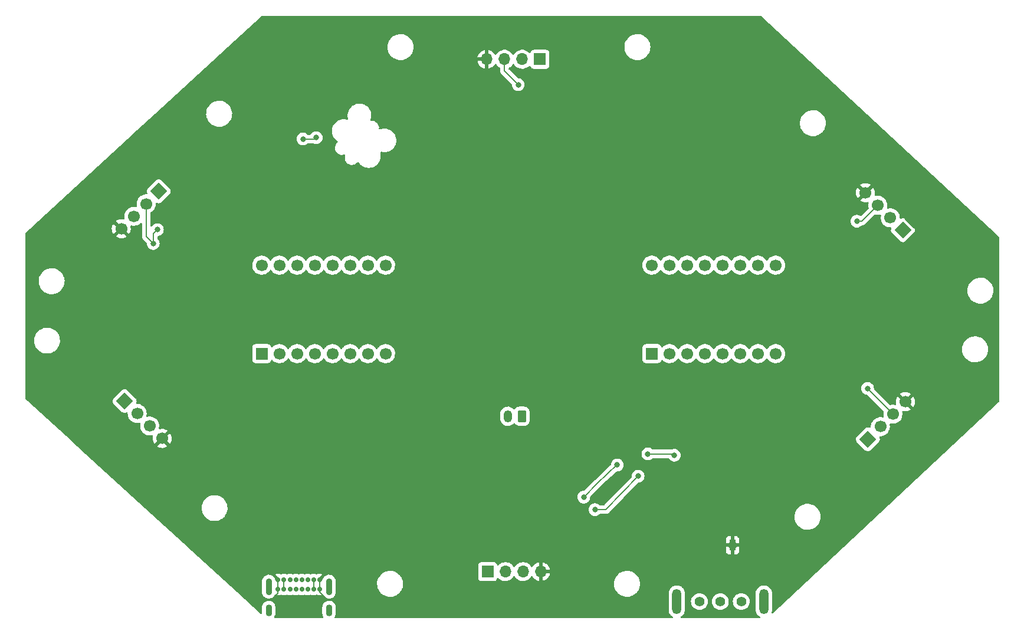
<source format=gbr>
%TF.GenerationSoftware,KiCad,Pcbnew,(6.0.7)*%
%TF.CreationDate,2024-09-04T15:34:51-05:00*%
%TF.ProjectId,MainBoard,4d61696e-426f-4617-9264-2e6b69636164,rev?*%
%TF.SameCoordinates,Original*%
%TF.FileFunction,Copper,L2,Bot*%
%TF.FilePolarity,Positive*%
%FSLAX46Y46*%
G04 Gerber Fmt 4.6, Leading zero omitted, Abs format (unit mm)*
G04 Created by KiCad (PCBNEW (6.0.7)) date 2024-09-04 15:34:51*
%MOMM*%
%LPD*%
G01*
G04 APERTURE LIST*
G04 Aperture macros list*
%AMRoundRect*
0 Rectangle with rounded corners*
0 $1 Rounding radius*
0 $2 $3 $4 $5 $6 $7 $8 $9 X,Y pos of 4 corners*
0 Add a 4 corners polygon primitive as box body*
4,1,4,$2,$3,$4,$5,$6,$7,$8,$9,$2,$3,0*
0 Add four circle primitives for the rounded corners*
1,1,$1+$1,$2,$3*
1,1,$1+$1,$4,$5*
1,1,$1+$1,$6,$7*
1,1,$1+$1,$8,$9*
0 Add four rect primitives between the rounded corners*
20,1,$1+$1,$2,$3,$4,$5,0*
20,1,$1+$1,$4,$5,$6,$7,0*
20,1,$1+$1,$6,$7,$8,$9,0*
20,1,$1+$1,$8,$9,$2,$3,0*%
%AMHorizOval*
0 Thick line with rounded ends*
0 $1 width*
0 $2 $3 position (X,Y) of the first rounded end (center of the circle)*
0 $4 $5 position (X,Y) of the second rounded end (center of the circle)*
0 Add line between two ends*
20,1,$1,$2,$3,$4,$5,0*
0 Add two circle primitives to create the rounded ends*
1,1,$1,$2,$3*
1,1,$1,$4,$5*%
%AMRotRect*
0 Rectangle, with rotation*
0 The origin of the aperture is its center*
0 $1 length*
0 $2 width*
0 $3 Rotation angle, in degrees counterclockwise*
0 Add horizontal line*
21,1,$1,$2,0,0,$3*%
G04 Aperture macros list end*
%TA.AperFunction,ComponentPad*%
%ADD10C,0.600000*%
%TD*%
%TA.AperFunction,SMDPad,CuDef*%
%ADD11R,0.900000X1.600000*%
%TD*%
%TA.AperFunction,ComponentPad*%
%ADD12R,1.700000X1.700000*%
%TD*%
%TA.AperFunction,ComponentPad*%
%ADD13C,1.700000*%
%TD*%
%TA.AperFunction,ComponentPad*%
%ADD14RotRect,1.700000X1.700000X45.000000*%
%TD*%
%TA.AperFunction,ComponentPad*%
%ADD15HorizOval,1.700000X0.000000X0.000000X0.000000X0.000000X0*%
%TD*%
%TA.AperFunction,ComponentPad*%
%ADD16RoundRect,0.250000X0.350000X0.625000X-0.350000X0.625000X-0.350000X-0.625000X0.350000X-0.625000X0*%
%TD*%
%TA.AperFunction,ComponentPad*%
%ADD17O,1.200000X1.750000*%
%TD*%
%TA.AperFunction,ComponentPad*%
%ADD18RotRect,1.700000X1.700000X315.000000*%
%TD*%
%TA.AperFunction,ComponentPad*%
%ADD19HorizOval,1.700000X0.000000X0.000000X0.000000X0.000000X0*%
%TD*%
%TA.AperFunction,ComponentPad*%
%ADD20C,1.397000*%
%TD*%
%TA.AperFunction,ComponentPad*%
%ADD21O,1.320800X3.606800*%
%TD*%
%TA.AperFunction,ComponentPad*%
%ADD22RotRect,1.700000X1.700000X225.000000*%
%TD*%
%TA.AperFunction,ComponentPad*%
%ADD23HorizOval,1.700000X0.000000X0.000000X0.000000X0.000000X0*%
%TD*%
%TA.AperFunction,ComponentPad*%
%ADD24C,0.700000*%
%TD*%
%TA.AperFunction,ComponentPad*%
%ADD25O,0.900000X1.700000*%
%TD*%
%TA.AperFunction,ComponentPad*%
%ADD26O,0.900000X2.400000*%
%TD*%
%TA.AperFunction,ComponentPad*%
%ADD27O,1.700000X1.700000*%
%TD*%
%TA.AperFunction,ComponentPad*%
%ADD28RotRect,1.700000X1.700000X135.000000*%
%TD*%
%TA.AperFunction,ComponentPad*%
%ADD29HorizOval,1.700000X0.000000X0.000000X0.000000X0.000000X0*%
%TD*%
%TA.AperFunction,ViaPad*%
%ADD30C,0.800000*%
%TD*%
%TA.AperFunction,Conductor*%
%ADD31C,0.200000*%
%TD*%
G04 APERTURE END LIST*
D10*
%TO.P,U5,9,PAD*%
%TO.N,GND*%
X174750000Y-127280000D03*
X174750000Y-128280000D03*
D11*
X174750000Y-127780000D03*
%TD*%
D12*
%TO.P,U3,1,DIG1_C*%
%TO.N,/Display/C*%
X107177500Y-100282500D03*
D13*
%TO.P,U3,2,DIG1_E*%
%TO.N,/Display/E*%
X109717500Y-100282500D03*
%TO.P,U3,3,DIG1_D*%
%TO.N,/Display/D*%
X112257500Y-100282500D03*
%TO.P,U3,4,DIG1_CA*%
%TO.N,/Display/D1_G*%
X114797500Y-100282500D03*
%TO.P,U3,5,DIG2_CA*%
%TO.N,/Display/D2_G*%
X117337500Y-100282500D03*
%TO.P,U3,6,DIG2_D*%
%TO.N,/Display/D*%
X119877500Y-100282500D03*
%TO.P,U3,7,DIG2_E*%
%TO.N,/Display/E*%
X122417500Y-100282500D03*
%TO.P,U3,8,DIG2_C*%
%TO.N,/Display/C*%
X124957500Y-100282500D03*
%TO.P,U3,9,DIG2_G*%
%TO.N,/Display/G*%
X124957500Y-87582500D03*
%TO.P,U3,10,DIG2_A*%
%TO.N,/Display/A*%
X122417500Y-87582500D03*
%TO.P,U3,11,DIG2_F*%
%TO.N,/Display/F*%
X119877500Y-87582500D03*
%TO.P,U3,12,DIG2_B*%
%TO.N,/Display/B*%
X117337500Y-87582500D03*
%TO.P,U3,13,DIG1_B*%
X114797500Y-87582500D03*
%TO.P,U3,14,DIG1_F*%
%TO.N,/Display/F*%
X112257500Y-87582500D03*
%TO.P,U3,15,DIG1_A*%
%TO.N,/Display/A*%
X109717500Y-87582500D03*
%TO.P,U3,16,DIG1_G*%
%TO.N,/Display/G*%
X107177500Y-87582500D03*
%TD*%
D14*
%TO.P,J1,1,Pin_1*%
%TO.N,VCC*%
X87500000Y-107080000D03*
D15*
%TO.P,J1,2,Pin_2*%
%TO.N,/SCL*%
X89296051Y-108876051D03*
%TO.P,J1,3,Pin_3*%
%TO.N,/SDA*%
X91092102Y-110672102D03*
%TO.P,J1,4,Pin_4*%
%TO.N,GND*%
X92888154Y-112468154D03*
%TD*%
D16*
%TO.P,J8,1,Pin_1*%
%TO.N,Net-(J8-Pad1)*%
X144500000Y-109280000D03*
D17*
%TO.P,J8,2,Pin_2*%
%TO.N,Net-(J8-Pad2)*%
X142500000Y-109280000D03*
%TD*%
D18*
%TO.P,J2,1,Pin_1*%
%TO.N,VCC*%
X92400000Y-76980000D03*
D19*
%TO.P,J2,2,Pin_2*%
%TO.N,/SCL*%
X90603949Y-78776051D03*
%TO.P,J2,3,Pin_3*%
%TO.N,/SDA*%
X88807898Y-80572102D03*
%TO.P,J2,4,Pin_4*%
%TO.N,GND*%
X87011846Y-82368154D03*
%TD*%
D20*
%TO.P,SW1,1,1*%
%TO.N,/Power/VBAT*%
X170000000Y-135880000D03*
%TO.P,SW1,2,COM*%
%TO.N,/Power/V_PRE_REG*%
X172999999Y-135880000D03*
%TO.P,SW1,3,3*%
%TO.N,unconnected-(SW1-Pad3)*%
X175999998Y-135880000D03*
D21*
%TO.P,SW1,4,CASE*%
%TO.N,unconnected-(SW1-Pad4)*%
X166749999Y-135880000D03*
%TO.P,SW1,5,CASE*%
%TO.N,unconnected-(SW1-Pad5)*%
X179249999Y-135880000D03*
%TD*%
D22*
%TO.P,J4,1,Pin_1*%
%TO.N,VCC*%
X199200000Y-82580000D03*
D23*
%TO.P,J4,2,Pin_2*%
%TO.N,/SCL*%
X197403949Y-80783949D03*
%TO.P,J4,3,Pin_3*%
%TO.N,/SDA*%
X195607898Y-78987898D03*
%TO.P,J4,4,Pin_4*%
%TO.N,GND*%
X193811846Y-77191846D03*
%TD*%
D12*
%TO.P,U2,1,DIG1_C*%
%TO.N,/Display/C*%
X163177500Y-100282500D03*
D13*
%TO.P,U2,2,DIG1_E*%
%TO.N,/Display/E*%
X165717500Y-100282500D03*
%TO.P,U2,3,DIG1_D*%
%TO.N,/Display/D*%
X168257500Y-100282500D03*
%TO.P,U2,4,DIG1_CA*%
%TO.N,/Display/D1_R*%
X170797500Y-100282500D03*
%TO.P,U2,5,DIG2_CA*%
%TO.N,/Display/D2_R*%
X173337500Y-100282500D03*
%TO.P,U2,6,DIG2_D*%
%TO.N,/Display/D*%
X175877500Y-100282500D03*
%TO.P,U2,7,DIG2_E*%
%TO.N,/Display/E*%
X178417500Y-100282500D03*
%TO.P,U2,8,DIG2_C*%
%TO.N,/Display/C*%
X180957500Y-100282500D03*
%TO.P,U2,9,DIG2_G*%
%TO.N,/Display/G*%
X180957500Y-87582500D03*
%TO.P,U2,10,DIG2_A*%
%TO.N,/Display/A*%
X178417500Y-87582500D03*
%TO.P,U2,11,DIG2_F*%
%TO.N,/Display/F*%
X175877500Y-87582500D03*
%TO.P,U2,12,DIG2_B*%
%TO.N,/Display/B*%
X173337500Y-87582500D03*
%TO.P,U2,13,DIG1_B*%
X170797500Y-87582500D03*
%TO.P,U2,14,DIG1_F*%
%TO.N,/Display/F*%
X168257500Y-87582500D03*
%TO.P,U2,15,DIG1_A*%
%TO.N,/Display/A*%
X165717500Y-87582500D03*
%TO.P,U2,16,DIG1_G*%
%TO.N,/Display/G*%
X163177500Y-87582500D03*
%TD*%
D24*
%TO.P,P1,A1,GND*%
%TO.N,GND*%
X109525000Y-132755000D03*
%TO.P,P1,A4,VBUS*%
%TO.N,VBUS*%
X110375000Y-132755000D03*
%TO.P,P1,A5,CC*%
%TO.N,unconnected-(P1-PadA5)*%
X111225000Y-132755000D03*
%TO.P,P1,A6,D+*%
%TO.N,unconnected-(P1-PadA6)*%
X112075000Y-132755000D03*
%TO.P,P1,A7,D-*%
%TO.N,unconnected-(P1-PadA7)*%
X112925000Y-132755000D03*
%TO.P,P1,A8*%
%TO.N,N/C*%
X113775000Y-132755000D03*
%TO.P,P1,A9,VBUS*%
%TO.N,VBUS*%
X114625000Y-132755000D03*
%TO.P,P1,A12,GND*%
%TO.N,GND*%
X115475000Y-132755000D03*
%TO.P,P1,B1,GND*%
X115475000Y-134105000D03*
%TO.P,P1,B4,VBUS*%
%TO.N,VBUS*%
X114625000Y-134105000D03*
%TO.P,P1,B5,VCONN*%
%TO.N,unconnected-(P1-PadB5)*%
X113775000Y-134105000D03*
%TO.P,P1,B6*%
%TO.N,N/C*%
X112925000Y-134105000D03*
%TO.P,P1,B7*%
X112075000Y-134105000D03*
%TO.P,P1,B8*%
X111225000Y-134105000D03*
%TO.P,P1,B9,VBUS*%
%TO.N,VBUS*%
X110375000Y-134105000D03*
%TO.P,P1,B12,GND*%
%TO.N,GND*%
X109525000Y-134105000D03*
D25*
%TO.P,P1,S1,SHIELD*%
%TO.N,unconnected-(P1-PadS1)*%
X108175000Y-137115000D03*
D26*
X108175000Y-133735000D03*
X116825000Y-133735000D03*
D25*
X116825000Y-137115000D03*
%TD*%
D12*
%TO.P,J3,1,Pin_1*%
%TO.N,VCC*%
X147100000Y-58030000D03*
D27*
%TO.P,J3,2,Pin_2*%
%TO.N,/SCL*%
X144560000Y-58030000D03*
%TO.P,J3,3,Pin_3*%
%TO.N,/SDA*%
X142020000Y-58030000D03*
%TO.P,J3,4,Pin_4*%
%TO.N,GND*%
X139480000Y-58030000D03*
%TD*%
D28*
%TO.P,J5,1,Pin_1*%
%TO.N,VCC*%
X194181088Y-112573786D03*
D29*
%TO.P,J5,2,Pin_2*%
%TO.N,/SCL*%
X195977139Y-110777735D03*
%TO.P,J5,3,Pin_3*%
%TO.N,/SDA*%
X197773190Y-108981684D03*
%TO.P,J5,4,Pin_4*%
%TO.N,GND*%
X199569242Y-107185632D03*
%TD*%
D12*
%TO.P,J6,1,Pin_1*%
%TO.N,VCC*%
X139600000Y-131580000D03*
D27*
%TO.P,J6,2,Pin_2*%
%TO.N,/SCL*%
X142140000Y-131580000D03*
%TO.P,J6,3,Pin_3*%
%TO.N,/SDA*%
X144680000Y-131580000D03*
%TO.P,J6,4,Pin_4*%
%TO.N,GND*%
X147220000Y-131580000D03*
%TD*%
D30*
%TO.N,GND*%
X107821833Y-73667518D03*
X147750000Y-112230000D03*
X114500000Y-105030000D03*
X109250000Y-124030000D03*
X112500000Y-108530000D03*
X109250000Y-128530000D03*
X172750000Y-105030000D03*
X116250000Y-122280000D03*
X176000000Y-109780000D03*
X117250000Y-66530000D03*
X170750000Y-126530000D03*
X118250000Y-125280000D03*
X179600000Y-131680000D03*
X175400000Y-131780000D03*
X139250000Y-112230000D03*
X175750000Y-129530000D03*
X109500000Y-105030000D03*
X173750000Y-129530000D03*
X168250000Y-105030000D03*
X172000000Y-109780000D03*
X173749999Y-126030000D03*
X117000000Y-108780000D03*
%TO.N,/SCL*%
X115000000Y-69280000D03*
X162600000Y-114680000D03*
X92200000Y-82480000D03*
X158200000Y-116280000D03*
X113090500Y-69480000D03*
X91600000Y-84480000D03*
X153400000Y-120880000D03*
X166400000Y-114880000D03*
%TO.N,/SDA*%
X144000000Y-61680000D03*
X161200000Y-117880000D03*
X155000000Y-122680000D03*
X194140500Y-105280000D03*
X192600000Y-81280000D03*
%TD*%
D31*
%TO.N,GND*%
X115475000Y-134555000D02*
X116500000Y-135580000D01*
X115475000Y-134105000D02*
X115475000Y-134555000D01*
X109525000Y-134655000D02*
X108500000Y-135680000D01*
X109525000Y-134105000D02*
X109525000Y-134655000D01*
X115475000Y-134105000D02*
X115475000Y-132755000D01*
X109525000Y-134105000D02*
X109525000Y-132755000D01*
%TO.N,VBUS*%
X110375000Y-134105000D02*
X110375000Y-132755000D01*
X114625000Y-134105000D02*
X114625000Y-132755000D01*
%TO.N,/SCL*%
X90603949Y-83483949D02*
X91600000Y-84480000D01*
X91600000Y-83080000D02*
X92200000Y-82480000D01*
X162600000Y-114680000D02*
X166200000Y-114680000D01*
X158200000Y-116280000D02*
X155400000Y-118880000D01*
X91600000Y-84480000D02*
X91600000Y-83080000D01*
X155400000Y-118880000D02*
X153400000Y-120880000D01*
X166200000Y-114680000D02*
X166400000Y-114880000D01*
X113090500Y-69480000D02*
X114800000Y-69480000D01*
X114800000Y-69480000D02*
X115000000Y-69280000D01*
X90603949Y-78776051D02*
X90603949Y-83483949D01*
%TO.N,/SDA*%
X193315796Y-81280000D02*
X195607898Y-78987898D01*
X194140500Y-105348994D02*
X194140500Y-105280000D01*
X142020000Y-59700000D02*
X144000000Y-61680000D01*
X197773190Y-108981684D02*
X194140500Y-105348994D01*
X156600000Y-122680000D02*
X155000000Y-122680000D01*
X192600000Y-81280000D02*
X193315796Y-81280000D01*
X142020000Y-58030000D02*
X142020000Y-59700000D01*
X161200000Y-117880000D02*
X156600000Y-122680000D01*
%TD*%
%TA.AperFunction,Conductor*%
%TO.N,GND*%
G36*
X178819220Y-51808502D02*
G01*
X178836769Y-51822106D01*
X212837104Y-83348794D01*
X212951171Y-83454562D01*
X212987523Y-83515546D01*
X212991500Y-83546955D01*
X212991500Y-107214417D01*
X212971498Y-107282538D01*
X212951508Y-107306496D01*
X181517994Y-136666337D01*
X180550814Y-137569712D01*
X180487378Y-137601593D01*
X180416777Y-137594117D01*
X180361424Y-137549657D01*
X180338896Y-137482330D01*
X180344475Y-137440267D01*
X180396541Y-137272586D01*
X180396541Y-137272585D01*
X180398254Y-137267069D01*
X180401163Y-137242492D01*
X180418463Y-137096331D01*
X180418463Y-137096324D01*
X180418899Y-137092644D01*
X180418899Y-134682498D01*
X180405143Y-134532791D01*
X180404779Y-134528829D01*
X180404250Y-134523072D01*
X180397368Y-134498668D01*
X180347506Y-134321874D01*
X180345937Y-134316309D01*
X180343169Y-134310695D01*
X180253474Y-134128814D01*
X180250920Y-134123635D01*
X180122383Y-133951502D01*
X180097970Y-133928935D01*
X179968869Y-133809595D01*
X179968866Y-133809593D01*
X179964629Y-133805676D01*
X179782942Y-133691040D01*
X179583407Y-133611434D01*
X179577747Y-133610308D01*
X179577743Y-133610307D01*
X179378373Y-133570650D01*
X179378370Y-133570650D01*
X179372706Y-133569523D01*
X179366931Y-133569447D01*
X179366927Y-133569447D01*
X179259254Y-133568038D01*
X179157895Y-133566711D01*
X179152198Y-133567690D01*
X179152197Y-133567690D01*
X178951866Y-133602113D01*
X178946169Y-133603092D01*
X178744619Y-133677448D01*
X178559993Y-133787288D01*
X178555653Y-133791094D01*
X178555649Y-133791097D01*
X178520732Y-133821719D01*
X178398476Y-133928935D01*
X178265477Y-134097644D01*
X178262788Y-134102755D01*
X178262786Y-134102758D01*
X178234419Y-134156675D01*
X178165449Y-134287765D01*
X178101744Y-134492931D01*
X178101065Y-134498668D01*
X178091332Y-134580903D01*
X178081099Y-134667356D01*
X178081099Y-137077502D01*
X178095748Y-137236928D01*
X178097317Y-137242490D01*
X178097317Y-137242492D01*
X178113661Y-137300444D01*
X178154061Y-137443691D01*
X178156614Y-137448868D01*
X178156616Y-137448873D01*
X178204658Y-137546291D01*
X178249078Y-137636365D01*
X178267403Y-137660905D01*
X178371319Y-137800066D01*
X178377615Y-137808498D01*
X178381849Y-137812412D01*
X178381851Y-137812414D01*
X178480003Y-137903144D01*
X178535369Y-137954324D01*
X178574735Y-137979162D01*
X178669474Y-138038938D01*
X178716413Y-138092205D01*
X178727102Y-138162392D01*
X178698147Y-138227216D01*
X178638743Y-138266096D01*
X178602239Y-138271500D01*
X167396007Y-138271500D01*
X167327886Y-138251498D01*
X167281393Y-138197842D01*
X167271289Y-138127568D01*
X167300783Y-138062988D01*
X167331583Y-138037216D01*
X167440005Y-137972712D01*
X167444345Y-137968906D01*
X167444349Y-137968903D01*
X167597181Y-137834872D01*
X167601522Y-137831065D01*
X167621033Y-137806316D01*
X167702970Y-137702378D01*
X167734521Y-137662356D01*
X167750921Y-137631186D01*
X167795586Y-137546291D01*
X167834549Y-137472235D01*
X167898254Y-137267069D01*
X167901163Y-137242492D01*
X167918463Y-137096331D01*
X167918463Y-137096324D01*
X167918899Y-137092644D01*
X167918899Y-135880000D01*
X168788389Y-135880000D01*
X168806796Y-136090394D01*
X168808220Y-136095707D01*
X168808220Y-136095709D01*
X168825529Y-136160305D01*
X168861458Y-136294395D01*
X168950714Y-136485805D01*
X169071852Y-136658809D01*
X169221191Y-136808148D01*
X169225699Y-136811305D01*
X169225702Y-136811307D01*
X169389685Y-136926129D01*
X169394194Y-136929286D01*
X169399176Y-136931609D01*
X169399181Y-136931612D01*
X169580623Y-137016219D01*
X169585605Y-137018542D01*
X169590913Y-137019964D01*
X169590915Y-137019965D01*
X169784291Y-137071780D01*
X169784293Y-137071780D01*
X169789606Y-137073204D01*
X170000000Y-137091611D01*
X170210394Y-137073204D01*
X170215707Y-137071780D01*
X170215709Y-137071780D01*
X170409085Y-137019965D01*
X170409087Y-137019964D01*
X170414395Y-137018542D01*
X170419377Y-137016219D01*
X170600819Y-136931612D01*
X170600824Y-136931609D01*
X170605806Y-136929286D01*
X170610315Y-136926129D01*
X170774298Y-136811307D01*
X170774301Y-136811305D01*
X170778809Y-136808148D01*
X170928148Y-136658809D01*
X171049286Y-136485805D01*
X171138542Y-136294395D01*
X171174472Y-136160305D01*
X171191780Y-136095709D01*
X171191780Y-136095707D01*
X171193204Y-136090394D01*
X171211611Y-135880000D01*
X171788388Y-135880000D01*
X171806795Y-136090394D01*
X171808219Y-136095707D01*
X171808219Y-136095709D01*
X171825528Y-136160305D01*
X171861457Y-136294395D01*
X171950713Y-136485805D01*
X172071851Y-136658809D01*
X172221190Y-136808148D01*
X172225698Y-136811305D01*
X172225701Y-136811307D01*
X172389684Y-136926129D01*
X172394193Y-136929286D01*
X172399175Y-136931609D01*
X172399180Y-136931612D01*
X172580622Y-137016219D01*
X172585604Y-137018542D01*
X172590912Y-137019964D01*
X172590914Y-137019965D01*
X172784290Y-137071780D01*
X172784292Y-137071780D01*
X172789605Y-137073204D01*
X172999999Y-137091611D01*
X173210393Y-137073204D01*
X173215706Y-137071780D01*
X173215708Y-137071780D01*
X173409084Y-137019965D01*
X173409086Y-137019964D01*
X173414394Y-137018542D01*
X173419376Y-137016219D01*
X173600818Y-136931612D01*
X173600823Y-136931609D01*
X173605805Y-136929286D01*
X173610314Y-136926129D01*
X173774297Y-136811307D01*
X173774300Y-136811305D01*
X173778808Y-136808148D01*
X173928147Y-136658809D01*
X174049285Y-136485805D01*
X174138541Y-136294395D01*
X174174471Y-136160305D01*
X174191779Y-136095709D01*
X174191779Y-136095707D01*
X174193203Y-136090394D01*
X174211610Y-135880000D01*
X174788387Y-135880000D01*
X174806794Y-136090394D01*
X174808218Y-136095707D01*
X174808218Y-136095709D01*
X174825527Y-136160305D01*
X174861456Y-136294395D01*
X174950712Y-136485805D01*
X175071850Y-136658809D01*
X175221189Y-136808148D01*
X175225697Y-136811305D01*
X175225700Y-136811307D01*
X175389683Y-136926129D01*
X175394192Y-136929286D01*
X175399174Y-136931609D01*
X175399179Y-136931612D01*
X175580621Y-137016219D01*
X175585603Y-137018542D01*
X175590911Y-137019964D01*
X175590913Y-137019965D01*
X175784289Y-137071780D01*
X175784291Y-137071780D01*
X175789604Y-137073204D01*
X175999998Y-137091611D01*
X176210392Y-137073204D01*
X176215705Y-137071780D01*
X176215707Y-137071780D01*
X176409083Y-137019965D01*
X176409085Y-137019964D01*
X176414393Y-137018542D01*
X176419375Y-137016219D01*
X176600817Y-136931612D01*
X176600822Y-136931609D01*
X176605804Y-136929286D01*
X176610313Y-136926129D01*
X176774296Y-136811307D01*
X176774299Y-136811305D01*
X176778807Y-136808148D01*
X176928146Y-136658809D01*
X177049284Y-136485805D01*
X177138540Y-136294395D01*
X177174470Y-136160305D01*
X177191778Y-136095709D01*
X177191778Y-136095707D01*
X177193202Y-136090394D01*
X177211609Y-135880000D01*
X177193202Y-135669606D01*
X177138540Y-135465605D01*
X177124498Y-135435492D01*
X177051607Y-135279176D01*
X177051605Y-135279173D01*
X177049284Y-135274195D01*
X176928146Y-135101191D01*
X176778807Y-134951852D01*
X176774299Y-134948695D01*
X176774296Y-134948693D01*
X176610313Y-134833871D01*
X176610310Y-134833869D01*
X176605804Y-134830714D01*
X176600822Y-134828391D01*
X176600817Y-134828388D01*
X176419375Y-134743781D01*
X176419374Y-134743781D01*
X176414393Y-134741458D01*
X176409085Y-134740036D01*
X176409083Y-134740035D01*
X176215707Y-134688220D01*
X176215705Y-134688220D01*
X176210392Y-134686796D01*
X175999998Y-134668389D01*
X175789604Y-134686796D01*
X175784291Y-134688220D01*
X175784289Y-134688220D01*
X175590913Y-134740035D01*
X175590911Y-134740036D01*
X175585603Y-134741458D01*
X175580622Y-134743780D01*
X175580621Y-134743781D01*
X175399174Y-134828391D01*
X175399171Y-134828393D01*
X175394193Y-134830714D01*
X175221189Y-134951852D01*
X175071850Y-135101191D01*
X174950712Y-135274195D01*
X174948391Y-135279173D01*
X174948389Y-135279176D01*
X174875498Y-135435492D01*
X174861456Y-135465605D01*
X174806794Y-135669606D01*
X174788387Y-135880000D01*
X174211610Y-135880000D01*
X174193203Y-135669606D01*
X174138541Y-135465605D01*
X174124499Y-135435492D01*
X174051608Y-135279176D01*
X174051606Y-135279173D01*
X174049285Y-135274195D01*
X173928147Y-135101191D01*
X173778808Y-134951852D01*
X173774300Y-134948695D01*
X173774297Y-134948693D01*
X173610314Y-134833871D01*
X173610311Y-134833869D01*
X173605805Y-134830714D01*
X173600823Y-134828391D01*
X173600818Y-134828388D01*
X173419376Y-134743781D01*
X173419375Y-134743781D01*
X173414394Y-134741458D01*
X173409086Y-134740036D01*
X173409084Y-134740035D01*
X173215708Y-134688220D01*
X173215706Y-134688220D01*
X173210393Y-134686796D01*
X172999999Y-134668389D01*
X172789605Y-134686796D01*
X172784292Y-134688220D01*
X172784290Y-134688220D01*
X172590914Y-134740035D01*
X172590912Y-134740036D01*
X172585604Y-134741458D01*
X172580623Y-134743780D01*
X172580622Y-134743781D01*
X172399175Y-134828391D01*
X172399172Y-134828393D01*
X172394194Y-134830714D01*
X172221190Y-134951852D01*
X172071851Y-135101191D01*
X171950713Y-135274195D01*
X171948392Y-135279173D01*
X171948390Y-135279176D01*
X171875499Y-135435492D01*
X171861457Y-135465605D01*
X171806795Y-135669606D01*
X171788388Y-135880000D01*
X171211611Y-135880000D01*
X171193204Y-135669606D01*
X171138542Y-135465605D01*
X171124500Y-135435492D01*
X171051609Y-135279176D01*
X171051607Y-135279173D01*
X171049286Y-135274195D01*
X170928148Y-135101191D01*
X170778809Y-134951852D01*
X170774301Y-134948695D01*
X170774298Y-134948693D01*
X170610315Y-134833871D01*
X170610312Y-134833869D01*
X170605806Y-134830714D01*
X170600824Y-134828391D01*
X170600819Y-134828388D01*
X170419377Y-134743781D01*
X170419376Y-134743781D01*
X170414395Y-134741458D01*
X170409087Y-134740036D01*
X170409085Y-134740035D01*
X170215709Y-134688220D01*
X170215707Y-134688220D01*
X170210394Y-134686796D01*
X170000000Y-134668389D01*
X169789606Y-134686796D01*
X169784293Y-134688220D01*
X169784291Y-134688220D01*
X169590915Y-134740035D01*
X169590913Y-134740036D01*
X169585605Y-134741458D01*
X169580624Y-134743780D01*
X169580623Y-134743781D01*
X169399176Y-134828391D01*
X169399173Y-134828393D01*
X169394195Y-134830714D01*
X169221191Y-134951852D01*
X169071852Y-135101191D01*
X168950714Y-135274195D01*
X168948393Y-135279173D01*
X168948391Y-135279176D01*
X168875500Y-135435492D01*
X168861458Y-135465605D01*
X168806796Y-135669606D01*
X168788389Y-135880000D01*
X167918899Y-135880000D01*
X167918899Y-134682498D01*
X167905143Y-134532791D01*
X167904779Y-134528829D01*
X167904250Y-134523072D01*
X167897368Y-134498668D01*
X167847506Y-134321874D01*
X167845937Y-134316309D01*
X167843169Y-134310695D01*
X167753474Y-134128814D01*
X167750920Y-134123635D01*
X167622383Y-133951502D01*
X167597970Y-133928935D01*
X167468869Y-133809595D01*
X167468866Y-133809593D01*
X167464629Y-133805676D01*
X167282942Y-133691040D01*
X167083407Y-133611434D01*
X167077747Y-133610308D01*
X167077743Y-133610307D01*
X166878373Y-133570650D01*
X166878370Y-133570650D01*
X166872706Y-133569523D01*
X166866931Y-133569447D01*
X166866927Y-133569447D01*
X166759254Y-133568038D01*
X166657895Y-133566711D01*
X166652198Y-133567690D01*
X166652197Y-133567690D01*
X166451866Y-133602113D01*
X166446169Y-133603092D01*
X166244619Y-133677448D01*
X166059993Y-133787288D01*
X166055653Y-133791094D01*
X166055649Y-133791097D01*
X166020732Y-133821719D01*
X165898476Y-133928935D01*
X165765477Y-134097644D01*
X165762788Y-134102755D01*
X165762786Y-134102758D01*
X165734419Y-134156675D01*
X165665449Y-134287765D01*
X165601744Y-134492931D01*
X165601065Y-134498668D01*
X165591332Y-134580903D01*
X165581099Y-134667356D01*
X165581099Y-137077502D01*
X165595748Y-137236928D01*
X165597317Y-137242490D01*
X165597317Y-137242492D01*
X165613661Y-137300444D01*
X165654061Y-137443691D01*
X165656614Y-137448868D01*
X165656616Y-137448873D01*
X165704658Y-137546291D01*
X165749078Y-137636365D01*
X165767403Y-137660905D01*
X165871319Y-137800066D01*
X165877615Y-137808498D01*
X165881849Y-137812412D01*
X165881851Y-137812414D01*
X165980003Y-137903144D01*
X166035369Y-137954324D01*
X166074735Y-137979162D01*
X166169474Y-138038938D01*
X166216413Y-138092205D01*
X166227102Y-138162392D01*
X166198147Y-138227216D01*
X166138743Y-138266096D01*
X166102239Y-138271500D01*
X117707462Y-138271500D01*
X117639341Y-138251498D01*
X117592848Y-138197842D01*
X117582744Y-138127568D01*
X117604248Y-138073233D01*
X117666011Y-137985025D01*
X117730988Y-137834872D01*
X117740810Y-137812175D01*
X117740811Y-137812171D01*
X117743345Y-137806316D01*
X117762460Y-137714818D01*
X117782176Y-137620443D01*
X117782177Y-137620438D01*
X117783165Y-137615707D01*
X117783500Y-137609315D01*
X117783500Y-136666337D01*
X117768765Y-136521273D01*
X117751111Y-136464939D01*
X117712444Y-136341549D01*
X117712442Y-136341544D01*
X117710535Y-136335459D01*
X117616130Y-136165150D01*
X117611981Y-136160309D01*
X117611978Y-136160305D01*
X117493560Y-136022145D01*
X117489409Y-136017302D01*
X117335547Y-135897954D01*
X117329824Y-135895138D01*
X117329821Y-135895136D01*
X117166556Y-135814800D01*
X117160829Y-135811982D01*
X117154651Y-135810373D01*
X117154649Y-135810372D01*
X116978575Y-135764508D01*
X116978572Y-135764508D01*
X116972393Y-135762898D01*
X116888403Y-135758496D01*
X116784317Y-135753041D01*
X116784313Y-135753041D01*
X116777936Y-135752707D01*
X116622587Y-135776201D01*
X116591715Y-135780870D01*
X116591714Y-135780870D01*
X116585401Y-135781825D01*
X116579415Y-135784028D01*
X116579409Y-135784029D01*
X116408640Y-135846860D01*
X116408635Y-135846862D01*
X116402654Y-135849063D01*
X116237160Y-135951674D01*
X116232527Y-135956055D01*
X116232526Y-135956056D01*
X116100315Y-136081081D01*
X116095678Y-136085466D01*
X115983989Y-136244975D01*
X115906655Y-136423684D01*
X115905350Y-136429931D01*
X115905349Y-136429934D01*
X115886268Y-136521273D01*
X115866835Y-136614293D01*
X115866500Y-136620685D01*
X115866500Y-137563663D01*
X115881235Y-137708727D01*
X115883144Y-137714818D01*
X115937556Y-137888451D01*
X115937558Y-137888456D01*
X115939465Y-137894541D01*
X115942558Y-137900120D01*
X116019507Y-138038938D01*
X116033870Y-138064850D01*
X116038021Y-138069693D01*
X116040729Y-138073589D01*
X116063183Y-138140941D01*
X116045658Y-138209741D01*
X115993720Y-138258145D01*
X115937265Y-138271500D01*
X109057462Y-138271500D01*
X108989341Y-138251498D01*
X108942848Y-138197842D01*
X108932744Y-138127568D01*
X108954248Y-138073233D01*
X109016011Y-137985025D01*
X109080988Y-137834872D01*
X109090810Y-137812175D01*
X109090811Y-137812171D01*
X109093345Y-137806316D01*
X109112460Y-137714818D01*
X109132176Y-137620443D01*
X109132177Y-137620438D01*
X109133165Y-137615707D01*
X109133500Y-137609315D01*
X109133500Y-136666337D01*
X109118765Y-136521273D01*
X109101111Y-136464939D01*
X109062444Y-136341549D01*
X109062442Y-136341544D01*
X109060535Y-136335459D01*
X108966130Y-136165150D01*
X108961981Y-136160309D01*
X108961978Y-136160305D01*
X108843560Y-136022145D01*
X108839409Y-136017302D01*
X108685547Y-135897954D01*
X108679824Y-135895138D01*
X108679821Y-135895136D01*
X108516556Y-135814800D01*
X108510829Y-135811982D01*
X108504651Y-135810373D01*
X108504649Y-135810372D01*
X108328575Y-135764508D01*
X108328572Y-135764508D01*
X108322393Y-135762898D01*
X108238403Y-135758496D01*
X108134317Y-135753041D01*
X108134313Y-135753041D01*
X108127936Y-135752707D01*
X107972587Y-135776201D01*
X107941715Y-135780870D01*
X107941714Y-135780870D01*
X107935401Y-135781825D01*
X107929415Y-135784028D01*
X107929409Y-135784029D01*
X107758640Y-135846860D01*
X107758635Y-135846862D01*
X107752654Y-135849063D01*
X107587160Y-135951674D01*
X107582527Y-135956055D01*
X107582526Y-135956056D01*
X107450315Y-136081081D01*
X107445678Y-136085466D01*
X107333989Y-136244975D01*
X107256655Y-136423684D01*
X107255350Y-136429931D01*
X107255349Y-136429934D01*
X107236268Y-136521273D01*
X107216835Y-136614293D01*
X107216500Y-136620685D01*
X107216500Y-137546291D01*
X107196498Y-137614412D01*
X107142842Y-137660905D01*
X107072568Y-137671009D01*
X107005505Y-137639306D01*
X103606877Y-134533663D01*
X107216500Y-134533663D01*
X107216823Y-134536842D01*
X107230234Y-134668868D01*
X107231235Y-134678727D01*
X107233144Y-134684818D01*
X107287556Y-134858451D01*
X107287558Y-134858456D01*
X107289465Y-134864541D01*
X107306587Y-134895429D01*
X107374548Y-135018032D01*
X107383870Y-135034850D01*
X107388019Y-135039691D01*
X107388022Y-135039695D01*
X107454101Y-135116790D01*
X107510591Y-135182698D01*
X107515633Y-135186609D01*
X107515634Y-135186610D01*
X107589549Y-135243944D01*
X107664453Y-135302046D01*
X107670176Y-135304862D01*
X107670179Y-135304864D01*
X107833444Y-135385200D01*
X107839171Y-135388018D01*
X107845349Y-135389627D01*
X107845351Y-135389628D01*
X108021425Y-135435492D01*
X108021428Y-135435492D01*
X108027607Y-135437102D01*
X108111597Y-135441504D01*
X108215683Y-135446959D01*
X108215687Y-135446959D01*
X108222064Y-135447293D01*
X108377413Y-135423799D01*
X108408285Y-135419130D01*
X108408286Y-135419130D01*
X108414599Y-135418175D01*
X108420585Y-135415972D01*
X108420591Y-135415971D01*
X108591360Y-135353140D01*
X108591365Y-135353138D01*
X108597346Y-135350937D01*
X108762840Y-135248326D01*
X108837362Y-135177855D01*
X108899685Y-135118919D01*
X108904322Y-135114534D01*
X108945643Y-135055522D01*
X109012349Y-134960255D01*
X109012349Y-134960254D01*
X109016011Y-134955025D01*
X109018545Y-134949170D01*
X109020801Y-134945133D01*
X109071496Y-134895429D01*
X109141016Y-134881023D01*
X109182036Y-134891500D01*
X109252371Y-134922815D01*
X109264863Y-134926874D01*
X109428364Y-134961628D01*
X109441424Y-134963000D01*
X109608576Y-134963000D01*
X109621636Y-134961628D01*
X109785137Y-134926874D01*
X109797629Y-134922815D01*
X109898135Y-134878067D01*
X109968502Y-134868633D01*
X110000633Y-134878067D01*
X110073277Y-134910410D01*
X110108248Y-134925980D01*
X110191888Y-134943758D01*
X110278311Y-134962128D01*
X110278315Y-134962128D01*
X110284768Y-134963500D01*
X110465232Y-134963500D01*
X110471685Y-134962128D01*
X110471689Y-134962128D01*
X110558112Y-134943758D01*
X110641752Y-134925980D01*
X110676723Y-134910410D01*
X110748751Y-134878341D01*
X110819118Y-134868907D01*
X110851249Y-134878341D01*
X110923277Y-134910410D01*
X110958248Y-134925980D01*
X111041888Y-134943758D01*
X111128311Y-134962128D01*
X111128315Y-134962128D01*
X111134768Y-134963500D01*
X111315232Y-134963500D01*
X111321685Y-134962128D01*
X111321689Y-134962128D01*
X111408112Y-134943758D01*
X111491752Y-134925980D01*
X111526723Y-134910410D01*
X111598751Y-134878341D01*
X111669118Y-134868907D01*
X111701249Y-134878341D01*
X111773277Y-134910410D01*
X111808248Y-134925980D01*
X111891888Y-134943758D01*
X111978311Y-134962128D01*
X111978315Y-134962128D01*
X111984768Y-134963500D01*
X112165232Y-134963500D01*
X112171685Y-134962128D01*
X112171689Y-134962128D01*
X112258112Y-134943758D01*
X112341752Y-134925980D01*
X112376723Y-134910410D01*
X112448751Y-134878341D01*
X112519118Y-134868907D01*
X112551249Y-134878341D01*
X112623277Y-134910410D01*
X112658248Y-134925980D01*
X112741888Y-134943758D01*
X112828311Y-134962128D01*
X112828315Y-134962128D01*
X112834768Y-134963500D01*
X113015232Y-134963500D01*
X113021685Y-134962128D01*
X113021689Y-134962128D01*
X113108112Y-134943758D01*
X113191752Y-134925980D01*
X113226723Y-134910410D01*
X113298751Y-134878341D01*
X113369118Y-134868907D01*
X113401249Y-134878341D01*
X113473277Y-134910410D01*
X113508248Y-134925980D01*
X113591888Y-134943758D01*
X113678311Y-134962128D01*
X113678315Y-134962128D01*
X113684768Y-134963500D01*
X113865232Y-134963500D01*
X113871685Y-134962128D01*
X113871689Y-134962128D01*
X113958112Y-134943758D01*
X114041752Y-134925980D01*
X114076723Y-134910410D01*
X114148751Y-134878341D01*
X114219118Y-134868907D01*
X114251249Y-134878341D01*
X114323277Y-134910410D01*
X114358248Y-134925980D01*
X114441888Y-134943758D01*
X114528311Y-134962128D01*
X114528315Y-134962128D01*
X114534768Y-134963500D01*
X114715232Y-134963500D01*
X114721685Y-134962128D01*
X114721689Y-134962128D01*
X114808112Y-134943758D01*
X114891752Y-134925980D01*
X114926723Y-134910410D01*
X114999367Y-134878067D01*
X115069734Y-134868633D01*
X115101865Y-134878067D01*
X115202371Y-134922815D01*
X115214863Y-134926874D01*
X115378364Y-134961628D01*
X115391424Y-134963000D01*
X115558576Y-134963000D01*
X115571636Y-134961628D01*
X115735137Y-134926874D01*
X115747633Y-134922814D01*
X115821926Y-134889737D01*
X115892293Y-134880303D01*
X115956590Y-134910410D01*
X115983376Y-134943758D01*
X116024548Y-135018032D01*
X116033870Y-135034850D01*
X116038019Y-135039691D01*
X116038022Y-135039695D01*
X116104101Y-135116790D01*
X116160591Y-135182698D01*
X116165633Y-135186609D01*
X116165634Y-135186610D01*
X116239549Y-135243944D01*
X116314453Y-135302046D01*
X116320176Y-135304862D01*
X116320179Y-135304864D01*
X116483444Y-135385200D01*
X116489171Y-135388018D01*
X116495349Y-135389627D01*
X116495351Y-135389628D01*
X116671425Y-135435492D01*
X116671428Y-135435492D01*
X116677607Y-135437102D01*
X116761597Y-135441504D01*
X116865683Y-135446959D01*
X116865687Y-135446959D01*
X116872064Y-135447293D01*
X117027413Y-135423799D01*
X117058285Y-135419130D01*
X117058286Y-135419130D01*
X117064599Y-135418175D01*
X117070585Y-135415972D01*
X117070591Y-135415971D01*
X117241360Y-135353140D01*
X117241365Y-135353138D01*
X117247346Y-135350937D01*
X117412840Y-135248326D01*
X117487362Y-135177855D01*
X117549685Y-135118919D01*
X117554322Y-135114534D01*
X117595643Y-135055522D01*
X117661037Y-134962128D01*
X117666011Y-134955025D01*
X117702753Y-134870120D01*
X117740810Y-134782175D01*
X117740811Y-134782171D01*
X117743345Y-134776316D01*
X117750627Y-134741458D01*
X117782176Y-134590443D01*
X117782177Y-134590438D01*
X117783165Y-134585707D01*
X117783500Y-134579315D01*
X117783500Y-133372276D01*
X123737008Y-133372276D01*
X123762624Y-133640768D01*
X123763709Y-133645202D01*
X123763710Y-133645208D01*
X123825644Y-133898311D01*
X123826730Y-133902749D01*
X123927984Y-134152732D01*
X124064264Y-134385481D01*
X124067117Y-134389048D01*
X124228177Y-134590443D01*
X124232715Y-134596118D01*
X124429808Y-134780233D01*
X124651415Y-134933967D01*
X124655498Y-134935998D01*
X124655501Y-134936000D01*
X124704256Y-134960255D01*
X124892893Y-135054100D01*
X124897227Y-135055521D01*
X124897230Y-135055522D01*
X125144852Y-135136697D01*
X125144858Y-135136698D01*
X125149185Y-135138117D01*
X125153676Y-135138897D01*
X125153677Y-135138897D01*
X125411139Y-135183600D01*
X125411147Y-135183601D01*
X125414920Y-135184256D01*
X125418757Y-135184447D01*
X125498577Y-135188421D01*
X125498585Y-135188421D01*
X125500148Y-135188499D01*
X125668511Y-135188499D01*
X125670779Y-135188334D01*
X125670791Y-135188334D01*
X125815210Y-135177855D01*
X125869003Y-135173952D01*
X125873458Y-135172968D01*
X125873461Y-135172968D01*
X126127911Y-135116790D01*
X126127915Y-135116789D01*
X126132371Y-135115805D01*
X126258479Y-135068027D01*
X126380317Y-135021867D01*
X126380320Y-135021866D01*
X126384587Y-135020249D01*
X126620367Y-134889285D01*
X126759847Y-134782837D01*
X126831140Y-134728428D01*
X126831141Y-134728427D01*
X126834772Y-134725656D01*
X126872761Y-134686796D01*
X126976278Y-134580903D01*
X127023311Y-134532791D01*
X127182033Y-134314729D01*
X127265189Y-134156675D01*
X127305489Y-134080078D01*
X127305492Y-134080072D01*
X127307614Y-134076038D01*
X127352976Y-133947586D01*
X127395901Y-133826032D01*
X127395901Y-133826031D01*
X127397424Y-133821719D01*
X127425278Y-133680400D01*
X127448699Y-133561571D01*
X127448700Y-133561565D01*
X127449580Y-133557099D01*
X127458781Y-133372276D01*
X157737009Y-133372276D01*
X157762625Y-133640768D01*
X157763710Y-133645202D01*
X157763711Y-133645208D01*
X157825645Y-133898311D01*
X157826731Y-133902749D01*
X157927985Y-134152732D01*
X158064265Y-134385481D01*
X158067118Y-134389048D01*
X158228178Y-134590443D01*
X158232716Y-134596118D01*
X158429809Y-134780233D01*
X158651416Y-134933967D01*
X158655499Y-134935998D01*
X158655502Y-134936000D01*
X158704257Y-134960255D01*
X158892894Y-135054100D01*
X158897228Y-135055521D01*
X158897231Y-135055522D01*
X159144853Y-135136697D01*
X159144859Y-135136698D01*
X159149186Y-135138117D01*
X159153677Y-135138897D01*
X159153678Y-135138897D01*
X159411140Y-135183600D01*
X159411148Y-135183601D01*
X159414921Y-135184256D01*
X159418758Y-135184447D01*
X159498578Y-135188421D01*
X159498586Y-135188421D01*
X159500149Y-135188499D01*
X159668512Y-135188499D01*
X159670780Y-135188334D01*
X159670792Y-135188334D01*
X159815211Y-135177855D01*
X159869004Y-135173952D01*
X159873459Y-135172968D01*
X159873462Y-135172968D01*
X160127912Y-135116790D01*
X160127916Y-135116789D01*
X160132372Y-135115805D01*
X160258480Y-135068027D01*
X160380318Y-135021867D01*
X160380321Y-135021866D01*
X160384588Y-135020249D01*
X160620368Y-134889285D01*
X160759848Y-134782837D01*
X160831141Y-134728428D01*
X160831142Y-134728427D01*
X160834773Y-134725656D01*
X160872762Y-134686796D01*
X160976279Y-134580903D01*
X161023312Y-134532791D01*
X161182034Y-134314729D01*
X161265190Y-134156675D01*
X161305490Y-134080078D01*
X161305493Y-134080072D01*
X161307615Y-134076038D01*
X161352977Y-133947586D01*
X161395902Y-133826032D01*
X161395902Y-133826031D01*
X161397425Y-133821719D01*
X161425279Y-133680400D01*
X161448700Y-133561571D01*
X161448701Y-133561565D01*
X161449581Y-133557099D01*
X161458782Y-133372276D01*
X161462764Y-133292291D01*
X161462764Y-133292285D01*
X161462991Y-133287722D01*
X161437375Y-133019230D01*
X161418371Y-132941564D01*
X161374355Y-132761687D01*
X161373269Y-132757249D01*
X161272015Y-132507266D01*
X161135735Y-132274517D01*
X161017928Y-132127207D01*
X160970136Y-132067446D01*
X160970135Y-132067444D01*
X160967284Y-132063880D01*
X160770191Y-131879765D01*
X160548584Y-131726031D01*
X160544501Y-131724000D01*
X160544498Y-131723998D01*
X160428987Y-131666533D01*
X160307106Y-131605898D01*
X160302772Y-131604477D01*
X160302769Y-131604476D01*
X160055147Y-131523301D01*
X160055141Y-131523300D01*
X160050814Y-131521881D01*
X160046322Y-131521101D01*
X159788860Y-131476398D01*
X159788852Y-131476397D01*
X159785079Y-131475742D01*
X159773817Y-131475181D01*
X159701422Y-131471577D01*
X159701414Y-131471577D01*
X159699851Y-131471499D01*
X159531488Y-131471499D01*
X159529220Y-131471664D01*
X159529208Y-131471664D01*
X159398116Y-131481176D01*
X159330996Y-131486046D01*
X159326541Y-131487030D01*
X159326538Y-131487030D01*
X159072088Y-131543208D01*
X159072084Y-131543209D01*
X159067628Y-131544193D01*
X158973117Y-131580000D01*
X158819682Y-131638131D01*
X158819679Y-131638132D01*
X158815412Y-131639749D01*
X158579632Y-131770713D01*
X158365227Y-131934342D01*
X158362034Y-131937608D01*
X158362032Y-131937610D01*
X158304715Y-131996242D01*
X158176688Y-132127207D01*
X158017966Y-132345269D01*
X157967742Y-132440729D01*
X157894510Y-132579920D01*
X157894507Y-132579926D01*
X157892385Y-132583960D01*
X157890865Y-132588265D01*
X157890863Y-132588269D01*
X157816572Y-132798642D01*
X157802575Y-132838279D01*
X157750419Y-133102899D01*
X157750192Y-133107452D01*
X157750192Y-133107455D01*
X157737511Y-133362200D01*
X157737009Y-133372276D01*
X127458781Y-133372276D01*
X127462763Y-133292291D01*
X127462763Y-133292285D01*
X127462990Y-133287722D01*
X127437374Y-133019230D01*
X127418370Y-132941564D01*
X127374354Y-132761687D01*
X127373268Y-132757249D01*
X127272014Y-132507266D01*
X127254957Y-132478134D01*
X138241500Y-132478134D01*
X138248255Y-132540316D01*
X138299385Y-132676705D01*
X138386739Y-132793261D01*
X138503295Y-132880615D01*
X138639684Y-132931745D01*
X138701866Y-132938500D01*
X140498134Y-132938500D01*
X140560316Y-132931745D01*
X140696705Y-132880615D01*
X140813261Y-132793261D01*
X140900615Y-132676705D01*
X140922799Y-132617529D01*
X140944598Y-132559382D01*
X140987240Y-132502618D01*
X141053802Y-132477918D01*
X141123150Y-132493126D01*
X141157817Y-132521114D01*
X141186250Y-132553938D01*
X141358126Y-132696632D01*
X141551000Y-132809338D01*
X141759692Y-132889030D01*
X141764760Y-132890061D01*
X141764763Y-132890062D01*
X141859862Y-132909410D01*
X141978597Y-132933567D01*
X141983772Y-132933757D01*
X141983774Y-132933757D01*
X142196673Y-132941564D01*
X142196677Y-132941564D01*
X142201837Y-132941753D01*
X142206957Y-132941097D01*
X142206959Y-132941097D01*
X142418288Y-132914025D01*
X142418289Y-132914025D01*
X142423416Y-132913368D01*
X142428366Y-132911883D01*
X142632429Y-132850661D01*
X142632434Y-132850659D01*
X142637384Y-132849174D01*
X142837994Y-132750896D01*
X143019860Y-132621173D01*
X143061258Y-132579920D01*
X143134166Y-132507266D01*
X143178096Y-132463489D01*
X143260147Y-132349303D01*
X143308453Y-132282077D01*
X143309776Y-132283028D01*
X143356645Y-132239857D01*
X143426580Y-132227625D01*
X143492026Y-132255144D01*
X143519875Y-132286994D01*
X143579987Y-132385088D01*
X143726250Y-132553938D01*
X143898126Y-132696632D01*
X144091000Y-132809338D01*
X144299692Y-132889030D01*
X144304760Y-132890061D01*
X144304763Y-132890062D01*
X144399862Y-132909410D01*
X144518597Y-132933567D01*
X144523772Y-132933757D01*
X144523774Y-132933757D01*
X144736673Y-132941564D01*
X144736677Y-132941564D01*
X144741837Y-132941753D01*
X144746957Y-132941097D01*
X144746959Y-132941097D01*
X144958288Y-132914025D01*
X144958289Y-132914025D01*
X144963416Y-132913368D01*
X144968366Y-132911883D01*
X145172429Y-132850661D01*
X145172434Y-132850659D01*
X145177384Y-132849174D01*
X145377994Y-132750896D01*
X145559860Y-132621173D01*
X145601258Y-132579920D01*
X145674166Y-132507266D01*
X145718096Y-132463489D01*
X145800147Y-132349303D01*
X145848453Y-132282077D01*
X145849640Y-132282930D01*
X145896960Y-132239362D01*
X145966897Y-132227145D01*
X146032338Y-132254678D01*
X146060166Y-132286511D01*
X146117694Y-132380388D01*
X146123777Y-132388699D01*
X146263213Y-132549667D01*
X146270580Y-132556883D01*
X146434434Y-132692916D01*
X146442881Y-132698831D01*
X146626756Y-132806279D01*
X146636042Y-132810729D01*
X146835001Y-132886703D01*
X146844899Y-132889579D01*
X146948250Y-132910606D01*
X146962299Y-132909410D01*
X146966000Y-132899065D01*
X146966000Y-132898517D01*
X147474000Y-132898517D01*
X147478064Y-132912359D01*
X147491478Y-132914393D01*
X147498184Y-132913534D01*
X147508262Y-132911392D01*
X147712255Y-132850191D01*
X147721842Y-132846433D01*
X147913095Y-132752739D01*
X147921945Y-132747464D01*
X148095328Y-132623792D01*
X148103200Y-132617139D01*
X148254052Y-132466812D01*
X148260730Y-132458965D01*
X148385003Y-132286020D01*
X148390313Y-132277183D01*
X148484670Y-132086267D01*
X148488469Y-132076672D01*
X148550377Y-131872910D01*
X148552555Y-131862837D01*
X148553986Y-131851962D01*
X148551775Y-131837778D01*
X148538617Y-131834000D01*
X147492115Y-131834000D01*
X147476876Y-131838475D01*
X147475671Y-131839865D01*
X147474000Y-131847548D01*
X147474000Y-132898517D01*
X146966000Y-132898517D01*
X146966000Y-131307885D01*
X147474000Y-131307885D01*
X147478475Y-131323124D01*
X147479865Y-131324329D01*
X147487548Y-131326000D01*
X148538344Y-131326000D01*
X148551875Y-131322027D01*
X148553180Y-131312947D01*
X148511214Y-131145875D01*
X148507894Y-131136124D01*
X148422972Y-130940814D01*
X148418105Y-130931739D01*
X148302426Y-130752926D01*
X148296136Y-130744757D01*
X148152806Y-130587240D01*
X148145273Y-130580215D01*
X147978139Y-130448222D01*
X147969552Y-130442517D01*
X147783117Y-130339599D01*
X147773705Y-130335369D01*
X147572959Y-130264280D01*
X147562988Y-130261646D01*
X147491837Y-130248972D01*
X147478540Y-130250432D01*
X147474000Y-130264989D01*
X147474000Y-131307885D01*
X146966000Y-131307885D01*
X146966000Y-130263102D01*
X146962082Y-130249758D01*
X146947806Y-130247771D01*
X146909324Y-130253660D01*
X146899288Y-130256051D01*
X146696868Y-130322212D01*
X146687359Y-130326209D01*
X146498463Y-130424542D01*
X146489738Y-130430036D01*
X146319433Y-130557905D01*
X146311726Y-130564748D01*
X146164590Y-130718717D01*
X146158109Y-130726722D01*
X146053498Y-130880074D01*
X145998587Y-130925076D01*
X145928062Y-130933247D01*
X145864315Y-130901993D01*
X145843618Y-130877509D01*
X145762822Y-130752617D01*
X145762820Y-130752614D01*
X145760014Y-130748277D01*
X145609670Y-130583051D01*
X145605619Y-130579852D01*
X145605615Y-130579848D01*
X145438414Y-130447800D01*
X145438410Y-130447798D01*
X145434359Y-130444598D01*
X145398028Y-130424542D01*
X145382136Y-130415769D01*
X145238789Y-130336638D01*
X145233920Y-130334914D01*
X145233916Y-130334912D01*
X145033087Y-130263795D01*
X145033083Y-130263794D01*
X145028212Y-130262069D01*
X145023119Y-130261162D01*
X145023116Y-130261161D01*
X144813373Y-130223800D01*
X144813367Y-130223799D01*
X144808284Y-130222894D01*
X144734452Y-130221992D01*
X144590081Y-130220228D01*
X144590079Y-130220228D01*
X144584911Y-130220165D01*
X144364091Y-130253955D01*
X144151756Y-130323357D01*
X143953607Y-130426507D01*
X143949474Y-130429610D01*
X143949471Y-130429612D01*
X143779100Y-130557530D01*
X143774965Y-130560635D01*
X143771393Y-130564373D01*
X143663729Y-130677037D01*
X143620629Y-130722138D01*
X143513201Y-130879621D01*
X143458293Y-130924621D01*
X143387768Y-130932792D01*
X143324021Y-130901538D01*
X143303324Y-130877054D01*
X143222822Y-130752617D01*
X143222820Y-130752614D01*
X143220014Y-130748277D01*
X143069670Y-130583051D01*
X143065619Y-130579852D01*
X143065615Y-130579848D01*
X142898414Y-130447800D01*
X142898410Y-130447798D01*
X142894359Y-130444598D01*
X142858028Y-130424542D01*
X142842136Y-130415769D01*
X142698789Y-130336638D01*
X142693920Y-130334914D01*
X142693916Y-130334912D01*
X142493087Y-130263795D01*
X142493083Y-130263794D01*
X142488212Y-130262069D01*
X142483119Y-130261162D01*
X142483116Y-130261161D01*
X142273373Y-130223800D01*
X142273367Y-130223799D01*
X142268284Y-130222894D01*
X142194452Y-130221992D01*
X142050081Y-130220228D01*
X142050079Y-130220228D01*
X142044911Y-130220165D01*
X141824091Y-130253955D01*
X141611756Y-130323357D01*
X141413607Y-130426507D01*
X141409474Y-130429610D01*
X141409471Y-130429612D01*
X141239100Y-130557530D01*
X141234965Y-130560635D01*
X141178537Y-130619684D01*
X141154283Y-130645064D01*
X141092759Y-130680494D01*
X141021846Y-130677037D01*
X140964060Y-130635791D01*
X140945207Y-130602243D01*
X140903767Y-130491703D01*
X140900615Y-130483295D01*
X140813261Y-130366739D01*
X140696705Y-130279385D01*
X140560316Y-130228255D01*
X140498134Y-130221500D01*
X138701866Y-130221500D01*
X138639684Y-130228255D01*
X138503295Y-130279385D01*
X138386739Y-130366739D01*
X138299385Y-130483295D01*
X138248255Y-130619684D01*
X138241500Y-130681866D01*
X138241500Y-132478134D01*
X127254957Y-132478134D01*
X127135734Y-132274517D01*
X127017927Y-132127207D01*
X126970135Y-132067446D01*
X126970134Y-132067444D01*
X126967283Y-132063880D01*
X126770190Y-131879765D01*
X126548583Y-131726031D01*
X126544500Y-131724000D01*
X126544497Y-131723998D01*
X126428986Y-131666533D01*
X126307105Y-131605898D01*
X126302771Y-131604477D01*
X126302768Y-131604476D01*
X126055146Y-131523301D01*
X126055140Y-131523300D01*
X126050813Y-131521881D01*
X126046321Y-131521101D01*
X125788859Y-131476398D01*
X125788851Y-131476397D01*
X125785078Y-131475742D01*
X125773816Y-131475181D01*
X125701421Y-131471577D01*
X125701413Y-131471577D01*
X125699850Y-131471499D01*
X125531487Y-131471499D01*
X125529219Y-131471664D01*
X125529207Y-131471664D01*
X125398115Y-131481176D01*
X125330995Y-131486046D01*
X125326540Y-131487030D01*
X125326537Y-131487030D01*
X125072087Y-131543208D01*
X125072083Y-131543209D01*
X125067627Y-131544193D01*
X124973116Y-131580000D01*
X124819681Y-131638131D01*
X124819678Y-131638132D01*
X124815411Y-131639749D01*
X124579631Y-131770713D01*
X124365226Y-131934342D01*
X124362033Y-131937608D01*
X124362031Y-131937610D01*
X124304714Y-131996242D01*
X124176687Y-132127207D01*
X124017965Y-132345269D01*
X123967741Y-132440729D01*
X123894509Y-132579920D01*
X123894506Y-132579926D01*
X123892384Y-132583960D01*
X123890864Y-132588265D01*
X123890862Y-132588269D01*
X123816571Y-132798642D01*
X123802574Y-132838279D01*
X123750418Y-133102899D01*
X123750191Y-133107452D01*
X123750191Y-133107455D01*
X123737510Y-133362200D01*
X123737008Y-133372276D01*
X117783500Y-133372276D01*
X117783500Y-132936337D01*
X117768765Y-132791273D01*
X117751111Y-132734939D01*
X117712444Y-132611549D01*
X117712442Y-132611544D01*
X117710535Y-132605459D01*
X117631839Y-132463489D01*
X117619223Y-132440729D01*
X117619221Y-132440726D01*
X117616130Y-132435150D01*
X117611981Y-132430309D01*
X117611978Y-132430305D01*
X117493560Y-132292145D01*
X117489409Y-132287302D01*
X117428244Y-132239857D01*
X117340594Y-132171869D01*
X117335547Y-132167954D01*
X117329824Y-132165138D01*
X117329821Y-132165136D01*
X117166556Y-132084800D01*
X117160829Y-132081982D01*
X117154651Y-132080373D01*
X117154649Y-132080372D01*
X116978575Y-132034508D01*
X116978572Y-132034508D01*
X116972393Y-132032898D01*
X116888403Y-132028496D01*
X116784317Y-132023041D01*
X116784313Y-132023041D01*
X116777936Y-132022707D01*
X116622587Y-132046201D01*
X116591715Y-132050870D01*
X116591714Y-132050870D01*
X116585401Y-132051825D01*
X116579415Y-132054028D01*
X116579409Y-132054029D01*
X116408640Y-132116860D01*
X116408635Y-132116862D01*
X116402654Y-132119063D01*
X116237160Y-132221674D01*
X116232527Y-132226055D01*
X116232526Y-132226056D01*
X116110357Y-132341585D01*
X116095678Y-132355466D01*
X116092016Y-132360696D01*
X116092015Y-132360697D01*
X116072408Y-132388699D01*
X115983989Y-132514975D01*
X115929702Y-132640427D01*
X115924691Y-132652006D01*
X115898149Y-132691061D01*
X115699191Y-132890019D01*
X115636879Y-132924045D01*
X115566064Y-132918980D01*
X115509228Y-132876433D01*
X115484417Y-132809913D01*
X115484786Y-132787758D01*
X115488229Y-132755000D01*
X115469365Y-132575525D01*
X115450529Y-132517553D01*
X115448502Y-132446586D01*
X115481267Y-132389523D01*
X115863500Y-132007290D01*
X115870260Y-131994910D01*
X115866749Y-131990220D01*
X115747628Y-131937184D01*
X115735140Y-131933127D01*
X115571636Y-131898372D01*
X115558576Y-131897000D01*
X115391424Y-131897000D01*
X115378364Y-131898372D01*
X115214863Y-131933126D01*
X115202371Y-131937185D01*
X115101865Y-131981933D01*
X115031498Y-131991367D01*
X114999367Y-131981933D01*
X114897783Y-131936705D01*
X114897781Y-131936705D01*
X114891752Y-131934020D01*
X114803492Y-131915260D01*
X114721689Y-131897872D01*
X114721685Y-131897872D01*
X114715232Y-131896500D01*
X114534768Y-131896500D01*
X114528315Y-131897872D01*
X114528311Y-131897872D01*
X114446508Y-131915260D01*
X114358248Y-131934020D01*
X114352219Y-131936704D01*
X114352217Y-131936705D01*
X114251249Y-131981659D01*
X114180882Y-131991093D01*
X114148751Y-131981659D01*
X114047783Y-131936705D01*
X114047781Y-131936704D01*
X114041752Y-131934020D01*
X113953492Y-131915260D01*
X113871689Y-131897872D01*
X113871685Y-131897872D01*
X113865232Y-131896500D01*
X113684768Y-131896500D01*
X113678315Y-131897872D01*
X113678311Y-131897872D01*
X113596508Y-131915260D01*
X113508248Y-131934020D01*
X113502219Y-131936704D01*
X113502217Y-131936705D01*
X113401249Y-131981659D01*
X113330882Y-131991093D01*
X113298751Y-131981659D01*
X113197783Y-131936705D01*
X113197781Y-131936704D01*
X113191752Y-131934020D01*
X113103492Y-131915260D01*
X113021689Y-131897872D01*
X113021685Y-131897872D01*
X113015232Y-131896500D01*
X112834768Y-131896500D01*
X112828315Y-131897872D01*
X112828311Y-131897872D01*
X112746508Y-131915260D01*
X112658248Y-131934020D01*
X112652219Y-131936704D01*
X112652217Y-131936705D01*
X112551249Y-131981659D01*
X112480882Y-131991093D01*
X112448751Y-131981659D01*
X112347783Y-131936705D01*
X112347781Y-131936704D01*
X112341752Y-131934020D01*
X112253492Y-131915260D01*
X112171689Y-131897872D01*
X112171685Y-131897872D01*
X112165232Y-131896500D01*
X111984768Y-131896500D01*
X111978315Y-131897872D01*
X111978311Y-131897872D01*
X111896508Y-131915260D01*
X111808248Y-131934020D01*
X111802219Y-131936704D01*
X111802217Y-131936705D01*
X111701249Y-131981659D01*
X111630882Y-131991093D01*
X111598751Y-131981659D01*
X111497783Y-131936705D01*
X111497781Y-131936704D01*
X111491752Y-131934020D01*
X111403492Y-131915260D01*
X111321689Y-131897872D01*
X111321685Y-131897872D01*
X111315232Y-131896500D01*
X111134768Y-131896500D01*
X111128315Y-131897872D01*
X111128311Y-131897872D01*
X111046508Y-131915260D01*
X110958248Y-131934020D01*
X110952219Y-131936704D01*
X110952217Y-131936705D01*
X110851249Y-131981659D01*
X110780882Y-131991093D01*
X110748751Y-131981659D01*
X110647783Y-131936705D01*
X110647781Y-131936704D01*
X110641752Y-131934020D01*
X110553492Y-131915260D01*
X110471689Y-131897872D01*
X110471685Y-131897872D01*
X110465232Y-131896500D01*
X110284768Y-131896500D01*
X110278315Y-131897872D01*
X110278311Y-131897872D01*
X110201735Y-131914149D01*
X110108248Y-131934020D01*
X110000634Y-131981933D01*
X109930270Y-131991368D01*
X109898138Y-131981934D01*
X109797628Y-131937184D01*
X109785140Y-131933127D01*
X109621636Y-131898372D01*
X109608576Y-131897000D01*
X109441424Y-131897000D01*
X109428364Y-131898372D01*
X109264860Y-131933127D01*
X109252372Y-131937184D01*
X109140237Y-131987110D01*
X109129493Y-131996242D01*
X109131090Y-132001880D01*
X109518733Y-132389523D01*
X109552759Y-132451835D01*
X109549471Y-132517553D01*
X109530635Y-132575525D01*
X109511771Y-132755000D01*
X109515214Y-132787753D01*
X109502443Y-132857590D01*
X109453942Y-132909437D01*
X109385109Y-132926833D01*
X109317799Y-132904253D01*
X109300809Y-132890019D01*
X109102633Y-132691843D01*
X109071494Y-132640427D01*
X109062445Y-132611551D01*
X109062442Y-132611543D01*
X109060535Y-132605459D01*
X109057444Y-132599882D01*
X108969223Y-132440729D01*
X108969221Y-132440726D01*
X108966130Y-132435150D01*
X108961981Y-132430309D01*
X108961978Y-132430305D01*
X108843560Y-132292145D01*
X108839409Y-132287302D01*
X108778244Y-132239857D01*
X108690594Y-132171869D01*
X108685547Y-132167954D01*
X108679824Y-132165138D01*
X108679821Y-132165136D01*
X108516556Y-132084800D01*
X108510829Y-132081982D01*
X108504651Y-132080373D01*
X108504649Y-132080372D01*
X108328575Y-132034508D01*
X108328572Y-132034508D01*
X108322393Y-132032898D01*
X108238403Y-132028496D01*
X108134317Y-132023041D01*
X108134313Y-132023041D01*
X108127936Y-132022707D01*
X107972587Y-132046201D01*
X107941715Y-132050870D01*
X107941714Y-132050870D01*
X107935401Y-132051825D01*
X107929415Y-132054028D01*
X107929409Y-132054029D01*
X107758640Y-132116860D01*
X107758635Y-132116862D01*
X107752654Y-132119063D01*
X107587160Y-132221674D01*
X107582527Y-132226055D01*
X107582526Y-132226056D01*
X107460357Y-132341585D01*
X107445678Y-132355466D01*
X107442016Y-132360696D01*
X107442015Y-132360697D01*
X107422408Y-132388699D01*
X107333989Y-132514975D01*
X107318819Y-132550031D01*
X107260893Y-132683891D01*
X107256655Y-132693684D01*
X107255350Y-132699931D01*
X107255349Y-132699934D01*
X107218729Y-132875229D01*
X107216835Y-132884293D01*
X107216500Y-132890685D01*
X107216500Y-134533663D01*
X103606877Y-134533663D01*
X97140431Y-128624669D01*
X173792001Y-128624669D01*
X173792371Y-128631490D01*
X173797895Y-128682352D01*
X173801521Y-128697604D01*
X173846676Y-128818054D01*
X173855214Y-128833649D01*
X173931715Y-128935724D01*
X173944276Y-128948285D01*
X174046351Y-129024786D01*
X174061946Y-129033324D01*
X174182394Y-129078478D01*
X174197649Y-129082105D01*
X174248514Y-129087631D01*
X174255328Y-129088000D01*
X174477885Y-129088000D01*
X174493124Y-129083525D01*
X174494329Y-129082135D01*
X174496000Y-129074452D01*
X174496000Y-129069884D01*
X175004000Y-129069884D01*
X175008475Y-129085123D01*
X175009865Y-129086328D01*
X175017548Y-129087999D01*
X175244669Y-129087999D01*
X175251490Y-129087629D01*
X175302352Y-129082105D01*
X175317604Y-129078479D01*
X175438054Y-129033324D01*
X175453649Y-129024786D01*
X175555724Y-128948285D01*
X175568285Y-128935724D01*
X175644786Y-128833649D01*
X175653324Y-128818054D01*
X175698478Y-128697606D01*
X175702105Y-128682351D01*
X175707631Y-128631486D01*
X175708000Y-128624672D01*
X175708000Y-128052115D01*
X175703525Y-128036876D01*
X175702135Y-128035671D01*
X175694452Y-128034000D01*
X175373326Y-128034000D01*
X175347681Y-128041530D01*
X175109210Y-128280000D01*
X175016811Y-128372399D01*
X175004000Y-128395861D01*
X175004000Y-129069884D01*
X174496000Y-129069884D01*
X174496000Y-128403325D01*
X174488470Y-128377680D01*
X174157599Y-128046809D01*
X174134141Y-128034000D01*
X173810116Y-128034000D01*
X173794877Y-128038475D01*
X173793672Y-128039865D01*
X173792001Y-128047548D01*
X173792001Y-128624669D01*
X97140431Y-128624669D01*
X95918290Y-127507885D01*
X173792000Y-127507885D01*
X173796475Y-127523124D01*
X173797865Y-127524329D01*
X173805548Y-127526000D01*
X174126674Y-127526000D01*
X174152319Y-127518470D01*
X174483189Y-127187601D01*
X174496000Y-127164139D01*
X174496000Y-127156675D01*
X175004000Y-127156675D01*
X175011530Y-127182320D01*
X175342403Y-127513192D01*
X175365859Y-127526000D01*
X175689884Y-127526000D01*
X175705123Y-127521525D01*
X175706328Y-127520135D01*
X175707999Y-127512452D01*
X175707999Y-126935331D01*
X175707629Y-126928510D01*
X175702105Y-126877648D01*
X175698479Y-126862396D01*
X175653324Y-126741946D01*
X175644786Y-126726351D01*
X175568285Y-126624276D01*
X175555724Y-126611715D01*
X175453649Y-126535214D01*
X175438054Y-126526676D01*
X175317606Y-126481522D01*
X175302351Y-126477895D01*
X175251486Y-126472369D01*
X175244672Y-126472000D01*
X175022115Y-126472000D01*
X175006876Y-126476475D01*
X175005671Y-126477865D01*
X175004000Y-126485548D01*
X175004000Y-127156675D01*
X174496000Y-127156675D01*
X174496000Y-126490116D01*
X174491525Y-126474877D01*
X174490135Y-126473672D01*
X174482452Y-126472001D01*
X174255331Y-126472001D01*
X174248510Y-126472371D01*
X174197648Y-126477895D01*
X174182396Y-126481521D01*
X174061946Y-126526676D01*
X174046351Y-126535214D01*
X173944276Y-126611715D01*
X173931715Y-126624276D01*
X173855214Y-126726351D01*
X173846676Y-126741946D01*
X173801522Y-126862394D01*
X173797895Y-126877649D01*
X173792369Y-126928514D01*
X173792000Y-126935328D01*
X173792000Y-127507885D01*
X95918290Y-127507885D01*
X90439986Y-122501849D01*
X98541708Y-122501849D01*
X98567324Y-122770341D01*
X98568409Y-122774775D01*
X98568410Y-122774781D01*
X98613889Y-122960639D01*
X98631430Y-123032322D01*
X98732684Y-123282305D01*
X98868964Y-123515054D01*
X98981076Y-123655243D01*
X98989385Y-123665632D01*
X99037415Y-123725691D01*
X99234508Y-123909806D01*
X99456115Y-124063540D01*
X99460198Y-124065571D01*
X99460201Y-124065573D01*
X99575712Y-124123038D01*
X99697593Y-124183673D01*
X99701927Y-124185094D01*
X99701930Y-124185095D01*
X99949552Y-124266270D01*
X99949558Y-124266271D01*
X99953885Y-124267690D01*
X99958376Y-124268470D01*
X99958377Y-124268470D01*
X100215839Y-124313173D01*
X100215847Y-124313174D01*
X100219620Y-124313829D01*
X100223457Y-124314020D01*
X100303277Y-124317994D01*
X100303285Y-124317994D01*
X100304848Y-124318072D01*
X100473211Y-124318072D01*
X100475479Y-124317907D01*
X100475491Y-124317907D01*
X100606583Y-124308395D01*
X100673703Y-124303525D01*
X100678158Y-124302541D01*
X100678161Y-124302541D01*
X100932611Y-124246363D01*
X100932615Y-124246362D01*
X100937071Y-124245378D01*
X101063179Y-124197600D01*
X101185017Y-124151440D01*
X101185020Y-124151439D01*
X101189287Y-124149822D01*
X101351152Y-124059914D01*
X101421074Y-124021076D01*
X101421075Y-124021075D01*
X101425067Y-124018858D01*
X101639472Y-123855229D01*
X101739413Y-123752995D01*
X183656038Y-123752995D01*
X183681654Y-124021487D01*
X183682739Y-124025921D01*
X183682740Y-124025927D01*
X183741552Y-124266270D01*
X183745760Y-124283468D01*
X183847014Y-124533451D01*
X183983294Y-124766200D01*
X183986147Y-124769767D01*
X184103715Y-124916778D01*
X184151745Y-124976837D01*
X184348838Y-125160952D01*
X184570445Y-125314686D01*
X184574528Y-125316717D01*
X184574531Y-125316719D01*
X184690042Y-125374184D01*
X184811923Y-125434819D01*
X184816257Y-125436240D01*
X184816260Y-125436241D01*
X185063882Y-125517416D01*
X185063888Y-125517417D01*
X185068215Y-125518836D01*
X185072706Y-125519616D01*
X185072707Y-125519616D01*
X185330169Y-125564319D01*
X185330177Y-125564320D01*
X185333950Y-125564975D01*
X185337787Y-125565166D01*
X185417607Y-125569140D01*
X185417615Y-125569140D01*
X185419178Y-125569218D01*
X185587541Y-125569218D01*
X185589809Y-125569053D01*
X185589821Y-125569053D01*
X185720913Y-125559541D01*
X185788033Y-125554671D01*
X185792488Y-125553687D01*
X185792491Y-125553687D01*
X186046941Y-125497509D01*
X186046945Y-125497508D01*
X186051401Y-125496524D01*
X186177509Y-125448746D01*
X186299347Y-125402586D01*
X186299350Y-125402585D01*
X186303617Y-125400968D01*
X186539397Y-125270004D01*
X186753802Y-125106375D01*
X186942341Y-124913510D01*
X187101063Y-124695448D01*
X187184219Y-124537394D01*
X187224519Y-124460797D01*
X187224522Y-124460791D01*
X187226644Y-124456757D01*
X187275678Y-124317907D01*
X187314931Y-124206751D01*
X187314931Y-124206750D01*
X187316454Y-124202438D01*
X187343430Y-124065573D01*
X187367729Y-123942290D01*
X187367730Y-123942284D01*
X187368610Y-123937818D01*
X187369875Y-123912410D01*
X187381793Y-123673010D01*
X187381793Y-123673004D01*
X187382020Y-123668441D01*
X187356404Y-123399949D01*
X187347302Y-123362749D01*
X187293384Y-123142406D01*
X187292298Y-123137968D01*
X187191044Y-122887985D01*
X187054764Y-122655236D01*
X186935741Y-122506405D01*
X186889165Y-122448165D01*
X186889164Y-122448163D01*
X186886313Y-122444599D01*
X186689220Y-122260484D01*
X186467613Y-122106750D01*
X186463530Y-122104719D01*
X186463527Y-122104717D01*
X186298635Y-122022685D01*
X186226135Y-121986617D01*
X186221801Y-121985196D01*
X186221798Y-121985195D01*
X185974176Y-121904020D01*
X185974170Y-121904019D01*
X185969843Y-121902600D01*
X185965351Y-121901820D01*
X185707889Y-121857117D01*
X185707881Y-121857116D01*
X185704108Y-121856461D01*
X185692846Y-121855900D01*
X185620451Y-121852296D01*
X185620443Y-121852296D01*
X185618880Y-121852218D01*
X185450517Y-121852218D01*
X185448249Y-121852383D01*
X185448237Y-121852383D01*
X185317145Y-121861895D01*
X185250025Y-121866765D01*
X185245570Y-121867749D01*
X185245567Y-121867749D01*
X184991117Y-121923927D01*
X184991113Y-121923928D01*
X184986657Y-121924912D01*
X184884703Y-121963539D01*
X184738711Y-122018850D01*
X184738708Y-122018851D01*
X184734441Y-122020468D01*
X184648826Y-122068023D01*
X184511388Y-122144363D01*
X184498661Y-122151432D01*
X184284256Y-122315061D01*
X184095717Y-122507926D01*
X183936995Y-122725988D01*
X183934873Y-122730022D01*
X183813539Y-122960639D01*
X183813536Y-122960645D01*
X183811414Y-122964679D01*
X183809894Y-122968984D01*
X183809892Y-122968988D01*
X183743151Y-123157981D01*
X183721604Y-123218998D01*
X183709097Y-123282455D01*
X183671383Y-123473803D01*
X183669448Y-123483618D01*
X183669221Y-123488171D01*
X183669221Y-123488174D01*
X183657242Y-123728812D01*
X183656038Y-123752995D01*
X101739413Y-123752995D01*
X101828011Y-123662364D01*
X101986733Y-123444302D01*
X102066490Y-123292708D01*
X102110189Y-123209651D01*
X102110192Y-123209645D01*
X102112314Y-123205611D01*
X102128550Y-123159637D01*
X102200601Y-122955605D01*
X102200601Y-122955604D01*
X102202124Y-122951292D01*
X102254280Y-122686672D01*
X102254612Y-122680000D01*
X154086496Y-122680000D01*
X154106458Y-122869928D01*
X154165473Y-123051556D01*
X154168776Y-123057278D01*
X154168777Y-123057279D01*
X154180116Y-123076919D01*
X154260960Y-123216944D01*
X154265378Y-123221851D01*
X154265379Y-123221852D01*
X154325389Y-123288500D01*
X154388747Y-123358866D01*
X154543248Y-123471118D01*
X154549276Y-123473802D01*
X154549278Y-123473803D01*
X154641930Y-123515054D01*
X154717712Y-123548794D01*
X154811112Y-123568647D01*
X154898056Y-123587128D01*
X154898061Y-123587128D01*
X154904513Y-123588500D01*
X155095487Y-123588500D01*
X155101939Y-123587128D01*
X155101944Y-123587128D01*
X155188888Y-123568647D01*
X155282288Y-123548794D01*
X155358070Y-123515054D01*
X155450722Y-123473803D01*
X155450724Y-123473802D01*
X155456752Y-123471118D01*
X155488591Y-123447986D01*
X155589671Y-123374546D01*
X155611253Y-123358866D01*
X155637074Y-123330189D01*
X155697520Y-123292950D01*
X155730710Y-123288500D01*
X156559702Y-123288500D01*
X156573486Y-123289256D01*
X156613056Y-123293611D01*
X156621213Y-123292360D01*
X156621215Y-123292360D01*
X156684473Y-123282659D01*
X156687125Y-123282281D01*
X156750671Y-123273915D01*
X156750672Y-123273915D01*
X156758850Y-123272838D01*
X156764928Y-123270321D01*
X156771426Y-123269324D01*
X156837614Y-123240244D01*
X156840079Y-123239192D01*
X156899241Y-123214686D01*
X156899240Y-123214686D01*
X156906875Y-123211524D01*
X156912090Y-123207522D01*
X156918113Y-123204876D01*
X156924556Y-123199711D01*
X156924562Y-123199707D01*
X156974542Y-123159637D01*
X156976653Y-123157981D01*
X157027433Y-123119017D01*
X157027437Y-123119013D01*
X157033987Y-123113987D01*
X157058220Y-123082406D01*
X157067210Y-123071931D01*
X161134963Y-118827319D01*
X161196537Y-118791977D01*
X161225933Y-118788500D01*
X161295487Y-118788500D01*
X161301939Y-118787128D01*
X161301944Y-118787128D01*
X161388887Y-118768647D01*
X161482288Y-118748794D01*
X161488319Y-118746109D01*
X161650722Y-118673803D01*
X161650724Y-118673802D01*
X161656752Y-118671118D01*
X161811253Y-118558866D01*
X161815675Y-118553955D01*
X161934621Y-118421852D01*
X161934622Y-118421851D01*
X161939040Y-118416944D01*
X162034527Y-118251556D01*
X162093542Y-118069928D01*
X162113504Y-117880000D01*
X162093542Y-117690072D01*
X162034527Y-117508444D01*
X161939040Y-117343056D01*
X161811253Y-117201134D01*
X161656752Y-117088882D01*
X161650724Y-117086198D01*
X161650722Y-117086197D01*
X161488319Y-117013891D01*
X161488318Y-117013891D01*
X161482288Y-117011206D01*
X161388887Y-116991353D01*
X161301944Y-116972872D01*
X161301939Y-116972872D01*
X161295487Y-116971500D01*
X161104513Y-116971500D01*
X161098061Y-116972872D01*
X161098056Y-116972872D01*
X161011113Y-116991353D01*
X160917712Y-117011206D01*
X160911682Y-117013891D01*
X160911681Y-117013891D01*
X160749278Y-117086197D01*
X160749276Y-117086198D01*
X160743248Y-117088882D01*
X160588747Y-117201134D01*
X160460960Y-117343056D01*
X160365473Y-117508444D01*
X160306458Y-117690072D01*
X160286496Y-117880000D01*
X160287186Y-117886564D01*
X160287372Y-117888334D01*
X160287186Y-117889351D01*
X160287186Y-117893171D01*
X160286487Y-117893171D01*
X160274600Y-117958172D01*
X160253034Y-117988684D01*
X156387117Y-122022685D01*
X156377538Y-122032680D01*
X156315963Y-122068023D01*
X156286567Y-122071500D01*
X155730710Y-122071500D01*
X155662589Y-122051498D01*
X155637074Y-122029811D01*
X155615668Y-122006037D01*
X155615666Y-122006036D01*
X155611253Y-122001134D01*
X155456752Y-121888882D01*
X155450724Y-121886198D01*
X155450722Y-121886197D01*
X155288319Y-121813891D01*
X155288318Y-121813891D01*
X155282288Y-121811206D01*
X155188888Y-121791353D01*
X155101944Y-121772872D01*
X155101939Y-121772872D01*
X155095487Y-121771500D01*
X154904513Y-121771500D01*
X154898061Y-121772872D01*
X154898056Y-121772872D01*
X154811112Y-121791353D01*
X154717712Y-121811206D01*
X154711682Y-121813891D01*
X154711681Y-121813891D01*
X154549278Y-121886197D01*
X154549276Y-121886198D01*
X154543248Y-121888882D01*
X154388747Y-122001134D01*
X154384326Y-122006044D01*
X154384325Y-122006045D01*
X154295481Y-122104717D01*
X154260960Y-122143056D01*
X154165473Y-122308444D01*
X154106458Y-122490072D01*
X154105768Y-122496633D01*
X154105768Y-122496635D01*
X154089474Y-122651669D01*
X154086496Y-122680000D01*
X102254612Y-122680000D01*
X102262995Y-122511617D01*
X102267463Y-122421864D01*
X102267463Y-122421858D01*
X102267690Y-122417295D01*
X102242074Y-122148803D01*
X102231287Y-122104717D01*
X102179054Y-121891260D01*
X102177968Y-121886822D01*
X102076714Y-121636839D01*
X101940434Y-121404090D01*
X101822627Y-121256780D01*
X101774835Y-121197019D01*
X101774834Y-121197017D01*
X101771983Y-121193453D01*
X101574890Y-121009338D01*
X101388450Y-120880000D01*
X152486496Y-120880000D01*
X152487186Y-120886565D01*
X152505535Y-121061143D01*
X152506458Y-121069928D01*
X152565473Y-121251556D01*
X152660960Y-121416944D01*
X152665378Y-121421851D01*
X152665379Y-121421852D01*
X152716724Y-121478876D01*
X152788747Y-121558866D01*
X152943248Y-121671118D01*
X152949276Y-121673802D01*
X152949278Y-121673803D01*
X153029440Y-121709493D01*
X153117712Y-121748794D01*
X153211112Y-121768647D01*
X153298056Y-121787128D01*
X153298061Y-121787128D01*
X153304513Y-121788500D01*
X153495487Y-121788500D01*
X153501939Y-121787128D01*
X153501944Y-121787128D01*
X153588888Y-121768647D01*
X153682288Y-121748794D01*
X153770560Y-121709493D01*
X153850722Y-121673803D01*
X153850724Y-121673802D01*
X153856752Y-121671118D01*
X154011253Y-121558866D01*
X154083276Y-121478876D01*
X154134621Y-121421852D01*
X154134622Y-121421851D01*
X154139040Y-121416944D01*
X154234527Y-121251556D01*
X154293542Y-121069928D01*
X154294466Y-121061143D01*
X154312814Y-120886565D01*
X154313504Y-120880000D01*
X154313316Y-120878214D01*
X154332816Y-120811804D01*
X154349719Y-120790830D01*
X155820641Y-119319908D01*
X155823999Y-119316671D01*
X156635915Y-118562749D01*
X158079617Y-117222168D01*
X158143146Y-117190473D01*
X158165354Y-117188500D01*
X158295487Y-117188500D01*
X158301939Y-117187128D01*
X158301944Y-117187128D01*
X158388887Y-117168647D01*
X158482288Y-117148794D01*
X158488319Y-117146109D01*
X158650722Y-117073803D01*
X158650724Y-117073802D01*
X158656752Y-117071118D01*
X158811253Y-116958866D01*
X158939040Y-116816944D01*
X159034527Y-116651556D01*
X159093542Y-116469928D01*
X159113504Y-116280000D01*
X159093542Y-116090072D01*
X159034527Y-115908444D01*
X158939040Y-115743056D01*
X158876685Y-115673803D01*
X158815675Y-115606045D01*
X158815674Y-115606044D01*
X158811253Y-115601134D01*
X158656752Y-115488882D01*
X158650724Y-115486198D01*
X158650722Y-115486197D01*
X158488319Y-115413891D01*
X158488318Y-115413891D01*
X158482288Y-115411206D01*
X158388887Y-115391353D01*
X158301944Y-115372872D01*
X158301939Y-115372872D01*
X158295487Y-115371500D01*
X158104513Y-115371500D01*
X158098061Y-115372872D01*
X158098056Y-115372872D01*
X158011113Y-115391353D01*
X157917712Y-115411206D01*
X157911682Y-115413891D01*
X157911681Y-115413891D01*
X157749278Y-115486197D01*
X157749276Y-115486198D01*
X157743248Y-115488882D01*
X157588747Y-115601134D01*
X157584326Y-115606044D01*
X157584325Y-115606045D01*
X157523316Y-115673803D01*
X157460960Y-115743056D01*
X157365473Y-115908444D01*
X157306458Y-116090072D01*
X157305768Y-116096633D01*
X157305768Y-116096635D01*
X157289355Y-116252799D01*
X157262342Y-116318456D01*
X157249782Y-116331961D01*
X156328833Y-117187128D01*
X155182527Y-118251556D01*
X155011228Y-118410619D01*
X155002196Y-118418248D01*
X154997928Y-118421523D01*
X154979354Y-118440097D01*
X154975996Y-118443334D01*
X154956718Y-118461235D01*
X154954088Y-118464412D01*
X154954083Y-118464417D01*
X154953282Y-118465385D01*
X154945323Y-118474128D01*
X153484856Y-119934595D01*
X153422544Y-119968621D01*
X153395761Y-119971500D01*
X153304513Y-119971500D01*
X153298061Y-119972872D01*
X153298056Y-119972872D01*
X153211113Y-119991353D01*
X153117712Y-120011206D01*
X153111682Y-120013891D01*
X153111681Y-120013891D01*
X152949278Y-120086197D01*
X152949276Y-120086198D01*
X152943248Y-120088882D01*
X152788747Y-120201134D01*
X152660960Y-120343056D01*
X152565473Y-120508444D01*
X152506458Y-120690072D01*
X152505768Y-120696633D01*
X152505768Y-120696635D01*
X152495868Y-120790830D01*
X152486496Y-120880000D01*
X101388450Y-120880000D01*
X101353283Y-120855604D01*
X101349200Y-120853573D01*
X101349197Y-120853571D01*
X101233686Y-120796106D01*
X101111805Y-120735471D01*
X101107471Y-120734050D01*
X101107468Y-120734049D01*
X100859846Y-120652874D01*
X100859840Y-120652873D01*
X100855513Y-120651454D01*
X100851021Y-120650674D01*
X100593559Y-120605971D01*
X100593551Y-120605970D01*
X100589778Y-120605315D01*
X100578516Y-120604754D01*
X100506121Y-120601150D01*
X100506113Y-120601150D01*
X100504550Y-120601072D01*
X100336187Y-120601072D01*
X100333919Y-120601237D01*
X100333907Y-120601237D01*
X100202815Y-120610749D01*
X100135695Y-120615619D01*
X100131240Y-120616603D01*
X100131237Y-120616603D01*
X99876787Y-120672781D01*
X99876783Y-120672782D01*
X99872327Y-120673766D01*
X99746219Y-120721544D01*
X99624381Y-120767704D01*
X99624378Y-120767705D01*
X99620111Y-120769322D01*
X99384331Y-120900286D01*
X99169926Y-121063915D01*
X99166733Y-121067181D01*
X99166731Y-121067183D01*
X99075657Y-121160347D01*
X98981387Y-121256780D01*
X98822665Y-121474842D01*
X98820543Y-121478876D01*
X98699209Y-121709493D01*
X98699206Y-121709499D01*
X98697084Y-121713533D01*
X98695564Y-121717838D01*
X98695562Y-121717842D01*
X98622786Y-121923927D01*
X98607274Y-121967852D01*
X98596904Y-122020468D01*
X98579898Y-122106750D01*
X98555118Y-122232472D01*
X98554891Y-122237025D01*
X98554891Y-122237028D01*
X98541968Y-122496635D01*
X98541708Y-122501849D01*
X90439986Y-122501849D01*
X81880227Y-114680000D01*
X161686496Y-114680000D01*
X161706458Y-114869928D01*
X161765473Y-115051556D01*
X161860960Y-115216944D01*
X161988747Y-115358866D01*
X162143248Y-115471118D01*
X162149276Y-115473802D01*
X162149278Y-115473803D01*
X162311681Y-115546109D01*
X162317712Y-115548794D01*
X162383365Y-115562749D01*
X162498056Y-115587128D01*
X162498061Y-115587128D01*
X162504513Y-115588500D01*
X162695487Y-115588500D01*
X162701939Y-115587128D01*
X162701944Y-115587128D01*
X162816635Y-115562749D01*
X162882288Y-115548794D01*
X162888319Y-115546109D01*
X163050722Y-115473803D01*
X163050724Y-115473802D01*
X163056752Y-115471118D01*
X163139214Y-115411206D01*
X163193864Y-115371500D01*
X163211253Y-115358866D01*
X163217886Y-115351500D01*
X163237074Y-115330189D01*
X163297520Y-115292950D01*
X163330710Y-115288500D01*
X165514057Y-115288500D01*
X165582178Y-115308502D01*
X165623176Y-115351500D01*
X165660960Y-115416944D01*
X165665378Y-115421851D01*
X165665379Y-115421852D01*
X165779678Y-115548794D01*
X165788747Y-115558866D01*
X165943248Y-115671118D01*
X165949276Y-115673802D01*
X165949278Y-115673803D01*
X166104824Y-115743056D01*
X166117712Y-115748794D01*
X166211112Y-115768647D01*
X166298056Y-115787128D01*
X166298061Y-115787128D01*
X166304513Y-115788500D01*
X166495487Y-115788500D01*
X166501939Y-115787128D01*
X166501944Y-115787128D01*
X166588888Y-115768647D01*
X166682288Y-115748794D01*
X166695176Y-115743056D01*
X166850722Y-115673803D01*
X166850724Y-115673802D01*
X166856752Y-115671118D01*
X167011253Y-115558866D01*
X167020322Y-115548794D01*
X167134621Y-115421852D01*
X167134622Y-115421851D01*
X167139040Y-115416944D01*
X167234527Y-115251556D01*
X167293542Y-115069928D01*
X167294872Y-115057279D01*
X167312814Y-114886565D01*
X167313504Y-114880000D01*
X167293542Y-114690072D01*
X167234527Y-114508444D01*
X167139040Y-114343056D01*
X167090905Y-114289596D01*
X167015675Y-114206045D01*
X167015674Y-114206044D01*
X167011253Y-114201134D01*
X166856752Y-114088882D01*
X166850724Y-114086198D01*
X166850722Y-114086197D01*
X166688319Y-114013891D01*
X166688318Y-114013891D01*
X166682288Y-114011206D01*
X166588887Y-113991353D01*
X166501944Y-113972872D01*
X166501939Y-113972872D01*
X166495487Y-113971500D01*
X166304513Y-113971500D01*
X166298061Y-113972872D01*
X166298056Y-113972872D01*
X166211113Y-113991353D01*
X166117712Y-114011206D01*
X166111682Y-114013891D01*
X166111681Y-114013891D01*
X166006755Y-114060607D01*
X165955506Y-114071500D01*
X163330710Y-114071500D01*
X163262589Y-114051498D01*
X163237074Y-114029811D01*
X163215668Y-114006037D01*
X163215666Y-114006036D01*
X163211253Y-114001134D01*
X163172354Y-113972872D01*
X163062094Y-113892763D01*
X163062093Y-113892762D01*
X163056752Y-113888882D01*
X163050724Y-113886198D01*
X163050722Y-113886197D01*
X162888319Y-113813891D01*
X162888318Y-113813891D01*
X162882288Y-113811206D01*
X162788887Y-113791353D01*
X162701944Y-113772872D01*
X162701939Y-113772872D01*
X162695487Y-113771500D01*
X162504513Y-113771500D01*
X162498061Y-113772872D01*
X162498056Y-113772872D01*
X162411113Y-113791353D01*
X162317712Y-113811206D01*
X162311682Y-113813891D01*
X162311681Y-113813891D01*
X162149278Y-113886197D01*
X162149276Y-113886198D01*
X162143248Y-113888882D01*
X161988747Y-114001134D01*
X161984326Y-114006044D01*
X161984325Y-114006045D01*
X161977261Y-114013891D01*
X161860960Y-114143056D01*
X161765473Y-114308444D01*
X161706458Y-114490072D01*
X161705768Y-114496633D01*
X161705768Y-114496635D01*
X161704527Y-114508444D01*
X161686496Y-114680000D01*
X81880227Y-114680000D01*
X80690687Y-113593007D01*
X92128131Y-113593007D01*
X92133412Y-113600061D01*
X92294910Y-113694433D01*
X92304196Y-113698883D01*
X92503155Y-113774857D01*
X92513053Y-113777733D01*
X92721749Y-113820192D01*
X92731977Y-113821411D01*
X92944804Y-113829216D01*
X92955090Y-113828749D01*
X93166339Y-113801688D01*
X93176416Y-113799546D01*
X93380409Y-113738345D01*
X93389996Y-113734587D01*
X93581252Y-113640892D01*
X93590098Y-113635619D01*
X93637401Y-113601877D01*
X93645802Y-113591177D01*
X93638814Y-113578024D01*
X92900966Y-112840176D01*
X92887022Y-112832562D01*
X92885189Y-112832693D01*
X92878574Y-112836944D01*
X92134891Y-113580627D01*
X92128131Y-113593007D01*
X80690687Y-113593007D01*
X80003244Y-112964826D01*
X73563246Y-107080000D01*
X85784190Y-107080000D01*
X85785463Y-107088889D01*
X85800690Y-107195212D01*
X85804839Y-107224186D01*
X85865126Y-107356782D01*
X85870073Y-107362935D01*
X85870075Y-107362938D01*
X85890863Y-107388792D01*
X85904319Y-107405528D01*
X87174472Y-108675681D01*
X87177134Y-108677821D01*
X87217062Y-108709925D01*
X87217065Y-108709927D01*
X87223218Y-108714874D01*
X87355814Y-108775161D01*
X87364697Y-108776433D01*
X87364700Y-108776434D01*
X87491111Y-108794537D01*
X87500000Y-108795810D01*
X87508889Y-108794537D01*
X87635300Y-108776434D01*
X87635303Y-108776433D01*
X87644186Y-108775161D01*
X87652352Y-108771448D01*
X87652356Y-108771447D01*
X87755624Y-108724494D01*
X87825915Y-108714508D01*
X87890447Y-108744109D01*
X87928730Y-108803899D01*
X87933526Y-108840653D01*
X87933302Y-108842746D01*
X87933599Y-108847899D01*
X87933599Y-108847904D01*
X87941313Y-108981684D01*
X87946161Y-109065766D01*
X87947298Y-109070812D01*
X87947299Y-109070818D01*
X87967170Y-109158990D01*
X87995273Y-109283690D01*
X88079317Y-109490667D01*
X88099426Y-109523482D01*
X88192370Y-109675153D01*
X88196038Y-109681139D01*
X88342301Y-109849989D01*
X88514177Y-109992683D01*
X88707051Y-110105389D01*
X88915743Y-110185081D01*
X88920811Y-110186112D01*
X88920814Y-110186113D01*
X88983994Y-110198967D01*
X89134648Y-110229618D01*
X89139823Y-110229808D01*
X89139825Y-110229808D01*
X89352724Y-110237615D01*
X89352728Y-110237615D01*
X89357888Y-110237804D01*
X89363008Y-110237148D01*
X89363010Y-110237148D01*
X89574339Y-110210076D01*
X89574340Y-110210076D01*
X89579467Y-110209419D01*
X89584418Y-110207934D01*
X89584421Y-110207933D01*
X89612920Y-110199383D01*
X89683915Y-110198967D01*
X89743866Y-110236999D01*
X89773737Y-110301406D01*
X89770544Y-110353739D01*
X89753091Y-110416672D01*
X89729353Y-110638797D01*
X89729650Y-110643950D01*
X89729650Y-110643953D01*
X89737364Y-110777735D01*
X89742212Y-110861817D01*
X89743349Y-110866863D01*
X89743350Y-110866869D01*
X89760702Y-110943861D01*
X89791324Y-111079741D01*
X89875368Y-111286718D01*
X89992089Y-111477190D01*
X90138352Y-111646040D01*
X90310228Y-111788734D01*
X90503102Y-111901440D01*
X90711794Y-111981132D01*
X90716862Y-111982163D01*
X90716865Y-111982164D01*
X90824114Y-112003984D01*
X90930699Y-112025669D01*
X90935874Y-112025859D01*
X90935876Y-112025859D01*
X91148775Y-112033666D01*
X91148779Y-112033666D01*
X91153939Y-112033855D01*
X91159059Y-112033199D01*
X91159061Y-112033199D01*
X91370390Y-112006127D01*
X91370391Y-112006127D01*
X91375518Y-112005470D01*
X91380469Y-112003985D01*
X91380472Y-112003984D01*
X91409538Y-111995264D01*
X91480534Y-111994848D01*
X91540484Y-112032880D01*
X91570355Y-112097287D01*
X91567162Y-112149622D01*
X91551018Y-112207836D01*
X91549087Y-112217954D01*
X91526456Y-112429728D01*
X91526204Y-112440017D01*
X91538463Y-112652631D01*
X91539899Y-112662851D01*
X91586719Y-112870600D01*
X91589799Y-112880429D01*
X91669924Y-113077757D01*
X91674567Y-113086948D01*
X91754614Y-113217574D01*
X91765070Y-113227034D01*
X91773848Y-113223250D01*
X92527812Y-112469286D01*
X93252562Y-112469286D01*
X93252693Y-112471119D01*
X93256944Y-112477734D01*
X93998628Y-113219418D01*
X94010638Y-113225977D01*
X94022377Y-113217009D01*
X94053158Y-113174173D01*
X94058469Y-113165334D01*
X94152824Y-112974421D01*
X94156623Y-112964826D01*
X94218530Y-112761069D01*
X94220709Y-112750988D01*
X94244038Y-112573786D01*
X192465278Y-112573786D01*
X192485927Y-112717972D01*
X192546214Y-112850568D01*
X192551161Y-112856721D01*
X192551163Y-112856724D01*
X192562320Y-112870600D01*
X192585407Y-112899314D01*
X193855560Y-114169467D01*
X193858222Y-114171607D01*
X193898150Y-114203711D01*
X193898153Y-114203713D01*
X193904306Y-114208660D01*
X194036902Y-114268947D01*
X194045785Y-114270219D01*
X194045788Y-114270220D01*
X194172199Y-114288323D01*
X194181088Y-114289596D01*
X194189977Y-114288323D01*
X194316388Y-114270220D01*
X194316391Y-114270219D01*
X194325274Y-114268947D01*
X194457870Y-114208660D01*
X194464023Y-114203713D01*
X194464026Y-114203711D01*
X194503954Y-114171607D01*
X194506616Y-114169467D01*
X195776769Y-112899314D01*
X195799856Y-112870600D01*
X195811013Y-112856724D01*
X195811015Y-112856721D01*
X195815962Y-112850568D01*
X195876249Y-112717972D01*
X195896898Y-112573786D01*
X195890823Y-112531366D01*
X195877522Y-112438486D01*
X195877521Y-112438483D01*
X195876249Y-112429600D01*
X195823706Y-112314036D01*
X195813720Y-112243745D01*
X195843321Y-112179213D01*
X195903111Y-112140930D01*
X195943024Y-112135970D01*
X196033812Y-112139299D01*
X196033816Y-112139299D01*
X196038976Y-112139488D01*
X196044096Y-112138832D01*
X196044098Y-112138832D01*
X196255427Y-112111760D01*
X196255428Y-112111760D01*
X196260555Y-112111103D01*
X196325975Y-112091476D01*
X196469568Y-112048396D01*
X196469573Y-112048394D01*
X196474523Y-112046909D01*
X196675133Y-111948631D01*
X196856999Y-111818908D01*
X196884660Y-111791344D01*
X196938348Y-111737842D01*
X197015235Y-111661224D01*
X197145592Y-111479812D01*
X197241025Y-111286718D01*
X197242275Y-111284188D01*
X197242276Y-111284186D01*
X197244569Y-111279546D01*
X197299331Y-111099304D01*
X197308004Y-111070758D01*
X197308004Y-111070756D01*
X197309509Y-111065804D01*
X197338668Y-110844325D01*
X197338750Y-110840975D01*
X197340213Y-110781100D01*
X197340213Y-110781096D01*
X197340295Y-110777735D01*
X197321991Y-110555096D01*
X197296932Y-110455332D01*
X197299736Y-110384390D01*
X197340449Y-110326227D01*
X197406144Y-110299308D01*
X197444254Y-110301166D01*
X197611787Y-110335251D01*
X197616962Y-110335441D01*
X197616964Y-110335441D01*
X197829863Y-110343248D01*
X197829867Y-110343248D01*
X197835027Y-110343437D01*
X197840147Y-110342781D01*
X197840149Y-110342781D01*
X198051478Y-110315709D01*
X198051479Y-110315709D01*
X198056606Y-110315052D01*
X198061556Y-110313567D01*
X198265619Y-110252345D01*
X198265624Y-110252343D01*
X198270574Y-110250858D01*
X198471184Y-110152580D01*
X198653050Y-110022857D01*
X198680711Y-109995293D01*
X198734399Y-109941791D01*
X198811286Y-109865173D01*
X198882861Y-109765566D01*
X198938625Y-109687961D01*
X198941643Y-109683761D01*
X198945898Y-109675153D01*
X199038326Y-109488137D01*
X199038327Y-109488135D01*
X199040620Y-109483495D01*
X199095550Y-109302699D01*
X199104055Y-109274707D01*
X199104055Y-109274705D01*
X199105560Y-109269753D01*
X199134719Y-109048274D01*
X199136346Y-108981684D01*
X199118042Y-108759045D01*
X199114291Y-108744109D01*
X199092848Y-108658742D01*
X199095652Y-108587801D01*
X199136365Y-108529638D01*
X199202061Y-108502719D01*
X199240172Y-108504576D01*
X199402837Y-108537670D01*
X199413065Y-108538889D01*
X199625892Y-108546694D01*
X199636178Y-108546227D01*
X199847427Y-108519166D01*
X199857504Y-108517024D01*
X200061497Y-108455823D01*
X200071084Y-108452065D01*
X200262340Y-108358370D01*
X200271186Y-108353097D01*
X200318489Y-108319355D01*
X200326890Y-108308655D01*
X200319902Y-108295502D01*
X199211164Y-107186764D01*
X199933650Y-107186764D01*
X199933781Y-107188597D01*
X199938032Y-107195212D01*
X200679716Y-107936896D01*
X200691726Y-107943455D01*
X200703465Y-107934487D01*
X200734246Y-107891651D01*
X200739557Y-107882812D01*
X200833912Y-107691899D01*
X200837711Y-107682304D01*
X200899618Y-107478547D01*
X200901797Y-107468466D01*
X200929832Y-107255519D01*
X200930351Y-107248844D01*
X200931814Y-107188996D01*
X200931620Y-107182278D01*
X200914023Y-106968236D01*
X200912338Y-106958056D01*
X200860456Y-106751507D01*
X200857136Y-106741756D01*
X200772214Y-106546446D01*
X200767347Y-106537371D01*
X200702305Y-106436829D01*
X200691619Y-106427627D01*
X200682054Y-106432030D01*
X199941264Y-107172820D01*
X199933650Y-107186764D01*
X199211164Y-107186764D01*
X198459091Y-106434691D01*
X198447555Y-106428391D01*
X198435273Y-106438014D01*
X198387331Y-106508294D01*
X198382246Y-106517245D01*
X198292580Y-106710415D01*
X198289017Y-106720102D01*
X198232106Y-106925313D01*
X198230175Y-106935432D01*
X198207544Y-107147206D01*
X198207292Y-107157495D01*
X198219551Y-107370109D01*
X198220987Y-107380328D01*
X198250004Y-107509082D01*
X198245468Y-107579933D01*
X198203347Y-107637085D01*
X198137013Y-107662391D01*
X198104993Y-107660830D01*
X198040540Y-107649349D01*
X197906563Y-107625484D01*
X197906557Y-107625483D01*
X197901474Y-107624578D01*
X197827642Y-107623676D01*
X197683271Y-107621912D01*
X197683269Y-107621912D01*
X197678101Y-107621849D01*
X197530817Y-107644387D01*
X197462390Y-107654857D01*
X197462387Y-107654858D01*
X197457281Y-107655639D01*
X197452366Y-107657246D01*
X197452364Y-107657246D01*
X197418080Y-107668452D01*
X197347117Y-107670605D01*
X197289838Y-107637783D01*
X195714114Y-106062059D01*
X198810465Y-106062059D01*
X198817210Y-106074390D01*
X199556430Y-106813610D01*
X199570374Y-106821224D01*
X199572207Y-106821093D01*
X199578822Y-106816842D01*
X200322631Y-106073033D01*
X200329652Y-106060176D01*
X200322853Y-106050845D01*
X200318796Y-106048150D01*
X200132359Y-105945231D01*
X200122947Y-105941001D01*
X199922201Y-105869912D01*
X199912231Y-105867278D01*
X199702569Y-105829933D01*
X199692315Y-105828963D01*
X199479358Y-105826360D01*
X199469074Y-105827080D01*
X199258563Y-105859293D01*
X199248535Y-105861682D01*
X199046110Y-105927844D01*
X199036601Y-105931841D01*
X198847708Y-106030172D01*
X198838976Y-106035671D01*
X198818919Y-106050731D01*
X198810465Y-106062059D01*
X195714114Y-106062059D01*
X195084903Y-105432848D01*
X195050877Y-105370536D01*
X195048688Y-105330584D01*
X195053314Y-105286567D01*
X195053314Y-105286565D01*
X195054004Y-105280000D01*
X195034042Y-105090072D01*
X194975027Y-104908444D01*
X194879540Y-104743056D01*
X194751753Y-104601134D01*
X194597252Y-104488882D01*
X194591224Y-104486198D01*
X194591222Y-104486197D01*
X194428819Y-104413891D01*
X194428818Y-104413891D01*
X194422788Y-104411206D01*
X194329387Y-104391353D01*
X194242444Y-104372872D01*
X194242439Y-104372872D01*
X194235987Y-104371500D01*
X194045013Y-104371500D01*
X194038561Y-104372872D01*
X194038556Y-104372872D01*
X193951612Y-104391353D01*
X193858212Y-104411206D01*
X193852182Y-104413891D01*
X193852181Y-104413891D01*
X193689778Y-104486197D01*
X193689776Y-104486198D01*
X193683748Y-104488882D01*
X193529247Y-104601134D01*
X193401460Y-104743056D01*
X193305973Y-104908444D01*
X193246958Y-105090072D01*
X193226996Y-105280000D01*
X193227686Y-105286565D01*
X193232313Y-105330584D01*
X193246958Y-105469928D01*
X193305973Y-105651556D01*
X193401460Y-105816944D01*
X193405878Y-105821851D01*
X193405879Y-105821852D01*
X193513161Y-105941001D01*
X193529247Y-105958866D01*
X193627391Y-106030172D01*
X193668688Y-106060176D01*
X193683748Y-106071118D01*
X193689776Y-106073802D01*
X193689778Y-106073803D01*
X193852181Y-106146109D01*
X193858212Y-106148794D01*
X193951613Y-106168647D01*
X194038556Y-106187128D01*
X194038561Y-106187128D01*
X194045013Y-106188500D01*
X194067267Y-106188500D01*
X194135388Y-106208502D01*
X194156362Y-106225405D01*
X196430644Y-108499687D01*
X196464670Y-108561999D01*
X196462966Y-108622453D01*
X196434179Y-108726254D01*
X196433631Y-108731384D01*
X196433630Y-108731388D01*
X196430123Y-108764206D01*
X196410441Y-108948379D01*
X196410738Y-108953532D01*
X196410738Y-108953535D01*
X196422880Y-109164120D01*
X196423300Y-109171399D01*
X196424437Y-109176445D01*
X196424438Y-109176451D01*
X196453417Y-109305037D01*
X196448881Y-109375889D01*
X196406759Y-109433040D01*
X196340426Y-109458346D01*
X196308404Y-109456785D01*
X196110512Y-109421535D01*
X196110506Y-109421534D01*
X196105423Y-109420629D01*
X196031591Y-109419727D01*
X195887220Y-109417963D01*
X195887218Y-109417963D01*
X195882050Y-109417900D01*
X195661230Y-109451690D01*
X195448895Y-109521092D01*
X195250746Y-109624242D01*
X195246613Y-109627345D01*
X195246610Y-109627347D01*
X195174966Y-109681139D01*
X195072104Y-109758370D01*
X194917768Y-109919873D01*
X194914854Y-109924145D01*
X194914853Y-109924146D01*
X194888495Y-109962786D01*
X194791882Y-110104415D01*
X194769525Y-110152580D01*
X194700554Y-110301166D01*
X194697827Y-110307040D01*
X194638128Y-110522305D01*
X194614390Y-110744430D01*
X194614687Y-110749583D01*
X194614687Y-110749586D01*
X194618108Y-110808908D01*
X194602061Y-110878067D01*
X194551171Y-110927571D01*
X194481595Y-110941704D01*
X194440167Y-110930862D01*
X194333447Y-110882340D01*
X194333441Y-110882338D01*
X194325274Y-110878625D01*
X194316391Y-110877353D01*
X194316388Y-110877352D01*
X194189977Y-110859249D01*
X194181088Y-110857976D01*
X194172199Y-110859249D01*
X194045788Y-110877352D01*
X194045785Y-110877353D01*
X194036902Y-110878625D01*
X193904306Y-110938912D01*
X193898153Y-110943859D01*
X193898150Y-110943861D01*
X193877865Y-110960171D01*
X193855560Y-110978105D01*
X192585407Y-112248258D01*
X192583267Y-112250920D01*
X192551163Y-112290848D01*
X192551161Y-112290851D01*
X192546214Y-112297004D01*
X192485927Y-112429600D01*
X192484655Y-112438483D01*
X192484654Y-112438486D01*
X192471353Y-112531366D01*
X192465278Y-112573786D01*
X94244038Y-112573786D01*
X94248744Y-112538041D01*
X94249263Y-112531366D01*
X94250726Y-112471518D01*
X94250532Y-112464800D01*
X94232935Y-112250758D01*
X94231250Y-112240578D01*
X94179368Y-112034029D01*
X94176048Y-112024278D01*
X94091126Y-111828968D01*
X94086259Y-111819893D01*
X94021217Y-111719351D01*
X94010531Y-111710149D01*
X94000966Y-111714552D01*
X93260176Y-112455342D01*
X93252562Y-112469286D01*
X92527812Y-112469286D01*
X93641543Y-111355555D01*
X93648564Y-111342698D01*
X93641765Y-111333367D01*
X93637708Y-111330672D01*
X93451271Y-111227753D01*
X93441859Y-111223523D01*
X93241113Y-111152434D01*
X93231143Y-111149800D01*
X93021481Y-111112455D01*
X93011227Y-111111485D01*
X92798270Y-111108882D01*
X92787986Y-111109602D01*
X92577473Y-111141815D01*
X92566620Y-111144400D01*
X92495719Y-111140726D01*
X92438059Y-111099304D01*
X92411947Y-111033283D01*
X92416866Y-110985204D01*
X92424472Y-110960171D01*
X92453631Y-110738692D01*
X92455258Y-110672102D01*
X92436954Y-110449463D01*
X92382533Y-110232804D01*
X92293456Y-110027942D01*
X92223543Y-109919873D01*
X92174924Y-109844719D01*
X92174922Y-109844716D01*
X92172116Y-109840379D01*
X92021772Y-109675153D01*
X92017721Y-109671954D01*
X92017717Y-109671950D01*
X91936548Y-109607846D01*
X141391500Y-109607846D01*
X141406548Y-109765566D01*
X141466092Y-109968534D01*
X141468836Y-109973861D01*
X141468836Y-109973862D01*
X141559335Y-110149576D01*
X141562942Y-110156580D01*
X141693604Y-110322920D01*
X141698135Y-110326852D01*
X141698138Y-110326855D01*
X141801643Y-110416672D01*
X141853363Y-110461552D01*
X141858549Y-110464552D01*
X141858553Y-110464555D01*
X141954957Y-110520326D01*
X142036454Y-110567473D01*
X142236271Y-110636861D01*
X142242206Y-110637722D01*
X142242208Y-110637722D01*
X142439664Y-110666352D01*
X142439667Y-110666352D01*
X142445604Y-110667213D01*
X142656899Y-110657433D01*
X142788077Y-110625819D01*
X142856701Y-110609281D01*
X142856703Y-110609280D01*
X142862534Y-110607875D01*
X142867992Y-110605393D01*
X142867996Y-110605392D01*
X143039436Y-110527442D01*
X143055087Y-110520326D01*
X143227611Y-110397946D01*
X143231753Y-110393619D01*
X143231759Y-110393614D01*
X143318806Y-110302683D01*
X143380361Y-110267306D01*
X143451270Y-110270825D01*
X143509021Y-110312121D01*
X143516965Y-110323504D01*
X143551522Y-110379348D01*
X143676697Y-110504305D01*
X143682927Y-110508145D01*
X143682928Y-110508146D01*
X143820090Y-110592694D01*
X143827262Y-110597115D01*
X143852217Y-110605392D01*
X143988611Y-110650632D01*
X143988613Y-110650632D01*
X143995139Y-110652797D01*
X144001975Y-110653497D01*
X144001978Y-110653498D01*
X144040386Y-110657433D01*
X144099600Y-110663500D01*
X144900400Y-110663500D01*
X144903646Y-110663163D01*
X144903650Y-110663163D01*
X144999308Y-110653238D01*
X144999312Y-110653237D01*
X145006166Y-110652526D01*
X145012702Y-110650345D01*
X145012704Y-110650345D01*
X145147443Y-110605392D01*
X145173946Y-110596550D01*
X145324348Y-110503478D01*
X145449305Y-110378303D01*
X145489209Y-110313567D01*
X145538275Y-110233968D01*
X145538276Y-110233966D01*
X145542115Y-110227738D01*
X145583561Y-110102782D01*
X145595632Y-110066389D01*
X145595632Y-110066387D01*
X145597797Y-110059861D01*
X145601068Y-110027942D01*
X145602909Y-110009969D01*
X145608500Y-109955400D01*
X145608500Y-108604600D01*
X145602492Y-108546694D01*
X145598238Y-108505692D01*
X145598237Y-108505688D01*
X145597526Y-108498834D01*
X145593749Y-108487511D01*
X145543868Y-108338002D01*
X145541550Y-108331054D01*
X145448478Y-108180652D01*
X145323303Y-108055695D01*
X145311903Y-108048668D01*
X145178968Y-107966725D01*
X145178966Y-107966724D01*
X145172738Y-107962885D01*
X145012254Y-107909655D01*
X145011389Y-107909368D01*
X145011387Y-107909368D01*
X145004861Y-107907203D01*
X144998025Y-107906503D01*
X144998022Y-107906502D01*
X144954969Y-107902091D01*
X144900400Y-107896500D01*
X144099600Y-107896500D01*
X144096354Y-107896837D01*
X144096350Y-107896837D01*
X144000692Y-107906762D01*
X144000688Y-107906763D01*
X143993834Y-107907474D01*
X143987298Y-107909655D01*
X143987296Y-107909655D01*
X143885986Y-107943455D01*
X143826054Y-107963450D01*
X143675652Y-108056522D01*
X143550695Y-108181697D01*
X143546855Y-108187927D01*
X143546854Y-108187928D01*
X143518926Y-108233236D01*
X143466154Y-108280729D01*
X143396082Y-108292153D01*
X143330958Y-108263879D01*
X143312582Y-108244955D01*
X143306396Y-108237080D01*
X143301865Y-108233148D01*
X143301862Y-108233145D01*
X143151167Y-108102379D01*
X143146637Y-108098448D01*
X143141451Y-108095448D01*
X143141447Y-108095445D01*
X142968742Y-107995533D01*
X142963546Y-107992527D01*
X142763729Y-107923139D01*
X142757794Y-107922278D01*
X142757792Y-107922278D01*
X142560336Y-107893648D01*
X142560333Y-107893648D01*
X142554396Y-107892787D01*
X142343101Y-107902567D01*
X142211923Y-107934181D01*
X142143299Y-107950719D01*
X142143297Y-107950720D01*
X142137466Y-107952125D01*
X142132008Y-107954607D01*
X142132004Y-107954608D01*
X142016959Y-108006916D01*
X141944913Y-108039674D01*
X141772389Y-108162054D01*
X141626119Y-108314850D01*
X141511380Y-108492548D01*
X141509137Y-108498114D01*
X141437576Y-108675681D01*
X141432314Y-108688737D01*
X141391772Y-108896337D01*
X141391500Y-108901899D01*
X141391500Y-109607846D01*
X91936548Y-109607846D01*
X91850516Y-109539902D01*
X91850512Y-109539900D01*
X91846461Y-109536700D01*
X91650891Y-109428740D01*
X91646022Y-109427016D01*
X91646018Y-109427014D01*
X91445189Y-109355897D01*
X91445185Y-109355896D01*
X91440314Y-109354171D01*
X91435221Y-109353264D01*
X91435218Y-109353263D01*
X91225475Y-109315902D01*
X91225469Y-109315901D01*
X91220386Y-109314996D01*
X91146554Y-109314094D01*
X91002183Y-109312330D01*
X91002181Y-109312330D01*
X90997013Y-109312267D01*
X90865197Y-109332438D01*
X90781308Y-109345274D01*
X90781304Y-109345275D01*
X90776193Y-109346057D01*
X90771275Y-109347665D01*
X90770744Y-109347791D01*
X90699842Y-109344120D01*
X90642181Y-109302699D01*
X90616066Y-109236680D01*
X90620985Y-109188596D01*
X90628421Y-109164120D01*
X90657580Y-108942641D01*
X90658538Y-108903451D01*
X90659125Y-108879416D01*
X90659125Y-108879412D01*
X90659207Y-108876051D01*
X90640903Y-108653412D01*
X90586482Y-108436753D01*
X90497405Y-108231891D01*
X90383419Y-108055695D01*
X90378873Y-108048668D01*
X90378871Y-108048665D01*
X90376065Y-108044328D01*
X90225721Y-107879102D01*
X90221670Y-107875903D01*
X90221666Y-107875899D01*
X90054465Y-107743851D01*
X90054461Y-107743849D01*
X90050410Y-107740649D01*
X89854840Y-107632689D01*
X89849971Y-107630965D01*
X89849967Y-107630963D01*
X89649138Y-107559846D01*
X89649134Y-107559845D01*
X89644263Y-107558120D01*
X89639170Y-107557213D01*
X89639167Y-107557212D01*
X89429424Y-107519851D01*
X89429418Y-107519850D01*
X89424335Y-107518945D01*
X89379939Y-107518403D01*
X89256235Y-107516891D01*
X89188363Y-107496058D01*
X89142529Y-107441838D01*
X89133285Y-107371446D01*
X89143073Y-107338749D01*
X89191447Y-107232355D01*
X89191447Y-107232354D01*
X89195161Y-107224186D01*
X89199311Y-107195212D01*
X89214537Y-107088889D01*
X89215810Y-107080000D01*
X89205441Y-107007598D01*
X89196434Y-106944700D01*
X89196433Y-106944697D01*
X89195161Y-106935814D01*
X89134874Y-106803218D01*
X89129927Y-106797065D01*
X89129925Y-106797062D01*
X89097821Y-106757134D01*
X89095681Y-106754472D01*
X87825528Y-105484319D01*
X87799467Y-105463365D01*
X87782938Y-105450075D01*
X87782935Y-105450073D01*
X87776782Y-105445126D01*
X87716159Y-105417563D01*
X87652355Y-105388553D01*
X87652354Y-105388553D01*
X87644186Y-105384839D01*
X87635303Y-105383567D01*
X87635300Y-105383566D01*
X87508889Y-105365463D01*
X87500000Y-105364190D01*
X87491111Y-105365463D01*
X87364700Y-105383566D01*
X87364697Y-105383567D01*
X87355814Y-105384839D01*
X87347646Y-105388553D01*
X87347645Y-105388553D01*
X87283841Y-105417563D01*
X87223218Y-105445126D01*
X87217065Y-105450073D01*
X87217062Y-105450075D01*
X87200533Y-105463365D01*
X87174472Y-105484319D01*
X85904319Y-106754472D01*
X85902179Y-106757134D01*
X85870075Y-106797062D01*
X85870073Y-106797065D01*
X85865126Y-106803218D01*
X85804839Y-106935814D01*
X85803567Y-106944697D01*
X85803566Y-106944700D01*
X85794559Y-107007598D01*
X85784190Y-107080000D01*
X73563246Y-107080000D01*
X73249504Y-106793305D01*
X73212709Y-106732587D01*
X73208500Y-106700291D01*
X73208500Y-101180634D01*
X105819000Y-101180634D01*
X105825755Y-101242816D01*
X105876885Y-101379205D01*
X105964239Y-101495761D01*
X106080795Y-101583115D01*
X106217184Y-101634245D01*
X106279366Y-101641000D01*
X108075634Y-101641000D01*
X108137816Y-101634245D01*
X108274205Y-101583115D01*
X108390761Y-101495761D01*
X108478115Y-101379205D01*
X108517909Y-101273055D01*
X108522098Y-101261882D01*
X108564740Y-101205118D01*
X108631302Y-101180418D01*
X108700650Y-101195626D01*
X108735317Y-101223614D01*
X108763750Y-101256438D01*
X108935626Y-101399132D01*
X109128500Y-101511838D01*
X109337192Y-101591530D01*
X109342260Y-101592561D01*
X109342263Y-101592562D01*
X109449517Y-101614383D01*
X109556097Y-101636067D01*
X109561272Y-101636257D01*
X109561274Y-101636257D01*
X109774173Y-101644064D01*
X109774177Y-101644064D01*
X109779337Y-101644253D01*
X109784457Y-101643597D01*
X109784459Y-101643597D01*
X109995788Y-101616525D01*
X109995789Y-101616525D01*
X110000916Y-101615868D01*
X110005866Y-101614383D01*
X110209929Y-101553161D01*
X110209934Y-101553159D01*
X110214884Y-101551674D01*
X110415494Y-101453396D01*
X110597360Y-101323673D01*
X110755596Y-101165989D01*
X110828348Y-101064744D01*
X110885953Y-100984577D01*
X110887276Y-100985528D01*
X110934145Y-100942357D01*
X111004080Y-100930125D01*
X111069526Y-100957644D01*
X111097375Y-100989494D01*
X111157487Y-101087588D01*
X111303750Y-101256438D01*
X111475626Y-101399132D01*
X111668500Y-101511838D01*
X111877192Y-101591530D01*
X111882260Y-101592561D01*
X111882263Y-101592562D01*
X111989517Y-101614383D01*
X112096097Y-101636067D01*
X112101272Y-101636257D01*
X112101274Y-101636257D01*
X112314173Y-101644064D01*
X112314177Y-101644064D01*
X112319337Y-101644253D01*
X112324457Y-101643597D01*
X112324459Y-101643597D01*
X112535788Y-101616525D01*
X112535789Y-101616525D01*
X112540916Y-101615868D01*
X112545866Y-101614383D01*
X112749929Y-101553161D01*
X112749934Y-101553159D01*
X112754884Y-101551674D01*
X112955494Y-101453396D01*
X113137360Y-101323673D01*
X113295596Y-101165989D01*
X113368348Y-101064744D01*
X113425953Y-100984577D01*
X113427276Y-100985528D01*
X113474145Y-100942357D01*
X113544080Y-100930125D01*
X113609526Y-100957644D01*
X113637375Y-100989494D01*
X113697487Y-101087588D01*
X113843750Y-101256438D01*
X114015626Y-101399132D01*
X114208500Y-101511838D01*
X114417192Y-101591530D01*
X114422260Y-101592561D01*
X114422263Y-101592562D01*
X114529517Y-101614383D01*
X114636097Y-101636067D01*
X114641272Y-101636257D01*
X114641274Y-101636257D01*
X114854173Y-101644064D01*
X114854177Y-101644064D01*
X114859337Y-101644253D01*
X114864457Y-101643597D01*
X114864459Y-101643597D01*
X115075788Y-101616525D01*
X115075789Y-101616525D01*
X115080916Y-101615868D01*
X115085866Y-101614383D01*
X115289929Y-101553161D01*
X115289934Y-101553159D01*
X115294884Y-101551674D01*
X115495494Y-101453396D01*
X115677360Y-101323673D01*
X115835596Y-101165989D01*
X115908348Y-101064744D01*
X115965953Y-100984577D01*
X115967276Y-100985528D01*
X116014145Y-100942357D01*
X116084080Y-100930125D01*
X116149526Y-100957644D01*
X116177375Y-100989494D01*
X116237487Y-101087588D01*
X116383750Y-101256438D01*
X116555626Y-101399132D01*
X116748500Y-101511838D01*
X116957192Y-101591530D01*
X116962260Y-101592561D01*
X116962263Y-101592562D01*
X117069517Y-101614383D01*
X117176097Y-101636067D01*
X117181272Y-101636257D01*
X117181274Y-101636257D01*
X117394173Y-101644064D01*
X117394177Y-101644064D01*
X117399337Y-101644253D01*
X117404457Y-101643597D01*
X117404459Y-101643597D01*
X117615788Y-101616525D01*
X117615789Y-101616525D01*
X117620916Y-101615868D01*
X117625866Y-101614383D01*
X117829929Y-101553161D01*
X117829934Y-101553159D01*
X117834884Y-101551674D01*
X118035494Y-101453396D01*
X118217360Y-101323673D01*
X118375596Y-101165989D01*
X118448348Y-101064744D01*
X118505953Y-100984577D01*
X118507276Y-100985528D01*
X118554145Y-100942357D01*
X118624080Y-100930125D01*
X118689526Y-100957644D01*
X118717375Y-100989494D01*
X118777487Y-101087588D01*
X118923750Y-101256438D01*
X119095626Y-101399132D01*
X119288500Y-101511838D01*
X119497192Y-101591530D01*
X119502260Y-101592561D01*
X119502263Y-101592562D01*
X119609517Y-101614383D01*
X119716097Y-101636067D01*
X119721272Y-101636257D01*
X119721274Y-101636257D01*
X119934173Y-101644064D01*
X119934177Y-101644064D01*
X119939337Y-101644253D01*
X119944457Y-101643597D01*
X119944459Y-101643597D01*
X120155788Y-101616525D01*
X120155789Y-101616525D01*
X120160916Y-101615868D01*
X120165866Y-101614383D01*
X120369929Y-101553161D01*
X120369934Y-101553159D01*
X120374884Y-101551674D01*
X120575494Y-101453396D01*
X120757360Y-101323673D01*
X120915596Y-101165989D01*
X120988348Y-101064744D01*
X121045953Y-100984577D01*
X121047276Y-100985528D01*
X121094145Y-100942357D01*
X121164080Y-100930125D01*
X121229526Y-100957644D01*
X121257375Y-100989494D01*
X121317487Y-101087588D01*
X121463750Y-101256438D01*
X121635626Y-101399132D01*
X121828500Y-101511838D01*
X122037192Y-101591530D01*
X122042260Y-101592561D01*
X122042263Y-101592562D01*
X122149517Y-101614383D01*
X122256097Y-101636067D01*
X122261272Y-101636257D01*
X122261274Y-101636257D01*
X122474173Y-101644064D01*
X122474177Y-101644064D01*
X122479337Y-101644253D01*
X122484457Y-101643597D01*
X122484459Y-101643597D01*
X122695788Y-101616525D01*
X122695789Y-101616525D01*
X122700916Y-101615868D01*
X122705866Y-101614383D01*
X122909929Y-101553161D01*
X122909934Y-101553159D01*
X122914884Y-101551674D01*
X123115494Y-101453396D01*
X123297360Y-101323673D01*
X123455596Y-101165989D01*
X123528348Y-101064744D01*
X123585953Y-100984577D01*
X123587276Y-100985528D01*
X123634145Y-100942357D01*
X123704080Y-100930125D01*
X123769526Y-100957644D01*
X123797375Y-100989494D01*
X123857487Y-101087588D01*
X124003750Y-101256438D01*
X124175626Y-101399132D01*
X124368500Y-101511838D01*
X124577192Y-101591530D01*
X124582260Y-101592561D01*
X124582263Y-101592562D01*
X124689517Y-101614383D01*
X124796097Y-101636067D01*
X124801272Y-101636257D01*
X124801274Y-101636257D01*
X125014173Y-101644064D01*
X125014177Y-101644064D01*
X125019337Y-101644253D01*
X125024457Y-101643597D01*
X125024459Y-101643597D01*
X125235788Y-101616525D01*
X125235789Y-101616525D01*
X125240916Y-101615868D01*
X125245866Y-101614383D01*
X125449929Y-101553161D01*
X125449934Y-101553159D01*
X125454884Y-101551674D01*
X125655494Y-101453396D01*
X125837360Y-101323673D01*
X125980900Y-101180634D01*
X161819000Y-101180634D01*
X161825755Y-101242816D01*
X161876885Y-101379205D01*
X161964239Y-101495761D01*
X162080795Y-101583115D01*
X162217184Y-101634245D01*
X162279366Y-101641000D01*
X164075634Y-101641000D01*
X164137816Y-101634245D01*
X164274205Y-101583115D01*
X164390761Y-101495761D01*
X164478115Y-101379205D01*
X164517909Y-101273055D01*
X164522098Y-101261882D01*
X164564740Y-101205118D01*
X164631302Y-101180418D01*
X164700650Y-101195626D01*
X164735317Y-101223614D01*
X164763750Y-101256438D01*
X164935626Y-101399132D01*
X165128500Y-101511838D01*
X165337192Y-101591530D01*
X165342260Y-101592561D01*
X165342263Y-101592562D01*
X165449517Y-101614383D01*
X165556097Y-101636067D01*
X165561272Y-101636257D01*
X165561274Y-101636257D01*
X165774173Y-101644064D01*
X165774177Y-101644064D01*
X165779337Y-101644253D01*
X165784457Y-101643597D01*
X165784459Y-101643597D01*
X165995788Y-101616525D01*
X165995789Y-101616525D01*
X166000916Y-101615868D01*
X166005866Y-101614383D01*
X166209929Y-101553161D01*
X166209934Y-101553159D01*
X166214884Y-101551674D01*
X166415494Y-101453396D01*
X166597360Y-101323673D01*
X166755596Y-101165989D01*
X166828348Y-101064744D01*
X166885953Y-100984577D01*
X166887276Y-100985528D01*
X166934145Y-100942357D01*
X167004080Y-100930125D01*
X167069526Y-100957644D01*
X167097375Y-100989494D01*
X167157487Y-101087588D01*
X167303750Y-101256438D01*
X167475626Y-101399132D01*
X167668500Y-101511838D01*
X167877192Y-101591530D01*
X167882260Y-101592561D01*
X167882263Y-101592562D01*
X167989517Y-101614383D01*
X168096097Y-101636067D01*
X168101272Y-101636257D01*
X168101274Y-101636257D01*
X168314173Y-101644064D01*
X168314177Y-101644064D01*
X168319337Y-101644253D01*
X168324457Y-101643597D01*
X168324459Y-101643597D01*
X168535788Y-101616525D01*
X168535789Y-101616525D01*
X168540916Y-101615868D01*
X168545866Y-101614383D01*
X168749929Y-101553161D01*
X168749934Y-101553159D01*
X168754884Y-101551674D01*
X168955494Y-101453396D01*
X169137360Y-101323673D01*
X169295596Y-101165989D01*
X169368348Y-101064744D01*
X169425953Y-100984577D01*
X169427276Y-100985528D01*
X169474145Y-100942357D01*
X169544080Y-100930125D01*
X169609526Y-100957644D01*
X169637375Y-100989494D01*
X169697487Y-101087588D01*
X169843750Y-101256438D01*
X170015626Y-101399132D01*
X170208500Y-101511838D01*
X170417192Y-101591530D01*
X170422260Y-101592561D01*
X170422263Y-101592562D01*
X170529517Y-101614383D01*
X170636097Y-101636067D01*
X170641272Y-101636257D01*
X170641274Y-101636257D01*
X170854173Y-101644064D01*
X170854177Y-101644064D01*
X170859337Y-101644253D01*
X170864457Y-101643597D01*
X170864459Y-101643597D01*
X171075788Y-101616525D01*
X171075789Y-101616525D01*
X171080916Y-101615868D01*
X171085866Y-101614383D01*
X171289929Y-101553161D01*
X171289934Y-101553159D01*
X171294884Y-101551674D01*
X171495494Y-101453396D01*
X171677360Y-101323673D01*
X171835596Y-101165989D01*
X171908348Y-101064744D01*
X171965953Y-100984577D01*
X171967276Y-100985528D01*
X172014145Y-100942357D01*
X172084080Y-100930125D01*
X172149526Y-100957644D01*
X172177375Y-100989494D01*
X172237487Y-101087588D01*
X172383750Y-101256438D01*
X172555626Y-101399132D01*
X172748500Y-101511838D01*
X172957192Y-101591530D01*
X172962260Y-101592561D01*
X172962263Y-101592562D01*
X173069517Y-101614383D01*
X173176097Y-101636067D01*
X173181272Y-101636257D01*
X173181274Y-101636257D01*
X173394173Y-101644064D01*
X173394177Y-101644064D01*
X173399337Y-101644253D01*
X173404457Y-101643597D01*
X173404459Y-101643597D01*
X173615788Y-101616525D01*
X173615789Y-101616525D01*
X173620916Y-101615868D01*
X173625866Y-101614383D01*
X173829929Y-101553161D01*
X173829934Y-101553159D01*
X173834884Y-101551674D01*
X174035494Y-101453396D01*
X174217360Y-101323673D01*
X174375596Y-101165989D01*
X174448348Y-101064744D01*
X174505953Y-100984577D01*
X174507276Y-100985528D01*
X174554145Y-100942357D01*
X174624080Y-100930125D01*
X174689526Y-100957644D01*
X174717375Y-100989494D01*
X174777487Y-101087588D01*
X174923750Y-101256438D01*
X175095626Y-101399132D01*
X175288500Y-101511838D01*
X175497192Y-101591530D01*
X175502260Y-101592561D01*
X175502263Y-101592562D01*
X175609517Y-101614383D01*
X175716097Y-101636067D01*
X175721272Y-101636257D01*
X175721274Y-101636257D01*
X175934173Y-101644064D01*
X175934177Y-101644064D01*
X175939337Y-101644253D01*
X175944457Y-101643597D01*
X175944459Y-101643597D01*
X176155788Y-101616525D01*
X176155789Y-101616525D01*
X176160916Y-101615868D01*
X176165866Y-101614383D01*
X176369929Y-101553161D01*
X176369934Y-101553159D01*
X176374884Y-101551674D01*
X176575494Y-101453396D01*
X176757360Y-101323673D01*
X176915596Y-101165989D01*
X176988348Y-101064744D01*
X177045953Y-100984577D01*
X177047276Y-100985528D01*
X177094145Y-100942357D01*
X177164080Y-100930125D01*
X177229526Y-100957644D01*
X177257375Y-100989494D01*
X177317487Y-101087588D01*
X177463750Y-101256438D01*
X177635626Y-101399132D01*
X177828500Y-101511838D01*
X178037192Y-101591530D01*
X178042260Y-101592561D01*
X178042263Y-101592562D01*
X178149517Y-101614383D01*
X178256097Y-101636067D01*
X178261272Y-101636257D01*
X178261274Y-101636257D01*
X178474173Y-101644064D01*
X178474177Y-101644064D01*
X178479337Y-101644253D01*
X178484457Y-101643597D01*
X178484459Y-101643597D01*
X178695788Y-101616525D01*
X178695789Y-101616525D01*
X178700916Y-101615868D01*
X178705866Y-101614383D01*
X178909929Y-101553161D01*
X178909934Y-101553159D01*
X178914884Y-101551674D01*
X179115494Y-101453396D01*
X179297360Y-101323673D01*
X179455596Y-101165989D01*
X179528348Y-101064744D01*
X179585953Y-100984577D01*
X179587276Y-100985528D01*
X179634145Y-100942357D01*
X179704080Y-100930125D01*
X179769526Y-100957644D01*
X179797375Y-100989494D01*
X179857487Y-101087588D01*
X180003750Y-101256438D01*
X180175626Y-101399132D01*
X180368500Y-101511838D01*
X180577192Y-101591530D01*
X180582260Y-101592561D01*
X180582263Y-101592562D01*
X180689517Y-101614383D01*
X180796097Y-101636067D01*
X180801272Y-101636257D01*
X180801274Y-101636257D01*
X181014173Y-101644064D01*
X181014177Y-101644064D01*
X181019337Y-101644253D01*
X181024457Y-101643597D01*
X181024459Y-101643597D01*
X181235788Y-101616525D01*
X181235789Y-101616525D01*
X181240916Y-101615868D01*
X181245866Y-101614383D01*
X181449929Y-101553161D01*
X181449934Y-101553159D01*
X181454884Y-101551674D01*
X181655494Y-101453396D01*
X181837360Y-101323673D01*
X181995596Y-101165989D01*
X182068348Y-101064744D01*
X182122935Y-100988777D01*
X182125953Y-100984577D01*
X182146820Y-100942357D01*
X182222636Y-100788953D01*
X182222637Y-100788951D01*
X182224930Y-100784311D01*
X182289870Y-100570569D01*
X182319029Y-100349090D01*
X182320656Y-100282500D01*
X182302352Y-100059861D01*
X182247931Y-99843202D01*
X182190606Y-99711364D01*
X207697669Y-99711364D01*
X207723285Y-99979856D01*
X207724370Y-99984290D01*
X207724371Y-99984296D01*
X207783183Y-100224639D01*
X207787391Y-100241837D01*
X207888645Y-100491820D01*
X208024925Y-100724569D01*
X208137037Y-100864758D01*
X208189313Y-100930125D01*
X208193376Y-100935206D01*
X208390469Y-101119321D01*
X208612076Y-101273055D01*
X208616159Y-101275086D01*
X208616162Y-101275088D01*
X208706498Y-101320029D01*
X208853554Y-101393188D01*
X208857888Y-101394609D01*
X208857891Y-101394610D01*
X209105513Y-101475785D01*
X209105519Y-101475786D01*
X209109846Y-101477205D01*
X209114337Y-101477985D01*
X209114338Y-101477985D01*
X209371800Y-101522688D01*
X209371808Y-101522689D01*
X209375581Y-101523344D01*
X209379418Y-101523535D01*
X209459238Y-101527509D01*
X209459246Y-101527509D01*
X209460809Y-101527587D01*
X209629172Y-101527587D01*
X209631440Y-101527422D01*
X209631452Y-101527422D01*
X209762544Y-101517910D01*
X209829664Y-101513040D01*
X209834119Y-101512056D01*
X209834122Y-101512056D01*
X210088572Y-101455878D01*
X210088576Y-101455877D01*
X210093032Y-101454893D01*
X210248934Y-101395827D01*
X210340978Y-101360955D01*
X210340981Y-101360954D01*
X210345248Y-101359337D01*
X210581028Y-101228373D01*
X210728014Y-101116197D01*
X210791801Y-101067516D01*
X210791802Y-101067515D01*
X210795433Y-101064744D01*
X210983972Y-100871879D01*
X211142694Y-100653817D01*
X211225850Y-100495763D01*
X211266150Y-100419166D01*
X211266153Y-100419160D01*
X211268275Y-100415126D01*
X211315111Y-100282500D01*
X211356562Y-100165120D01*
X211356562Y-100165119D01*
X211358085Y-100160807D01*
X211385061Y-100023942D01*
X211409360Y-99900659D01*
X211409361Y-99900653D01*
X211410241Y-99896187D01*
X211411506Y-99870779D01*
X211423424Y-99631379D01*
X211423424Y-99631373D01*
X211423651Y-99626810D01*
X211398035Y-99358318D01*
X211393135Y-99338291D01*
X211335015Y-99100775D01*
X211333929Y-99096337D01*
X211232675Y-98846354D01*
X211096395Y-98613605D01*
X210977372Y-98464774D01*
X210930796Y-98406534D01*
X210930795Y-98406532D01*
X210927944Y-98402968D01*
X210730851Y-98218853D01*
X210509244Y-98065119D01*
X210505161Y-98063088D01*
X210505158Y-98063086D01*
X210340266Y-97981054D01*
X210267766Y-97944986D01*
X210263432Y-97943565D01*
X210263429Y-97943564D01*
X210015807Y-97862389D01*
X210015801Y-97862388D01*
X210011474Y-97860969D01*
X210006982Y-97860189D01*
X209749520Y-97815486D01*
X209749512Y-97815485D01*
X209745739Y-97814830D01*
X209734477Y-97814269D01*
X209662082Y-97810665D01*
X209662074Y-97810665D01*
X209660511Y-97810587D01*
X209492148Y-97810587D01*
X209489880Y-97810752D01*
X209489868Y-97810752D01*
X209358776Y-97820264D01*
X209291656Y-97825134D01*
X209287201Y-97826118D01*
X209287198Y-97826118D01*
X209032748Y-97882296D01*
X209032744Y-97882297D01*
X209028288Y-97883281D01*
X208926334Y-97921908D01*
X208780342Y-97977219D01*
X208780339Y-97977220D01*
X208776072Y-97978837D01*
X208772081Y-97981054D01*
X208553019Y-98102732D01*
X208540292Y-98109801D01*
X208325887Y-98273430D01*
X208137348Y-98466295D01*
X207978626Y-98684357D01*
X207976504Y-98688391D01*
X207855170Y-98919008D01*
X207855167Y-98919014D01*
X207853045Y-98923048D01*
X207851525Y-98927353D01*
X207851523Y-98927357D01*
X207781156Y-99126618D01*
X207763235Y-99177367D01*
X207738129Y-99304743D01*
X207713658Y-99428903D01*
X207711079Y-99441987D01*
X207710852Y-99446540D01*
X207710852Y-99446543D01*
X207698873Y-99687181D01*
X207697669Y-99711364D01*
X182190606Y-99711364D01*
X182158854Y-99638340D01*
X182054472Y-99476990D01*
X182040322Y-99455117D01*
X182040320Y-99455114D01*
X182037514Y-99450777D01*
X181887170Y-99285551D01*
X181883119Y-99282352D01*
X181883115Y-99282348D01*
X181715914Y-99150300D01*
X181715910Y-99150298D01*
X181711859Y-99147098D01*
X181516289Y-99039138D01*
X181511420Y-99037414D01*
X181511416Y-99037412D01*
X181310587Y-98966295D01*
X181310583Y-98966294D01*
X181305712Y-98964569D01*
X181300619Y-98963662D01*
X181300616Y-98963661D01*
X181090873Y-98926300D01*
X181090867Y-98926299D01*
X181085784Y-98925394D01*
X181011952Y-98924492D01*
X180867581Y-98922728D01*
X180867579Y-98922728D01*
X180862411Y-98922665D01*
X180641591Y-98956455D01*
X180429256Y-99025857D01*
X180231107Y-99129007D01*
X180226974Y-99132110D01*
X180226971Y-99132112D01*
X180056600Y-99260030D01*
X180052465Y-99263135D01*
X180048893Y-99266873D01*
X179941229Y-99379537D01*
X179898129Y-99424638D01*
X179790701Y-99582121D01*
X179735793Y-99627121D01*
X179665268Y-99635292D01*
X179601521Y-99604038D01*
X179580824Y-99579554D01*
X179500322Y-99455117D01*
X179500320Y-99455114D01*
X179497514Y-99450777D01*
X179347170Y-99285551D01*
X179343119Y-99282352D01*
X179343115Y-99282348D01*
X179175914Y-99150300D01*
X179175910Y-99150298D01*
X179171859Y-99147098D01*
X178976289Y-99039138D01*
X178971420Y-99037414D01*
X178971416Y-99037412D01*
X178770587Y-98966295D01*
X178770583Y-98966294D01*
X178765712Y-98964569D01*
X178760619Y-98963662D01*
X178760616Y-98963661D01*
X178550873Y-98926300D01*
X178550867Y-98926299D01*
X178545784Y-98925394D01*
X178471952Y-98924492D01*
X178327581Y-98922728D01*
X178327579Y-98922728D01*
X178322411Y-98922665D01*
X178101591Y-98956455D01*
X177889256Y-99025857D01*
X177691107Y-99129007D01*
X177686974Y-99132110D01*
X177686971Y-99132112D01*
X177516600Y-99260030D01*
X177512465Y-99263135D01*
X177508893Y-99266873D01*
X177401229Y-99379537D01*
X177358129Y-99424638D01*
X177250701Y-99582121D01*
X177195793Y-99627121D01*
X177125268Y-99635292D01*
X177061521Y-99604038D01*
X177040824Y-99579554D01*
X176960322Y-99455117D01*
X176960320Y-99455114D01*
X176957514Y-99450777D01*
X176807170Y-99285551D01*
X176803119Y-99282352D01*
X176803115Y-99282348D01*
X176635914Y-99150300D01*
X176635910Y-99150298D01*
X176631859Y-99147098D01*
X176436289Y-99039138D01*
X176431420Y-99037414D01*
X176431416Y-99037412D01*
X176230587Y-98966295D01*
X176230583Y-98966294D01*
X176225712Y-98964569D01*
X176220619Y-98963662D01*
X176220616Y-98963661D01*
X176010873Y-98926300D01*
X176010867Y-98926299D01*
X176005784Y-98925394D01*
X175931952Y-98924492D01*
X175787581Y-98922728D01*
X175787579Y-98922728D01*
X175782411Y-98922665D01*
X175561591Y-98956455D01*
X175349256Y-99025857D01*
X175151107Y-99129007D01*
X175146974Y-99132110D01*
X175146971Y-99132112D01*
X174976600Y-99260030D01*
X174972465Y-99263135D01*
X174968893Y-99266873D01*
X174861229Y-99379537D01*
X174818129Y-99424638D01*
X174710701Y-99582121D01*
X174655793Y-99627121D01*
X174585268Y-99635292D01*
X174521521Y-99604038D01*
X174500824Y-99579554D01*
X174420322Y-99455117D01*
X174420320Y-99455114D01*
X174417514Y-99450777D01*
X174267170Y-99285551D01*
X174263119Y-99282352D01*
X174263115Y-99282348D01*
X174095914Y-99150300D01*
X174095910Y-99150298D01*
X174091859Y-99147098D01*
X173896289Y-99039138D01*
X173891420Y-99037414D01*
X173891416Y-99037412D01*
X173690587Y-98966295D01*
X173690583Y-98966294D01*
X173685712Y-98964569D01*
X173680619Y-98963662D01*
X173680616Y-98963661D01*
X173470873Y-98926300D01*
X173470867Y-98926299D01*
X173465784Y-98925394D01*
X173391952Y-98924492D01*
X173247581Y-98922728D01*
X173247579Y-98922728D01*
X173242411Y-98922665D01*
X173021591Y-98956455D01*
X172809256Y-99025857D01*
X172611107Y-99129007D01*
X172606974Y-99132110D01*
X172606971Y-99132112D01*
X172436600Y-99260030D01*
X172432465Y-99263135D01*
X172428893Y-99266873D01*
X172321229Y-99379537D01*
X172278129Y-99424638D01*
X172170701Y-99582121D01*
X172115793Y-99627121D01*
X172045268Y-99635292D01*
X171981521Y-99604038D01*
X171960824Y-99579554D01*
X171880322Y-99455117D01*
X171880320Y-99455114D01*
X171877514Y-99450777D01*
X171727170Y-99285551D01*
X171723119Y-99282352D01*
X171723115Y-99282348D01*
X171555914Y-99150300D01*
X171555910Y-99150298D01*
X171551859Y-99147098D01*
X171356289Y-99039138D01*
X171351420Y-99037414D01*
X171351416Y-99037412D01*
X171150587Y-98966295D01*
X171150583Y-98966294D01*
X171145712Y-98964569D01*
X171140619Y-98963662D01*
X171140616Y-98963661D01*
X170930873Y-98926300D01*
X170930867Y-98926299D01*
X170925784Y-98925394D01*
X170851952Y-98924492D01*
X170707581Y-98922728D01*
X170707579Y-98922728D01*
X170702411Y-98922665D01*
X170481591Y-98956455D01*
X170269256Y-99025857D01*
X170071107Y-99129007D01*
X170066974Y-99132110D01*
X170066971Y-99132112D01*
X169896600Y-99260030D01*
X169892465Y-99263135D01*
X169888893Y-99266873D01*
X169781229Y-99379537D01*
X169738129Y-99424638D01*
X169630701Y-99582121D01*
X169575793Y-99627121D01*
X169505268Y-99635292D01*
X169441521Y-99604038D01*
X169420824Y-99579554D01*
X169340322Y-99455117D01*
X169340320Y-99455114D01*
X169337514Y-99450777D01*
X169187170Y-99285551D01*
X169183119Y-99282352D01*
X169183115Y-99282348D01*
X169015914Y-99150300D01*
X169015910Y-99150298D01*
X169011859Y-99147098D01*
X168816289Y-99039138D01*
X168811420Y-99037414D01*
X168811416Y-99037412D01*
X168610587Y-98966295D01*
X168610583Y-98966294D01*
X168605712Y-98964569D01*
X168600619Y-98963662D01*
X168600616Y-98963661D01*
X168390873Y-98926300D01*
X168390867Y-98926299D01*
X168385784Y-98925394D01*
X168311952Y-98924492D01*
X168167581Y-98922728D01*
X168167579Y-98922728D01*
X168162411Y-98922665D01*
X167941591Y-98956455D01*
X167729256Y-99025857D01*
X167531107Y-99129007D01*
X167526974Y-99132110D01*
X167526971Y-99132112D01*
X167356600Y-99260030D01*
X167352465Y-99263135D01*
X167348893Y-99266873D01*
X167241229Y-99379537D01*
X167198129Y-99424638D01*
X167090701Y-99582121D01*
X167035793Y-99627121D01*
X166965268Y-99635292D01*
X166901521Y-99604038D01*
X166880824Y-99579554D01*
X166800322Y-99455117D01*
X166800320Y-99455114D01*
X166797514Y-99450777D01*
X166647170Y-99285551D01*
X166643119Y-99282352D01*
X166643115Y-99282348D01*
X166475914Y-99150300D01*
X166475910Y-99150298D01*
X166471859Y-99147098D01*
X166276289Y-99039138D01*
X166271420Y-99037414D01*
X166271416Y-99037412D01*
X166070587Y-98966295D01*
X166070583Y-98966294D01*
X166065712Y-98964569D01*
X166060619Y-98963662D01*
X166060616Y-98963661D01*
X165850873Y-98926300D01*
X165850867Y-98926299D01*
X165845784Y-98925394D01*
X165771952Y-98924492D01*
X165627581Y-98922728D01*
X165627579Y-98922728D01*
X165622411Y-98922665D01*
X165401591Y-98956455D01*
X165189256Y-99025857D01*
X164991107Y-99129007D01*
X164986974Y-99132110D01*
X164986971Y-99132112D01*
X164816600Y-99260030D01*
X164812465Y-99263135D01*
X164756037Y-99322184D01*
X164731783Y-99347564D01*
X164670259Y-99382994D01*
X164599346Y-99379537D01*
X164541560Y-99338291D01*
X164522707Y-99304743D01*
X164481267Y-99194203D01*
X164478115Y-99185795D01*
X164390761Y-99069239D01*
X164274205Y-98981885D01*
X164137816Y-98930755D01*
X164075634Y-98924000D01*
X162279366Y-98924000D01*
X162217184Y-98930755D01*
X162080795Y-98981885D01*
X161964239Y-99069239D01*
X161876885Y-99185795D01*
X161825755Y-99322184D01*
X161819000Y-99384366D01*
X161819000Y-101180634D01*
X125980900Y-101180634D01*
X125995596Y-101165989D01*
X126068348Y-101064744D01*
X126122935Y-100988777D01*
X126125953Y-100984577D01*
X126146820Y-100942357D01*
X126222636Y-100788953D01*
X126222637Y-100788951D01*
X126224930Y-100784311D01*
X126289870Y-100570569D01*
X126319029Y-100349090D01*
X126320656Y-100282500D01*
X126302352Y-100059861D01*
X126247931Y-99843202D01*
X126158854Y-99638340D01*
X126054472Y-99476990D01*
X126040322Y-99455117D01*
X126040320Y-99455114D01*
X126037514Y-99450777D01*
X125887170Y-99285551D01*
X125883119Y-99282352D01*
X125883115Y-99282348D01*
X125715914Y-99150300D01*
X125715910Y-99150298D01*
X125711859Y-99147098D01*
X125516289Y-99039138D01*
X125511420Y-99037414D01*
X125511416Y-99037412D01*
X125310587Y-98966295D01*
X125310583Y-98966294D01*
X125305712Y-98964569D01*
X125300619Y-98963662D01*
X125300616Y-98963661D01*
X125090873Y-98926300D01*
X125090867Y-98926299D01*
X125085784Y-98925394D01*
X125011952Y-98924492D01*
X124867581Y-98922728D01*
X124867579Y-98922728D01*
X124862411Y-98922665D01*
X124641591Y-98956455D01*
X124429256Y-99025857D01*
X124231107Y-99129007D01*
X124226974Y-99132110D01*
X124226971Y-99132112D01*
X124056600Y-99260030D01*
X124052465Y-99263135D01*
X124048893Y-99266873D01*
X123941229Y-99379537D01*
X123898129Y-99424638D01*
X123790701Y-99582121D01*
X123735793Y-99627121D01*
X123665268Y-99635292D01*
X123601521Y-99604038D01*
X123580824Y-99579554D01*
X123500322Y-99455117D01*
X123500320Y-99455114D01*
X123497514Y-99450777D01*
X123347170Y-99285551D01*
X123343119Y-99282352D01*
X123343115Y-99282348D01*
X123175914Y-99150300D01*
X123175910Y-99150298D01*
X123171859Y-99147098D01*
X122976289Y-99039138D01*
X122971420Y-99037414D01*
X122971416Y-99037412D01*
X122770587Y-98966295D01*
X122770583Y-98966294D01*
X122765712Y-98964569D01*
X122760619Y-98963662D01*
X122760616Y-98963661D01*
X122550873Y-98926300D01*
X122550867Y-98926299D01*
X122545784Y-98925394D01*
X122471952Y-98924492D01*
X122327581Y-98922728D01*
X122327579Y-98922728D01*
X122322411Y-98922665D01*
X122101591Y-98956455D01*
X121889256Y-99025857D01*
X121691107Y-99129007D01*
X121686974Y-99132110D01*
X121686971Y-99132112D01*
X121516600Y-99260030D01*
X121512465Y-99263135D01*
X121508893Y-99266873D01*
X121401229Y-99379537D01*
X121358129Y-99424638D01*
X121250701Y-99582121D01*
X121195793Y-99627121D01*
X121125268Y-99635292D01*
X121061521Y-99604038D01*
X121040824Y-99579554D01*
X120960322Y-99455117D01*
X120960320Y-99455114D01*
X120957514Y-99450777D01*
X120807170Y-99285551D01*
X120803119Y-99282352D01*
X120803115Y-99282348D01*
X120635914Y-99150300D01*
X120635910Y-99150298D01*
X120631859Y-99147098D01*
X120436289Y-99039138D01*
X120431420Y-99037414D01*
X120431416Y-99037412D01*
X120230587Y-98966295D01*
X120230583Y-98966294D01*
X120225712Y-98964569D01*
X120220619Y-98963662D01*
X120220616Y-98963661D01*
X120010873Y-98926300D01*
X120010867Y-98926299D01*
X120005784Y-98925394D01*
X119931952Y-98924492D01*
X119787581Y-98922728D01*
X119787579Y-98922728D01*
X119782411Y-98922665D01*
X119561591Y-98956455D01*
X119349256Y-99025857D01*
X119151107Y-99129007D01*
X119146974Y-99132110D01*
X119146971Y-99132112D01*
X118976600Y-99260030D01*
X118972465Y-99263135D01*
X118968893Y-99266873D01*
X118861229Y-99379537D01*
X118818129Y-99424638D01*
X118710701Y-99582121D01*
X118655793Y-99627121D01*
X118585268Y-99635292D01*
X118521521Y-99604038D01*
X118500824Y-99579554D01*
X118420322Y-99455117D01*
X118420320Y-99455114D01*
X118417514Y-99450777D01*
X118267170Y-99285551D01*
X118263119Y-99282352D01*
X118263115Y-99282348D01*
X118095914Y-99150300D01*
X118095910Y-99150298D01*
X118091859Y-99147098D01*
X117896289Y-99039138D01*
X117891420Y-99037414D01*
X117891416Y-99037412D01*
X117690587Y-98966295D01*
X117690583Y-98966294D01*
X117685712Y-98964569D01*
X117680619Y-98963662D01*
X117680616Y-98963661D01*
X117470873Y-98926300D01*
X117470867Y-98926299D01*
X117465784Y-98925394D01*
X117391952Y-98924492D01*
X117247581Y-98922728D01*
X117247579Y-98922728D01*
X117242411Y-98922665D01*
X117021591Y-98956455D01*
X116809256Y-99025857D01*
X116611107Y-99129007D01*
X116606974Y-99132110D01*
X116606971Y-99132112D01*
X116436600Y-99260030D01*
X116432465Y-99263135D01*
X116428893Y-99266873D01*
X116321229Y-99379537D01*
X116278129Y-99424638D01*
X116170701Y-99582121D01*
X116115793Y-99627121D01*
X116045268Y-99635292D01*
X115981521Y-99604038D01*
X115960824Y-99579554D01*
X115880322Y-99455117D01*
X115880320Y-99455114D01*
X115877514Y-99450777D01*
X115727170Y-99285551D01*
X115723119Y-99282352D01*
X115723115Y-99282348D01*
X115555914Y-99150300D01*
X115555910Y-99150298D01*
X115551859Y-99147098D01*
X115356289Y-99039138D01*
X115351420Y-99037414D01*
X115351416Y-99037412D01*
X115150587Y-98966295D01*
X115150583Y-98966294D01*
X115145712Y-98964569D01*
X115140619Y-98963662D01*
X115140616Y-98963661D01*
X114930873Y-98926300D01*
X114930867Y-98926299D01*
X114925784Y-98925394D01*
X114851952Y-98924492D01*
X114707581Y-98922728D01*
X114707579Y-98922728D01*
X114702411Y-98922665D01*
X114481591Y-98956455D01*
X114269256Y-99025857D01*
X114071107Y-99129007D01*
X114066974Y-99132110D01*
X114066971Y-99132112D01*
X113896600Y-99260030D01*
X113892465Y-99263135D01*
X113888893Y-99266873D01*
X113781229Y-99379537D01*
X113738129Y-99424638D01*
X113630701Y-99582121D01*
X113575793Y-99627121D01*
X113505268Y-99635292D01*
X113441521Y-99604038D01*
X113420824Y-99579554D01*
X113340322Y-99455117D01*
X113340320Y-99455114D01*
X113337514Y-99450777D01*
X113187170Y-99285551D01*
X113183119Y-99282352D01*
X113183115Y-99282348D01*
X113015914Y-99150300D01*
X113015910Y-99150298D01*
X113011859Y-99147098D01*
X112816289Y-99039138D01*
X112811420Y-99037414D01*
X112811416Y-99037412D01*
X112610587Y-98966295D01*
X112610583Y-98966294D01*
X112605712Y-98964569D01*
X112600619Y-98963662D01*
X112600616Y-98963661D01*
X112390873Y-98926300D01*
X112390867Y-98926299D01*
X112385784Y-98925394D01*
X112311952Y-98924492D01*
X112167581Y-98922728D01*
X112167579Y-98922728D01*
X112162411Y-98922665D01*
X111941591Y-98956455D01*
X111729256Y-99025857D01*
X111531107Y-99129007D01*
X111526974Y-99132110D01*
X111526971Y-99132112D01*
X111356600Y-99260030D01*
X111352465Y-99263135D01*
X111348893Y-99266873D01*
X111241229Y-99379537D01*
X111198129Y-99424638D01*
X111090701Y-99582121D01*
X111035793Y-99627121D01*
X110965268Y-99635292D01*
X110901521Y-99604038D01*
X110880824Y-99579554D01*
X110800322Y-99455117D01*
X110800320Y-99455114D01*
X110797514Y-99450777D01*
X110647170Y-99285551D01*
X110643119Y-99282352D01*
X110643115Y-99282348D01*
X110475914Y-99150300D01*
X110475910Y-99150298D01*
X110471859Y-99147098D01*
X110276289Y-99039138D01*
X110271420Y-99037414D01*
X110271416Y-99037412D01*
X110070587Y-98966295D01*
X110070583Y-98966294D01*
X110065712Y-98964569D01*
X110060619Y-98963662D01*
X110060616Y-98963661D01*
X109850873Y-98926300D01*
X109850867Y-98926299D01*
X109845784Y-98925394D01*
X109771952Y-98924492D01*
X109627581Y-98922728D01*
X109627579Y-98922728D01*
X109622411Y-98922665D01*
X109401591Y-98956455D01*
X109189256Y-99025857D01*
X108991107Y-99129007D01*
X108986974Y-99132110D01*
X108986971Y-99132112D01*
X108816600Y-99260030D01*
X108812465Y-99263135D01*
X108756037Y-99322184D01*
X108731783Y-99347564D01*
X108670259Y-99382994D01*
X108599346Y-99379537D01*
X108541560Y-99338291D01*
X108522707Y-99304743D01*
X108481267Y-99194203D01*
X108478115Y-99185795D01*
X108390761Y-99069239D01*
X108274205Y-98981885D01*
X108137816Y-98930755D01*
X108075634Y-98924000D01*
X106279366Y-98924000D01*
X106217184Y-98930755D01*
X106080795Y-98981885D01*
X105964239Y-99069239D01*
X105876885Y-99185795D01*
X105825755Y-99322184D01*
X105819000Y-99384366D01*
X105819000Y-101180634D01*
X73208500Y-101180634D01*
X73208500Y-98460218D01*
X74500077Y-98460218D01*
X74525693Y-98728710D01*
X74526778Y-98733144D01*
X74526779Y-98733150D01*
X74581815Y-98958062D01*
X74589799Y-98990691D01*
X74691053Y-99240674D01*
X74706393Y-99266873D01*
X74811837Y-99446957D01*
X74827333Y-99473423D01*
X74830186Y-99476990D01*
X74955744Y-99633992D01*
X74995784Y-99684060D01*
X75192877Y-99868175D01*
X75414484Y-100021909D01*
X75418567Y-100023940D01*
X75418570Y-100023942D01*
X75480682Y-100054842D01*
X75655962Y-100142042D01*
X75660296Y-100143463D01*
X75660299Y-100143464D01*
X75907921Y-100224639D01*
X75907927Y-100224640D01*
X75912254Y-100226059D01*
X75916745Y-100226839D01*
X75916746Y-100226839D01*
X76174208Y-100271542D01*
X76174216Y-100271543D01*
X76177989Y-100272198D01*
X76181826Y-100272389D01*
X76261646Y-100276363D01*
X76261654Y-100276363D01*
X76263217Y-100276441D01*
X76431580Y-100276441D01*
X76433848Y-100276276D01*
X76433860Y-100276276D01*
X76564952Y-100266764D01*
X76632072Y-100261894D01*
X76636527Y-100260910D01*
X76636530Y-100260910D01*
X76890980Y-100204732D01*
X76890984Y-100204731D01*
X76895440Y-100203747D01*
X77021548Y-100155969D01*
X77143386Y-100109809D01*
X77143389Y-100109808D01*
X77147656Y-100108191D01*
X77309521Y-100018283D01*
X77379443Y-99979445D01*
X77379444Y-99979444D01*
X77383436Y-99977227D01*
X77597841Y-99813598D01*
X77617092Y-99793906D01*
X77769168Y-99638340D01*
X77786380Y-99620733D01*
X77945102Y-99402671D01*
X78028258Y-99244617D01*
X78068558Y-99168020D01*
X78068561Y-99168014D01*
X78070683Y-99163980D01*
X78077527Y-99144601D01*
X78158970Y-98913974D01*
X78158970Y-98913973D01*
X78160493Y-98909661D01*
X78212649Y-98645041D01*
X78221364Y-98469986D01*
X78225832Y-98380233D01*
X78225832Y-98380227D01*
X78226059Y-98375664D01*
X78200443Y-98107172D01*
X78189656Y-98063086D01*
X78137423Y-97849629D01*
X78136337Y-97845191D01*
X78035083Y-97595208D01*
X77898803Y-97362459D01*
X77780996Y-97215149D01*
X77733204Y-97155388D01*
X77733203Y-97155386D01*
X77730352Y-97151822D01*
X77533259Y-96967707D01*
X77311652Y-96813973D01*
X77307569Y-96811942D01*
X77307566Y-96811940D01*
X77142674Y-96729908D01*
X77070174Y-96693840D01*
X77065840Y-96692419D01*
X77065837Y-96692418D01*
X76818215Y-96611243D01*
X76818209Y-96611242D01*
X76813882Y-96609823D01*
X76809390Y-96609043D01*
X76551928Y-96564340D01*
X76551920Y-96564339D01*
X76548147Y-96563684D01*
X76536885Y-96563123D01*
X76464490Y-96559519D01*
X76464482Y-96559519D01*
X76462919Y-96559441D01*
X76294556Y-96559441D01*
X76292288Y-96559606D01*
X76292276Y-96559606D01*
X76161184Y-96569118D01*
X76094064Y-96573988D01*
X76089609Y-96574972D01*
X76089606Y-96574972D01*
X75835156Y-96631150D01*
X75835152Y-96631151D01*
X75830696Y-96632135D01*
X75704588Y-96679913D01*
X75582750Y-96726073D01*
X75582747Y-96726074D01*
X75578480Y-96727691D01*
X75342700Y-96858655D01*
X75128295Y-97022284D01*
X74939756Y-97215149D01*
X74781034Y-97433211D01*
X74778912Y-97437245D01*
X74657578Y-97667862D01*
X74657575Y-97667868D01*
X74655453Y-97671902D01*
X74653933Y-97676207D01*
X74653931Y-97676211D01*
X74581155Y-97882296D01*
X74565643Y-97926221D01*
X74555273Y-97978837D01*
X74538267Y-98065119D01*
X74513487Y-98190841D01*
X74513260Y-98195394D01*
X74513260Y-98195397D01*
X74504059Y-98380233D01*
X74500077Y-98460218D01*
X73208500Y-98460218D01*
X73208500Y-89926976D01*
X75157437Y-89926976D01*
X75183053Y-90195468D01*
X75184138Y-90199902D01*
X75184139Y-90199908D01*
X75237830Y-90419326D01*
X75247159Y-90457449D01*
X75348413Y-90707432D01*
X75484693Y-90940181D01*
X75487546Y-90943748D01*
X75605114Y-91090759D01*
X75653144Y-91150818D01*
X75850237Y-91334933D01*
X76071844Y-91488667D01*
X76075927Y-91490698D01*
X76075930Y-91490700D01*
X76191441Y-91548165D01*
X76313322Y-91608800D01*
X76317656Y-91610221D01*
X76317659Y-91610222D01*
X76565281Y-91691397D01*
X76565287Y-91691398D01*
X76569614Y-91692817D01*
X76574105Y-91693597D01*
X76574106Y-91693597D01*
X76831568Y-91738300D01*
X76831576Y-91738301D01*
X76835349Y-91738956D01*
X76839186Y-91739147D01*
X76919006Y-91743121D01*
X76919014Y-91743121D01*
X76920577Y-91743199D01*
X77088940Y-91743199D01*
X77091208Y-91743034D01*
X77091220Y-91743034D01*
X77222312Y-91733522D01*
X77289432Y-91728652D01*
X77293887Y-91727668D01*
X77293890Y-91727668D01*
X77548340Y-91671490D01*
X77548344Y-91671489D01*
X77552800Y-91670505D01*
X77678908Y-91622727D01*
X77800746Y-91576567D01*
X77800749Y-91576566D01*
X77805016Y-91574949D01*
X78040796Y-91443985D01*
X78249986Y-91284336D01*
X208473941Y-91284336D01*
X208499557Y-91552828D01*
X208500642Y-91557262D01*
X208500643Y-91557268D01*
X208544941Y-91738300D01*
X208563663Y-91814809D01*
X208664917Y-92064792D01*
X208801197Y-92297541D01*
X208804050Y-92301108D01*
X208921618Y-92448119D01*
X208969648Y-92508178D01*
X209166741Y-92692293D01*
X209388348Y-92846027D01*
X209392431Y-92848058D01*
X209392434Y-92848060D01*
X209507945Y-92905525D01*
X209629826Y-92966160D01*
X209634160Y-92967581D01*
X209634163Y-92967582D01*
X209881785Y-93048757D01*
X209881791Y-93048758D01*
X209886118Y-93050177D01*
X209890609Y-93050957D01*
X209890610Y-93050957D01*
X210148072Y-93095660D01*
X210148080Y-93095661D01*
X210151853Y-93096316D01*
X210155690Y-93096507D01*
X210235510Y-93100481D01*
X210235518Y-93100481D01*
X210237081Y-93100559D01*
X210405444Y-93100559D01*
X210407712Y-93100394D01*
X210407724Y-93100394D01*
X210538816Y-93090882D01*
X210605936Y-93086012D01*
X210610391Y-93085028D01*
X210610394Y-93085028D01*
X210864844Y-93028850D01*
X210864848Y-93028849D01*
X210869304Y-93027865D01*
X210995412Y-92980087D01*
X211117250Y-92933927D01*
X211117253Y-92933926D01*
X211121520Y-92932309D01*
X211357300Y-92801345D01*
X211571705Y-92637716D01*
X211760244Y-92444851D01*
X211918966Y-92226789D01*
X212002122Y-92068735D01*
X212042422Y-91992138D01*
X212042425Y-91992132D01*
X212044547Y-91988098D01*
X212107310Y-91810371D01*
X212132834Y-91738092D01*
X212132834Y-91738091D01*
X212134357Y-91733779D01*
X212170919Y-91548276D01*
X212185632Y-91473631D01*
X212185633Y-91473625D01*
X212186513Y-91469159D01*
X212187904Y-91441213D01*
X212199696Y-91204351D01*
X212199696Y-91204345D01*
X212199923Y-91199782D01*
X212174307Y-90931290D01*
X212160072Y-90873113D01*
X212111287Y-90673747D01*
X212110201Y-90669309D01*
X212008947Y-90419326D01*
X211872667Y-90186577D01*
X211754860Y-90039267D01*
X211707068Y-89979506D01*
X211707067Y-89979504D01*
X211704216Y-89975940D01*
X211507123Y-89791825D01*
X211285516Y-89638091D01*
X211281433Y-89636060D01*
X211281430Y-89636058D01*
X211116538Y-89554026D01*
X211044038Y-89517958D01*
X211039704Y-89516537D01*
X211039701Y-89516536D01*
X210792079Y-89435361D01*
X210792073Y-89435360D01*
X210787746Y-89433941D01*
X210783254Y-89433161D01*
X210525792Y-89388458D01*
X210525784Y-89388457D01*
X210522011Y-89387802D01*
X210510749Y-89387241D01*
X210438354Y-89383637D01*
X210438346Y-89383637D01*
X210436783Y-89383559D01*
X210268420Y-89383559D01*
X210266152Y-89383724D01*
X210266140Y-89383724D01*
X210138590Y-89392979D01*
X210067928Y-89398106D01*
X210063473Y-89399090D01*
X210063470Y-89399090D01*
X209809020Y-89455268D01*
X209809016Y-89455269D01*
X209804560Y-89456253D01*
X209678452Y-89504031D01*
X209556614Y-89550191D01*
X209556611Y-89550192D01*
X209552344Y-89551809D01*
X209316564Y-89682773D01*
X209102159Y-89846402D01*
X208913620Y-90039267D01*
X208754898Y-90257329D01*
X208752776Y-90261363D01*
X208631442Y-90491980D01*
X208631439Y-90491986D01*
X208629317Y-90496020D01*
X208627797Y-90500325D01*
X208627795Y-90500329D01*
X208556153Y-90703202D01*
X208539507Y-90750339D01*
X208538624Y-90754821D01*
X208501387Y-90943748D01*
X208487351Y-91014959D01*
X208487124Y-91019512D01*
X208487124Y-91019515D01*
X208474302Y-91277088D01*
X208473941Y-91284336D01*
X78249986Y-91284336D01*
X78255201Y-91280356D01*
X78443740Y-91087491D01*
X78602462Y-90869429D01*
X78685618Y-90711375D01*
X78725918Y-90634778D01*
X78725921Y-90634772D01*
X78728043Y-90630738D01*
X78790806Y-90453011D01*
X78816330Y-90380732D01*
X78816330Y-90380731D01*
X78817853Y-90376419D01*
X78854493Y-90190522D01*
X78869128Y-90116271D01*
X78869129Y-90116265D01*
X78870009Y-90111799D01*
X78873620Y-90039267D01*
X78883192Y-89846991D01*
X78883192Y-89846985D01*
X78883419Y-89842422D01*
X78857803Y-89573930D01*
X78851995Y-89550191D01*
X78794783Y-89316387D01*
X78793697Y-89311949D01*
X78692443Y-89061966D01*
X78556163Y-88829217D01*
X78438356Y-88681907D01*
X78390564Y-88622146D01*
X78390563Y-88622144D01*
X78387712Y-88618580D01*
X78190619Y-88434465D01*
X77969012Y-88280731D01*
X77964929Y-88278700D01*
X77964926Y-88278698D01*
X77800034Y-88196666D01*
X77727534Y-88160598D01*
X77723200Y-88159177D01*
X77723197Y-88159176D01*
X77475575Y-88078001D01*
X77475569Y-88078000D01*
X77471242Y-88076581D01*
X77434376Y-88070180D01*
X77209288Y-88031098D01*
X77209280Y-88031097D01*
X77205507Y-88030442D01*
X77194245Y-88029881D01*
X77121850Y-88026277D01*
X77121842Y-88026277D01*
X77120279Y-88026199D01*
X76951916Y-88026199D01*
X76949648Y-88026364D01*
X76949636Y-88026364D01*
X76818544Y-88035876D01*
X76751424Y-88040746D01*
X76746969Y-88041730D01*
X76746966Y-88041730D01*
X76492516Y-88097908D01*
X76492512Y-88097909D01*
X76488056Y-88098893D01*
X76361948Y-88146671D01*
X76240110Y-88192831D01*
X76240107Y-88192832D01*
X76235840Y-88194449D01*
X76000060Y-88325413D01*
X75996428Y-88328185D01*
X75811082Y-88469637D01*
X75785655Y-88489042D01*
X75597116Y-88681907D01*
X75438394Y-88899969D01*
X75419402Y-88936067D01*
X75314938Y-89134620D01*
X75314935Y-89134626D01*
X75312813Y-89138660D01*
X75311293Y-89142965D01*
X75311291Y-89142969D01*
X75224526Y-89388666D01*
X75223003Y-89392979D01*
X75214650Y-89435361D01*
X75174180Y-89640690D01*
X75170847Y-89657599D01*
X75170620Y-89662152D01*
X75170620Y-89662155D01*
X75161419Y-89846991D01*
X75157437Y-89926976D01*
X73208500Y-89926976D01*
X73208500Y-87549195D01*
X105814751Y-87549195D01*
X105815048Y-87554348D01*
X105815048Y-87554351D01*
X105820511Y-87649090D01*
X105827610Y-87772215D01*
X105828747Y-87777261D01*
X105828748Y-87777267D01*
X105848619Y-87865439D01*
X105876722Y-87990139D01*
X105960766Y-88197116D01*
X106010759Y-88278698D01*
X106074791Y-88383188D01*
X106077487Y-88387588D01*
X106223750Y-88556438D01*
X106395626Y-88699132D01*
X106588500Y-88811838D01*
X106797192Y-88891530D01*
X106802260Y-88892561D01*
X106802263Y-88892562D01*
X106858498Y-88904003D01*
X107016097Y-88936067D01*
X107021272Y-88936257D01*
X107021274Y-88936257D01*
X107234173Y-88944064D01*
X107234177Y-88944064D01*
X107239337Y-88944253D01*
X107244457Y-88943597D01*
X107244459Y-88943597D01*
X107455788Y-88916525D01*
X107455789Y-88916525D01*
X107460916Y-88915868D01*
X107513910Y-88899969D01*
X107669929Y-88853161D01*
X107669934Y-88853159D01*
X107674884Y-88851674D01*
X107875494Y-88753396D01*
X108057360Y-88623673D01*
X108215596Y-88465989D01*
X108275094Y-88383189D01*
X108345953Y-88284577D01*
X108347276Y-88285528D01*
X108394145Y-88242357D01*
X108464080Y-88230125D01*
X108529526Y-88257644D01*
X108557375Y-88289494D01*
X108617487Y-88387588D01*
X108763750Y-88556438D01*
X108935626Y-88699132D01*
X109128500Y-88811838D01*
X109337192Y-88891530D01*
X109342260Y-88892561D01*
X109342263Y-88892562D01*
X109398498Y-88904003D01*
X109556097Y-88936067D01*
X109561272Y-88936257D01*
X109561274Y-88936257D01*
X109774173Y-88944064D01*
X109774177Y-88944064D01*
X109779337Y-88944253D01*
X109784457Y-88943597D01*
X109784459Y-88943597D01*
X109995788Y-88916525D01*
X109995789Y-88916525D01*
X110000916Y-88915868D01*
X110053910Y-88899969D01*
X110209929Y-88853161D01*
X110209934Y-88853159D01*
X110214884Y-88851674D01*
X110415494Y-88753396D01*
X110597360Y-88623673D01*
X110755596Y-88465989D01*
X110815094Y-88383189D01*
X110885953Y-88284577D01*
X110887276Y-88285528D01*
X110934145Y-88242357D01*
X111004080Y-88230125D01*
X111069526Y-88257644D01*
X111097375Y-88289494D01*
X111157487Y-88387588D01*
X111303750Y-88556438D01*
X111475626Y-88699132D01*
X111668500Y-88811838D01*
X111877192Y-88891530D01*
X111882260Y-88892561D01*
X111882263Y-88892562D01*
X111938498Y-88904003D01*
X112096097Y-88936067D01*
X112101272Y-88936257D01*
X112101274Y-88936257D01*
X112314173Y-88944064D01*
X112314177Y-88944064D01*
X112319337Y-88944253D01*
X112324457Y-88943597D01*
X112324459Y-88943597D01*
X112535788Y-88916525D01*
X112535789Y-88916525D01*
X112540916Y-88915868D01*
X112593910Y-88899969D01*
X112749929Y-88853161D01*
X112749934Y-88853159D01*
X112754884Y-88851674D01*
X112955494Y-88753396D01*
X113137360Y-88623673D01*
X113295596Y-88465989D01*
X113355094Y-88383189D01*
X113425953Y-88284577D01*
X113427276Y-88285528D01*
X113474145Y-88242357D01*
X113544080Y-88230125D01*
X113609526Y-88257644D01*
X113637375Y-88289494D01*
X113697487Y-88387588D01*
X113843750Y-88556438D01*
X114015626Y-88699132D01*
X114208500Y-88811838D01*
X114417192Y-88891530D01*
X114422260Y-88892561D01*
X114422263Y-88892562D01*
X114478498Y-88904003D01*
X114636097Y-88936067D01*
X114641272Y-88936257D01*
X114641274Y-88936257D01*
X114854173Y-88944064D01*
X114854177Y-88944064D01*
X114859337Y-88944253D01*
X114864457Y-88943597D01*
X114864459Y-88943597D01*
X115075788Y-88916525D01*
X115075789Y-88916525D01*
X115080916Y-88915868D01*
X115133910Y-88899969D01*
X115289929Y-88853161D01*
X115289934Y-88853159D01*
X115294884Y-88851674D01*
X115495494Y-88753396D01*
X115677360Y-88623673D01*
X115835596Y-88465989D01*
X115895094Y-88383189D01*
X115965953Y-88284577D01*
X115967276Y-88285528D01*
X116014145Y-88242357D01*
X116084080Y-88230125D01*
X116149526Y-88257644D01*
X116177375Y-88289494D01*
X116237487Y-88387588D01*
X116383750Y-88556438D01*
X116555626Y-88699132D01*
X116748500Y-88811838D01*
X116957192Y-88891530D01*
X116962260Y-88892561D01*
X116962263Y-88892562D01*
X117018498Y-88904003D01*
X117176097Y-88936067D01*
X117181272Y-88936257D01*
X117181274Y-88936257D01*
X117394173Y-88944064D01*
X117394177Y-88944064D01*
X117399337Y-88944253D01*
X117404457Y-88943597D01*
X117404459Y-88943597D01*
X117615788Y-88916525D01*
X117615789Y-88916525D01*
X117620916Y-88915868D01*
X117673910Y-88899969D01*
X117829929Y-88853161D01*
X117829934Y-88853159D01*
X117834884Y-88851674D01*
X118035494Y-88753396D01*
X118217360Y-88623673D01*
X118375596Y-88465989D01*
X118435094Y-88383189D01*
X118505953Y-88284577D01*
X118507276Y-88285528D01*
X118554145Y-88242357D01*
X118624080Y-88230125D01*
X118689526Y-88257644D01*
X118717375Y-88289494D01*
X118777487Y-88387588D01*
X118923750Y-88556438D01*
X119095626Y-88699132D01*
X119288500Y-88811838D01*
X119497192Y-88891530D01*
X119502260Y-88892561D01*
X119502263Y-88892562D01*
X119558498Y-88904003D01*
X119716097Y-88936067D01*
X119721272Y-88936257D01*
X119721274Y-88936257D01*
X119934173Y-88944064D01*
X119934177Y-88944064D01*
X119939337Y-88944253D01*
X119944457Y-88943597D01*
X119944459Y-88943597D01*
X120155788Y-88916525D01*
X120155789Y-88916525D01*
X120160916Y-88915868D01*
X120213910Y-88899969D01*
X120369929Y-88853161D01*
X120369934Y-88853159D01*
X120374884Y-88851674D01*
X120575494Y-88753396D01*
X120757360Y-88623673D01*
X120915596Y-88465989D01*
X120975094Y-88383189D01*
X121045953Y-88284577D01*
X121047276Y-88285528D01*
X121094145Y-88242357D01*
X121164080Y-88230125D01*
X121229526Y-88257644D01*
X121257375Y-88289494D01*
X121317487Y-88387588D01*
X121463750Y-88556438D01*
X121635626Y-88699132D01*
X121828500Y-88811838D01*
X122037192Y-88891530D01*
X122042260Y-88892561D01*
X122042263Y-88892562D01*
X122098498Y-88904003D01*
X122256097Y-88936067D01*
X122261272Y-88936257D01*
X122261274Y-88936257D01*
X122474173Y-88944064D01*
X122474177Y-88944064D01*
X122479337Y-88944253D01*
X122484457Y-88943597D01*
X122484459Y-88943597D01*
X122695788Y-88916525D01*
X122695789Y-88916525D01*
X122700916Y-88915868D01*
X122753910Y-88899969D01*
X122909929Y-88853161D01*
X122909934Y-88853159D01*
X122914884Y-88851674D01*
X123115494Y-88753396D01*
X123297360Y-88623673D01*
X123455596Y-88465989D01*
X123515094Y-88383189D01*
X123585953Y-88284577D01*
X123587276Y-88285528D01*
X123634145Y-88242357D01*
X123704080Y-88230125D01*
X123769526Y-88257644D01*
X123797375Y-88289494D01*
X123857487Y-88387588D01*
X124003750Y-88556438D01*
X124175626Y-88699132D01*
X124368500Y-88811838D01*
X124577192Y-88891530D01*
X124582260Y-88892561D01*
X124582263Y-88892562D01*
X124638498Y-88904003D01*
X124796097Y-88936067D01*
X124801272Y-88936257D01*
X124801274Y-88936257D01*
X125014173Y-88944064D01*
X125014177Y-88944064D01*
X125019337Y-88944253D01*
X125024457Y-88943597D01*
X125024459Y-88943597D01*
X125235788Y-88916525D01*
X125235789Y-88916525D01*
X125240916Y-88915868D01*
X125293910Y-88899969D01*
X125449929Y-88853161D01*
X125449934Y-88853159D01*
X125454884Y-88851674D01*
X125655494Y-88753396D01*
X125837360Y-88623673D01*
X125995596Y-88465989D01*
X126055094Y-88383189D01*
X126122935Y-88288777D01*
X126125953Y-88284577D01*
X126146820Y-88242357D01*
X126222636Y-88088953D01*
X126222637Y-88088951D01*
X126224930Y-88084311D01*
X126289870Y-87870569D01*
X126319029Y-87649090D01*
X126320656Y-87582500D01*
X126317918Y-87549195D01*
X161814751Y-87549195D01*
X161815048Y-87554348D01*
X161815048Y-87554351D01*
X161820511Y-87649090D01*
X161827610Y-87772215D01*
X161828747Y-87777261D01*
X161828748Y-87777267D01*
X161848619Y-87865439D01*
X161876722Y-87990139D01*
X161960766Y-88197116D01*
X162010759Y-88278698D01*
X162074791Y-88383188D01*
X162077487Y-88387588D01*
X162223750Y-88556438D01*
X162395626Y-88699132D01*
X162588500Y-88811838D01*
X162797192Y-88891530D01*
X162802260Y-88892561D01*
X162802263Y-88892562D01*
X162858498Y-88904003D01*
X163016097Y-88936067D01*
X163021272Y-88936257D01*
X163021274Y-88936257D01*
X163234173Y-88944064D01*
X163234177Y-88944064D01*
X163239337Y-88944253D01*
X163244457Y-88943597D01*
X163244459Y-88943597D01*
X163455788Y-88916525D01*
X163455789Y-88916525D01*
X163460916Y-88915868D01*
X163513910Y-88899969D01*
X163669929Y-88853161D01*
X163669934Y-88853159D01*
X163674884Y-88851674D01*
X163875494Y-88753396D01*
X164057360Y-88623673D01*
X164215596Y-88465989D01*
X164275094Y-88383189D01*
X164345953Y-88284577D01*
X164347276Y-88285528D01*
X164394145Y-88242357D01*
X164464080Y-88230125D01*
X164529526Y-88257644D01*
X164557375Y-88289494D01*
X164617487Y-88387588D01*
X164763750Y-88556438D01*
X164935626Y-88699132D01*
X165128500Y-88811838D01*
X165337192Y-88891530D01*
X165342260Y-88892561D01*
X165342263Y-88892562D01*
X165398498Y-88904003D01*
X165556097Y-88936067D01*
X165561272Y-88936257D01*
X165561274Y-88936257D01*
X165774173Y-88944064D01*
X165774177Y-88944064D01*
X165779337Y-88944253D01*
X165784457Y-88943597D01*
X165784459Y-88943597D01*
X165995788Y-88916525D01*
X165995789Y-88916525D01*
X166000916Y-88915868D01*
X166053910Y-88899969D01*
X166209929Y-88853161D01*
X166209934Y-88853159D01*
X166214884Y-88851674D01*
X166415494Y-88753396D01*
X166597360Y-88623673D01*
X166755596Y-88465989D01*
X166815094Y-88383189D01*
X166885953Y-88284577D01*
X166887276Y-88285528D01*
X166934145Y-88242357D01*
X167004080Y-88230125D01*
X167069526Y-88257644D01*
X167097375Y-88289494D01*
X167157487Y-88387588D01*
X167303750Y-88556438D01*
X167475626Y-88699132D01*
X167668500Y-88811838D01*
X167877192Y-88891530D01*
X167882260Y-88892561D01*
X167882263Y-88892562D01*
X167938498Y-88904003D01*
X168096097Y-88936067D01*
X168101272Y-88936257D01*
X168101274Y-88936257D01*
X168314173Y-88944064D01*
X168314177Y-88944064D01*
X168319337Y-88944253D01*
X168324457Y-88943597D01*
X168324459Y-88943597D01*
X168535788Y-88916525D01*
X168535789Y-88916525D01*
X168540916Y-88915868D01*
X168593910Y-88899969D01*
X168749929Y-88853161D01*
X168749934Y-88853159D01*
X168754884Y-88851674D01*
X168955494Y-88753396D01*
X169137360Y-88623673D01*
X169295596Y-88465989D01*
X169355094Y-88383189D01*
X169425953Y-88284577D01*
X169427276Y-88285528D01*
X169474145Y-88242357D01*
X169544080Y-88230125D01*
X169609526Y-88257644D01*
X169637375Y-88289494D01*
X169697487Y-88387588D01*
X169843750Y-88556438D01*
X170015626Y-88699132D01*
X170208500Y-88811838D01*
X170417192Y-88891530D01*
X170422260Y-88892561D01*
X170422263Y-88892562D01*
X170478498Y-88904003D01*
X170636097Y-88936067D01*
X170641272Y-88936257D01*
X170641274Y-88936257D01*
X170854173Y-88944064D01*
X170854177Y-88944064D01*
X170859337Y-88944253D01*
X170864457Y-88943597D01*
X170864459Y-88943597D01*
X171075788Y-88916525D01*
X171075789Y-88916525D01*
X171080916Y-88915868D01*
X171133910Y-88899969D01*
X171289929Y-88853161D01*
X171289934Y-88853159D01*
X171294884Y-88851674D01*
X171495494Y-88753396D01*
X171677360Y-88623673D01*
X171835596Y-88465989D01*
X171895094Y-88383189D01*
X171965953Y-88284577D01*
X171967276Y-88285528D01*
X172014145Y-88242357D01*
X172084080Y-88230125D01*
X172149526Y-88257644D01*
X172177375Y-88289494D01*
X172237487Y-88387588D01*
X172383750Y-88556438D01*
X172555626Y-88699132D01*
X172748500Y-88811838D01*
X172957192Y-88891530D01*
X172962260Y-88892561D01*
X172962263Y-88892562D01*
X173018498Y-88904003D01*
X173176097Y-88936067D01*
X173181272Y-88936257D01*
X173181274Y-88936257D01*
X173394173Y-88944064D01*
X173394177Y-88944064D01*
X173399337Y-88944253D01*
X173404457Y-88943597D01*
X173404459Y-88943597D01*
X173615788Y-88916525D01*
X173615789Y-88916525D01*
X173620916Y-88915868D01*
X173673910Y-88899969D01*
X173829929Y-88853161D01*
X173829934Y-88853159D01*
X173834884Y-88851674D01*
X174035494Y-88753396D01*
X174217360Y-88623673D01*
X174375596Y-88465989D01*
X174435094Y-88383189D01*
X174505953Y-88284577D01*
X174507276Y-88285528D01*
X174554145Y-88242357D01*
X174624080Y-88230125D01*
X174689526Y-88257644D01*
X174717375Y-88289494D01*
X174777487Y-88387588D01*
X174923750Y-88556438D01*
X175095626Y-88699132D01*
X175288500Y-88811838D01*
X175497192Y-88891530D01*
X175502260Y-88892561D01*
X175502263Y-88892562D01*
X175558498Y-88904003D01*
X175716097Y-88936067D01*
X175721272Y-88936257D01*
X175721274Y-88936257D01*
X175934173Y-88944064D01*
X175934177Y-88944064D01*
X175939337Y-88944253D01*
X175944457Y-88943597D01*
X175944459Y-88943597D01*
X176155788Y-88916525D01*
X176155789Y-88916525D01*
X176160916Y-88915868D01*
X176213910Y-88899969D01*
X176369929Y-88853161D01*
X176369934Y-88853159D01*
X176374884Y-88851674D01*
X176575494Y-88753396D01*
X176757360Y-88623673D01*
X176915596Y-88465989D01*
X176975094Y-88383189D01*
X177045953Y-88284577D01*
X177047276Y-88285528D01*
X177094145Y-88242357D01*
X177164080Y-88230125D01*
X177229526Y-88257644D01*
X177257375Y-88289494D01*
X177317487Y-88387588D01*
X177463750Y-88556438D01*
X177635626Y-88699132D01*
X177828500Y-88811838D01*
X178037192Y-88891530D01*
X178042260Y-88892561D01*
X178042263Y-88892562D01*
X178098498Y-88904003D01*
X178256097Y-88936067D01*
X178261272Y-88936257D01*
X178261274Y-88936257D01*
X178474173Y-88944064D01*
X178474177Y-88944064D01*
X178479337Y-88944253D01*
X178484457Y-88943597D01*
X178484459Y-88943597D01*
X178695788Y-88916525D01*
X178695789Y-88916525D01*
X178700916Y-88915868D01*
X178753910Y-88899969D01*
X178909929Y-88853161D01*
X178909934Y-88853159D01*
X178914884Y-88851674D01*
X179115494Y-88753396D01*
X179297360Y-88623673D01*
X179455596Y-88465989D01*
X179515094Y-88383189D01*
X179585953Y-88284577D01*
X179587276Y-88285528D01*
X179634145Y-88242357D01*
X179704080Y-88230125D01*
X179769526Y-88257644D01*
X179797375Y-88289494D01*
X179857487Y-88387588D01*
X180003750Y-88556438D01*
X180175626Y-88699132D01*
X180368500Y-88811838D01*
X180577192Y-88891530D01*
X180582260Y-88892561D01*
X180582263Y-88892562D01*
X180638498Y-88904003D01*
X180796097Y-88936067D01*
X180801272Y-88936257D01*
X180801274Y-88936257D01*
X181014173Y-88944064D01*
X181014177Y-88944064D01*
X181019337Y-88944253D01*
X181024457Y-88943597D01*
X181024459Y-88943597D01*
X181235788Y-88916525D01*
X181235789Y-88916525D01*
X181240916Y-88915868D01*
X181293910Y-88899969D01*
X181449929Y-88853161D01*
X181449934Y-88853159D01*
X181454884Y-88851674D01*
X181655494Y-88753396D01*
X181837360Y-88623673D01*
X181995596Y-88465989D01*
X182055094Y-88383189D01*
X182122935Y-88288777D01*
X182125953Y-88284577D01*
X182146820Y-88242357D01*
X182222636Y-88088953D01*
X182222637Y-88088951D01*
X182224930Y-88084311D01*
X182289870Y-87870569D01*
X182319029Y-87649090D01*
X182320656Y-87582500D01*
X182302352Y-87359861D01*
X182247931Y-87143202D01*
X182158854Y-86938340D01*
X182037514Y-86750777D01*
X181887170Y-86585551D01*
X181883119Y-86582352D01*
X181883115Y-86582348D01*
X181715914Y-86450300D01*
X181715910Y-86450298D01*
X181711859Y-86447098D01*
X181516289Y-86339138D01*
X181511420Y-86337414D01*
X181511416Y-86337412D01*
X181310587Y-86266295D01*
X181310583Y-86266294D01*
X181305712Y-86264569D01*
X181300619Y-86263662D01*
X181300616Y-86263661D01*
X181090873Y-86226300D01*
X181090867Y-86226299D01*
X181085784Y-86225394D01*
X181011952Y-86224492D01*
X180867581Y-86222728D01*
X180867579Y-86222728D01*
X180862411Y-86222665D01*
X180641591Y-86256455D01*
X180429256Y-86325857D01*
X180231107Y-86429007D01*
X180226974Y-86432110D01*
X180226971Y-86432112D01*
X180202747Y-86450300D01*
X180052465Y-86563135D01*
X179898129Y-86724638D01*
X179790701Y-86882121D01*
X179735793Y-86927121D01*
X179665268Y-86935292D01*
X179601521Y-86904038D01*
X179580824Y-86879554D01*
X179500322Y-86755117D01*
X179500320Y-86755114D01*
X179497514Y-86750777D01*
X179347170Y-86585551D01*
X179343119Y-86582352D01*
X179343115Y-86582348D01*
X179175914Y-86450300D01*
X179175910Y-86450298D01*
X179171859Y-86447098D01*
X178976289Y-86339138D01*
X178971420Y-86337414D01*
X178971416Y-86337412D01*
X178770587Y-86266295D01*
X178770583Y-86266294D01*
X178765712Y-86264569D01*
X178760619Y-86263662D01*
X178760616Y-86263661D01*
X178550873Y-86226300D01*
X178550867Y-86226299D01*
X178545784Y-86225394D01*
X178471952Y-86224492D01*
X178327581Y-86222728D01*
X178327579Y-86222728D01*
X178322411Y-86222665D01*
X178101591Y-86256455D01*
X177889256Y-86325857D01*
X177691107Y-86429007D01*
X177686974Y-86432110D01*
X177686971Y-86432112D01*
X177662747Y-86450300D01*
X177512465Y-86563135D01*
X177358129Y-86724638D01*
X177250701Y-86882121D01*
X177195793Y-86927121D01*
X177125268Y-86935292D01*
X177061521Y-86904038D01*
X177040824Y-86879554D01*
X176960322Y-86755117D01*
X176960320Y-86755114D01*
X176957514Y-86750777D01*
X176807170Y-86585551D01*
X176803119Y-86582352D01*
X176803115Y-86582348D01*
X176635914Y-86450300D01*
X176635910Y-86450298D01*
X176631859Y-86447098D01*
X176436289Y-86339138D01*
X176431420Y-86337414D01*
X176431416Y-86337412D01*
X176230587Y-86266295D01*
X176230583Y-86266294D01*
X176225712Y-86264569D01*
X176220619Y-86263662D01*
X176220616Y-86263661D01*
X176010873Y-86226300D01*
X176010867Y-86226299D01*
X176005784Y-86225394D01*
X175931952Y-86224492D01*
X175787581Y-86222728D01*
X175787579Y-86222728D01*
X175782411Y-86222665D01*
X175561591Y-86256455D01*
X175349256Y-86325857D01*
X175151107Y-86429007D01*
X175146974Y-86432110D01*
X175146971Y-86432112D01*
X175122747Y-86450300D01*
X174972465Y-86563135D01*
X174818129Y-86724638D01*
X174710701Y-86882121D01*
X174655793Y-86927121D01*
X174585268Y-86935292D01*
X174521521Y-86904038D01*
X174500824Y-86879554D01*
X174420322Y-86755117D01*
X174420320Y-86755114D01*
X174417514Y-86750777D01*
X174267170Y-86585551D01*
X174263119Y-86582352D01*
X174263115Y-86582348D01*
X174095914Y-86450300D01*
X174095910Y-86450298D01*
X174091859Y-86447098D01*
X173896289Y-86339138D01*
X173891420Y-86337414D01*
X173891416Y-86337412D01*
X173690587Y-86266295D01*
X173690583Y-86266294D01*
X173685712Y-86264569D01*
X173680619Y-86263662D01*
X173680616Y-86263661D01*
X173470873Y-86226300D01*
X173470867Y-86226299D01*
X173465784Y-86225394D01*
X173391952Y-86224492D01*
X173247581Y-86222728D01*
X173247579Y-86222728D01*
X173242411Y-86222665D01*
X173021591Y-86256455D01*
X172809256Y-86325857D01*
X172611107Y-86429007D01*
X172606974Y-86432110D01*
X172606971Y-86432112D01*
X172582747Y-86450300D01*
X172432465Y-86563135D01*
X172278129Y-86724638D01*
X172170701Y-86882121D01*
X172115793Y-86927121D01*
X172045268Y-86935292D01*
X171981521Y-86904038D01*
X171960824Y-86879554D01*
X171880322Y-86755117D01*
X171880320Y-86755114D01*
X171877514Y-86750777D01*
X171727170Y-86585551D01*
X171723119Y-86582352D01*
X171723115Y-86582348D01*
X171555914Y-86450300D01*
X171555910Y-86450298D01*
X171551859Y-86447098D01*
X171356289Y-86339138D01*
X171351420Y-86337414D01*
X171351416Y-86337412D01*
X171150587Y-86266295D01*
X171150583Y-86266294D01*
X171145712Y-86264569D01*
X171140619Y-86263662D01*
X171140616Y-86263661D01*
X170930873Y-86226300D01*
X170930867Y-86226299D01*
X170925784Y-86225394D01*
X170851952Y-86224492D01*
X170707581Y-86222728D01*
X170707579Y-86222728D01*
X170702411Y-86222665D01*
X170481591Y-86256455D01*
X170269256Y-86325857D01*
X170071107Y-86429007D01*
X170066974Y-86432110D01*
X170066971Y-86432112D01*
X170042747Y-86450300D01*
X169892465Y-86563135D01*
X169738129Y-86724638D01*
X169630701Y-86882121D01*
X169575793Y-86927121D01*
X169505268Y-86935292D01*
X169441521Y-86904038D01*
X169420824Y-86879554D01*
X169340322Y-86755117D01*
X169340320Y-86755114D01*
X169337514Y-86750777D01*
X169187170Y-86585551D01*
X169183119Y-86582352D01*
X169183115Y-86582348D01*
X169015914Y-86450300D01*
X169015910Y-86450298D01*
X169011859Y-86447098D01*
X168816289Y-86339138D01*
X168811420Y-86337414D01*
X168811416Y-86337412D01*
X168610587Y-86266295D01*
X168610583Y-86266294D01*
X168605712Y-86264569D01*
X168600619Y-86263662D01*
X168600616Y-86263661D01*
X168390873Y-86226300D01*
X168390867Y-86226299D01*
X168385784Y-86225394D01*
X168311952Y-86224492D01*
X168167581Y-86222728D01*
X168167579Y-86222728D01*
X168162411Y-86222665D01*
X167941591Y-86256455D01*
X167729256Y-86325857D01*
X167531107Y-86429007D01*
X167526974Y-86432110D01*
X167526971Y-86432112D01*
X167502747Y-86450300D01*
X167352465Y-86563135D01*
X167198129Y-86724638D01*
X167090701Y-86882121D01*
X167035793Y-86927121D01*
X166965268Y-86935292D01*
X166901521Y-86904038D01*
X166880824Y-86879554D01*
X166800322Y-86755117D01*
X166800320Y-86755114D01*
X166797514Y-86750777D01*
X166647170Y-86585551D01*
X166643119Y-86582352D01*
X166643115Y-86582348D01*
X166475914Y-86450300D01*
X166475910Y-86450298D01*
X166471859Y-86447098D01*
X166276289Y-86339138D01*
X166271420Y-86337414D01*
X166271416Y-86337412D01*
X166070587Y-86266295D01*
X166070583Y-86266294D01*
X166065712Y-86264569D01*
X166060619Y-86263662D01*
X166060616Y-86263661D01*
X165850873Y-86226300D01*
X165850867Y-86226299D01*
X165845784Y-86225394D01*
X165771952Y-86224492D01*
X165627581Y-86222728D01*
X165627579Y-86222728D01*
X165622411Y-86222665D01*
X165401591Y-86256455D01*
X165189256Y-86325857D01*
X164991107Y-86429007D01*
X164986974Y-86432110D01*
X164986971Y-86432112D01*
X164962747Y-86450300D01*
X164812465Y-86563135D01*
X164658129Y-86724638D01*
X164550701Y-86882121D01*
X164495793Y-86927121D01*
X164425268Y-86935292D01*
X164361521Y-86904038D01*
X164340824Y-86879554D01*
X164260322Y-86755117D01*
X164260320Y-86755114D01*
X164257514Y-86750777D01*
X164107170Y-86585551D01*
X164103119Y-86582352D01*
X164103115Y-86582348D01*
X163935914Y-86450300D01*
X163935910Y-86450298D01*
X163931859Y-86447098D01*
X163736289Y-86339138D01*
X163731420Y-86337414D01*
X163731416Y-86337412D01*
X163530587Y-86266295D01*
X163530583Y-86266294D01*
X163525712Y-86264569D01*
X163520619Y-86263662D01*
X163520616Y-86263661D01*
X163310873Y-86226300D01*
X163310867Y-86226299D01*
X163305784Y-86225394D01*
X163231952Y-86224492D01*
X163087581Y-86222728D01*
X163087579Y-86222728D01*
X163082411Y-86222665D01*
X162861591Y-86256455D01*
X162649256Y-86325857D01*
X162451107Y-86429007D01*
X162446974Y-86432110D01*
X162446971Y-86432112D01*
X162422747Y-86450300D01*
X162272465Y-86563135D01*
X162118129Y-86724638D01*
X161992243Y-86909180D01*
X161898188Y-87111805D01*
X161838489Y-87327070D01*
X161814751Y-87549195D01*
X126317918Y-87549195D01*
X126302352Y-87359861D01*
X126247931Y-87143202D01*
X126158854Y-86938340D01*
X126037514Y-86750777D01*
X125887170Y-86585551D01*
X125883119Y-86582352D01*
X125883115Y-86582348D01*
X125715914Y-86450300D01*
X125715910Y-86450298D01*
X125711859Y-86447098D01*
X125516289Y-86339138D01*
X125511420Y-86337414D01*
X125511416Y-86337412D01*
X125310587Y-86266295D01*
X125310583Y-86266294D01*
X125305712Y-86264569D01*
X125300619Y-86263662D01*
X125300616Y-86263661D01*
X125090873Y-86226300D01*
X125090867Y-86226299D01*
X125085784Y-86225394D01*
X125011952Y-86224492D01*
X124867581Y-86222728D01*
X124867579Y-86222728D01*
X124862411Y-86222665D01*
X124641591Y-86256455D01*
X124429256Y-86325857D01*
X124231107Y-86429007D01*
X124226974Y-86432110D01*
X124226971Y-86432112D01*
X124202747Y-86450300D01*
X124052465Y-86563135D01*
X123898129Y-86724638D01*
X123790701Y-86882121D01*
X123735793Y-86927121D01*
X123665268Y-86935292D01*
X123601521Y-86904038D01*
X123580824Y-86879554D01*
X123500322Y-86755117D01*
X123500320Y-86755114D01*
X123497514Y-86750777D01*
X123347170Y-86585551D01*
X123343119Y-86582352D01*
X123343115Y-86582348D01*
X123175914Y-86450300D01*
X123175910Y-86450298D01*
X123171859Y-86447098D01*
X122976289Y-86339138D01*
X122971420Y-86337414D01*
X122971416Y-86337412D01*
X122770587Y-86266295D01*
X122770583Y-86266294D01*
X122765712Y-86264569D01*
X122760619Y-86263662D01*
X122760616Y-86263661D01*
X122550873Y-86226300D01*
X122550867Y-86226299D01*
X122545784Y-86225394D01*
X122471952Y-86224492D01*
X122327581Y-86222728D01*
X122327579Y-86222728D01*
X122322411Y-86222665D01*
X122101591Y-86256455D01*
X121889256Y-86325857D01*
X121691107Y-86429007D01*
X121686974Y-86432110D01*
X121686971Y-86432112D01*
X121662747Y-86450300D01*
X121512465Y-86563135D01*
X121358129Y-86724638D01*
X121250701Y-86882121D01*
X121195793Y-86927121D01*
X121125268Y-86935292D01*
X121061521Y-86904038D01*
X121040824Y-86879554D01*
X120960322Y-86755117D01*
X120960320Y-86755114D01*
X120957514Y-86750777D01*
X120807170Y-86585551D01*
X120803119Y-86582352D01*
X120803115Y-86582348D01*
X120635914Y-86450300D01*
X120635910Y-86450298D01*
X120631859Y-86447098D01*
X120436289Y-86339138D01*
X120431420Y-86337414D01*
X120431416Y-86337412D01*
X120230587Y-86266295D01*
X120230583Y-86266294D01*
X120225712Y-86264569D01*
X120220619Y-86263662D01*
X120220616Y-86263661D01*
X120010873Y-86226300D01*
X120010867Y-86226299D01*
X120005784Y-86225394D01*
X119931952Y-86224492D01*
X119787581Y-86222728D01*
X119787579Y-86222728D01*
X119782411Y-86222665D01*
X119561591Y-86256455D01*
X119349256Y-86325857D01*
X119151107Y-86429007D01*
X119146974Y-86432110D01*
X119146971Y-86432112D01*
X119122747Y-86450300D01*
X118972465Y-86563135D01*
X118818129Y-86724638D01*
X118710701Y-86882121D01*
X118655793Y-86927121D01*
X118585268Y-86935292D01*
X118521521Y-86904038D01*
X118500824Y-86879554D01*
X118420322Y-86755117D01*
X118420320Y-86755114D01*
X118417514Y-86750777D01*
X118267170Y-86585551D01*
X118263119Y-86582352D01*
X118263115Y-86582348D01*
X118095914Y-86450300D01*
X118095910Y-86450298D01*
X118091859Y-86447098D01*
X117896289Y-86339138D01*
X117891420Y-86337414D01*
X117891416Y-86337412D01*
X117690587Y-86266295D01*
X117690583Y-86266294D01*
X117685712Y-86264569D01*
X117680619Y-86263662D01*
X117680616Y-86263661D01*
X117470873Y-86226300D01*
X117470867Y-86226299D01*
X117465784Y-86225394D01*
X117391952Y-86224492D01*
X117247581Y-86222728D01*
X117247579Y-86222728D01*
X117242411Y-86222665D01*
X117021591Y-86256455D01*
X116809256Y-86325857D01*
X116611107Y-86429007D01*
X116606974Y-86432110D01*
X116606971Y-86432112D01*
X116582747Y-86450300D01*
X116432465Y-86563135D01*
X116278129Y-86724638D01*
X116170701Y-86882121D01*
X116115793Y-86927121D01*
X116045268Y-86935292D01*
X115981521Y-86904038D01*
X115960824Y-86879554D01*
X115880322Y-86755117D01*
X115880320Y-86755114D01*
X115877514Y-86750777D01*
X115727170Y-86585551D01*
X115723119Y-86582352D01*
X115723115Y-86582348D01*
X115555914Y-86450300D01*
X115555910Y-86450298D01*
X115551859Y-86447098D01*
X115356289Y-86339138D01*
X115351420Y-86337414D01*
X115351416Y-86337412D01*
X115150587Y-86266295D01*
X115150583Y-86266294D01*
X115145712Y-86264569D01*
X115140619Y-86263662D01*
X115140616Y-86263661D01*
X114930873Y-86226300D01*
X114930867Y-86226299D01*
X114925784Y-86225394D01*
X114851952Y-86224492D01*
X114707581Y-86222728D01*
X114707579Y-86222728D01*
X114702411Y-86222665D01*
X114481591Y-86256455D01*
X114269256Y-86325857D01*
X114071107Y-86429007D01*
X114066974Y-86432110D01*
X114066971Y-86432112D01*
X114042747Y-86450300D01*
X113892465Y-86563135D01*
X113738129Y-86724638D01*
X113630701Y-86882121D01*
X113575793Y-86927121D01*
X113505268Y-86935292D01*
X113441521Y-86904038D01*
X113420824Y-86879554D01*
X113340322Y-86755117D01*
X113340320Y-86755114D01*
X113337514Y-86750777D01*
X113187170Y-86585551D01*
X113183119Y-86582352D01*
X113183115Y-86582348D01*
X113015914Y-86450300D01*
X113015910Y-86450298D01*
X113011859Y-86447098D01*
X112816289Y-86339138D01*
X112811420Y-86337414D01*
X112811416Y-86337412D01*
X112610587Y-86266295D01*
X112610583Y-86266294D01*
X112605712Y-86264569D01*
X112600619Y-86263662D01*
X112600616Y-86263661D01*
X112390873Y-86226300D01*
X112390867Y-86226299D01*
X112385784Y-86225394D01*
X112311952Y-86224492D01*
X112167581Y-86222728D01*
X112167579Y-86222728D01*
X112162411Y-86222665D01*
X111941591Y-86256455D01*
X111729256Y-86325857D01*
X111531107Y-86429007D01*
X111526974Y-86432110D01*
X111526971Y-86432112D01*
X111502747Y-86450300D01*
X111352465Y-86563135D01*
X111198129Y-86724638D01*
X111090701Y-86882121D01*
X111035793Y-86927121D01*
X110965268Y-86935292D01*
X110901521Y-86904038D01*
X110880824Y-86879554D01*
X110800322Y-86755117D01*
X110800320Y-86755114D01*
X110797514Y-86750777D01*
X110647170Y-86585551D01*
X110643119Y-86582352D01*
X110643115Y-86582348D01*
X110475914Y-86450300D01*
X110475910Y-86450298D01*
X110471859Y-86447098D01*
X110276289Y-86339138D01*
X110271420Y-86337414D01*
X110271416Y-86337412D01*
X110070587Y-86266295D01*
X110070583Y-86266294D01*
X110065712Y-86264569D01*
X110060619Y-86263662D01*
X110060616Y-86263661D01*
X109850873Y-86226300D01*
X109850867Y-86226299D01*
X109845784Y-86225394D01*
X109771952Y-86224492D01*
X109627581Y-86222728D01*
X109627579Y-86222728D01*
X109622411Y-86222665D01*
X109401591Y-86256455D01*
X109189256Y-86325857D01*
X108991107Y-86429007D01*
X108986974Y-86432110D01*
X108986971Y-86432112D01*
X108962747Y-86450300D01*
X108812465Y-86563135D01*
X108658129Y-86724638D01*
X108550701Y-86882121D01*
X108495793Y-86927121D01*
X108425268Y-86935292D01*
X108361521Y-86904038D01*
X108340824Y-86879554D01*
X108260322Y-86755117D01*
X108260320Y-86755114D01*
X108257514Y-86750777D01*
X108107170Y-86585551D01*
X108103119Y-86582352D01*
X108103115Y-86582348D01*
X107935914Y-86450300D01*
X107935910Y-86450298D01*
X107931859Y-86447098D01*
X107736289Y-86339138D01*
X107731420Y-86337414D01*
X107731416Y-86337412D01*
X107530587Y-86266295D01*
X107530583Y-86266294D01*
X107525712Y-86264569D01*
X107520619Y-86263662D01*
X107520616Y-86263661D01*
X107310873Y-86226300D01*
X107310867Y-86226299D01*
X107305784Y-86225394D01*
X107231952Y-86224492D01*
X107087581Y-86222728D01*
X107087579Y-86222728D01*
X107082411Y-86222665D01*
X106861591Y-86256455D01*
X106649256Y-86325857D01*
X106451107Y-86429007D01*
X106446974Y-86432110D01*
X106446971Y-86432112D01*
X106422747Y-86450300D01*
X106272465Y-86563135D01*
X106118129Y-86724638D01*
X105992243Y-86909180D01*
X105898188Y-87111805D01*
X105838489Y-87327070D01*
X105814751Y-87549195D01*
X73208500Y-87549195D01*
X73208500Y-83493007D01*
X86251823Y-83493007D01*
X86257104Y-83500061D01*
X86418602Y-83594433D01*
X86427888Y-83598883D01*
X86626847Y-83674857D01*
X86636745Y-83677733D01*
X86845441Y-83720192D01*
X86855669Y-83721411D01*
X87068496Y-83729216D01*
X87078782Y-83728749D01*
X87290031Y-83701688D01*
X87300108Y-83699546D01*
X87504101Y-83638345D01*
X87513688Y-83634587D01*
X87704944Y-83540892D01*
X87713790Y-83535619D01*
X87761093Y-83501877D01*
X87769494Y-83491177D01*
X87762506Y-83478024D01*
X87024658Y-82740176D01*
X87010714Y-82732562D01*
X87008881Y-82732693D01*
X87002266Y-82736944D01*
X86258583Y-83480627D01*
X86251823Y-83493007D01*
X73208500Y-83493007D01*
X73208500Y-83038889D01*
X73228502Y-82970768D01*
X73249302Y-82946059D01*
X73909634Y-82340017D01*
X85649896Y-82340017D01*
X85662155Y-82552631D01*
X85663591Y-82562851D01*
X85710411Y-82770600D01*
X85713491Y-82780429D01*
X85793616Y-82977757D01*
X85798259Y-82986948D01*
X85878306Y-83117574D01*
X85888762Y-83127034D01*
X85897540Y-83123250D01*
X86639824Y-82380966D01*
X86647438Y-82367022D01*
X86647307Y-82365189D01*
X86643056Y-82358574D01*
X85901695Y-81617213D01*
X85890159Y-81610913D01*
X85877877Y-81620536D01*
X85829935Y-81690816D01*
X85824850Y-81699767D01*
X85735184Y-81892937D01*
X85731621Y-81902624D01*
X85674710Y-82107835D01*
X85672779Y-82117954D01*
X85650148Y-82329728D01*
X85649896Y-82340017D01*
X73909634Y-82340017D01*
X75103200Y-81244581D01*
X86253069Y-81244581D01*
X86259814Y-81256912D01*
X88122320Y-83119418D01*
X88134330Y-83125977D01*
X88146069Y-83117009D01*
X88176850Y-83074173D01*
X88182161Y-83065334D01*
X88276516Y-82874421D01*
X88280315Y-82864826D01*
X88342222Y-82661069D01*
X88344401Y-82650988D01*
X88372436Y-82438041D01*
X88372955Y-82431366D01*
X88374418Y-82371518D01*
X88374224Y-82364800D01*
X88356627Y-82150758D01*
X88354942Y-82140578D01*
X88331095Y-82045640D01*
X88333899Y-81974699D01*
X88374612Y-81916535D01*
X88440307Y-81889616D01*
X88478417Y-81891473D01*
X88646495Y-81925669D01*
X88651670Y-81925859D01*
X88651672Y-81925859D01*
X88864571Y-81933666D01*
X88864575Y-81933666D01*
X88869735Y-81933855D01*
X88874855Y-81933199D01*
X88874857Y-81933199D01*
X89086186Y-81906127D01*
X89086187Y-81906127D01*
X89091314Y-81905470D01*
X89098707Y-81903252D01*
X89300327Y-81842763D01*
X89300332Y-81842761D01*
X89305282Y-81841276D01*
X89505892Y-81742998D01*
X89687758Y-81613275D01*
X89691413Y-81609633D01*
X89691421Y-81609626D01*
X89780510Y-81520848D01*
X89842881Y-81486932D01*
X89913688Y-81492121D01*
X89970449Y-81534767D01*
X89995144Y-81601330D01*
X89995449Y-81610099D01*
X89995449Y-83435813D01*
X89994371Y-83452256D01*
X89990199Y-83483949D01*
X89995449Y-83523829D01*
X89995449Y-83523834D01*
X90006952Y-83611206D01*
X90011111Y-83642800D01*
X90072425Y-83790825D01*
X90077452Y-83797376D01*
X90077453Y-83797378D01*
X90145469Y-83886018D01*
X90145475Y-83886024D01*
X90169962Y-83917936D01*
X90176517Y-83922966D01*
X90195328Y-83937401D01*
X90207719Y-83948268D01*
X90650281Y-84390830D01*
X90684307Y-84453142D01*
X90686841Y-84476716D01*
X90686496Y-84480000D01*
X90706458Y-84669928D01*
X90765473Y-84851556D01*
X90860960Y-85016944D01*
X90988747Y-85158866D01*
X91143248Y-85271118D01*
X91149276Y-85273802D01*
X91149278Y-85273803D01*
X91311681Y-85346109D01*
X91317712Y-85348794D01*
X91411113Y-85368647D01*
X91498056Y-85387128D01*
X91498061Y-85387128D01*
X91504513Y-85388500D01*
X91695487Y-85388500D01*
X91701939Y-85387128D01*
X91701944Y-85387128D01*
X91788887Y-85368647D01*
X91882288Y-85348794D01*
X91888319Y-85346109D01*
X92050722Y-85273803D01*
X92050724Y-85273802D01*
X92056752Y-85271118D01*
X92211253Y-85158866D01*
X92339040Y-85016944D01*
X92434527Y-84851556D01*
X92493542Y-84669928D01*
X92513504Y-84480000D01*
X92493542Y-84290072D01*
X92434527Y-84108444D01*
X92339040Y-83943056D01*
X92240864Y-83834020D01*
X92210146Y-83770013D01*
X92208500Y-83749710D01*
X92208500Y-83509023D01*
X92228502Y-83440902D01*
X92282158Y-83394409D01*
X92308303Y-83385776D01*
X92345828Y-83377800D01*
X92482288Y-83348794D01*
X92488319Y-83346109D01*
X92650722Y-83273803D01*
X92650724Y-83273802D01*
X92656752Y-83271118D01*
X92811253Y-83158866D01*
X92846772Y-83119418D01*
X92934621Y-83021852D01*
X92934622Y-83021851D01*
X92939040Y-83016944D01*
X93034527Y-82851556D01*
X93093542Y-82669928D01*
X93102060Y-82588889D01*
X93112814Y-82486565D01*
X93113504Y-82480000D01*
X93100286Y-82354239D01*
X93094232Y-82296635D01*
X93094232Y-82296633D01*
X93093542Y-82290072D01*
X93034527Y-82108444D01*
X93026261Y-82094126D01*
X92957309Y-81974699D01*
X92939040Y-81943056D01*
X92930756Y-81933855D01*
X92815675Y-81806045D01*
X92815674Y-81806044D01*
X92811253Y-81801134D01*
X92656752Y-81688882D01*
X92650724Y-81686198D01*
X92650722Y-81686197D01*
X92488319Y-81613891D01*
X92488318Y-81613891D01*
X92482288Y-81611206D01*
X92377992Y-81589037D01*
X92301944Y-81572872D01*
X92301939Y-81572872D01*
X92295487Y-81571500D01*
X92104513Y-81571500D01*
X92098061Y-81572872D01*
X92098056Y-81572872D01*
X92022008Y-81589037D01*
X91917712Y-81611206D01*
X91911682Y-81613891D01*
X91911681Y-81613891D01*
X91749278Y-81686197D01*
X91749276Y-81686198D01*
X91743248Y-81688882D01*
X91588747Y-81801134D01*
X91584326Y-81806044D01*
X91584325Y-81806045D01*
X91469245Y-81933855D01*
X91460960Y-81943056D01*
X91447568Y-81966252D01*
X91396186Y-82015245D01*
X91326473Y-82028682D01*
X91260562Y-82002295D01*
X91219379Y-81944463D01*
X91212449Y-81903252D01*
X91212449Y-81280000D01*
X191686496Y-81280000D01*
X191687186Y-81286565D01*
X191698958Y-81398565D01*
X191706458Y-81469928D01*
X191765473Y-81651556D01*
X191768776Y-81657278D01*
X191768777Y-81657279D01*
X191786938Y-81688734D01*
X191860960Y-81816944D01*
X191865378Y-81821851D01*
X191865379Y-81821852D01*
X191970092Y-81938148D01*
X191988747Y-81958866D01*
X192143248Y-82071118D01*
X192149276Y-82073802D01*
X192149278Y-82073803D01*
X192310767Y-82145702D01*
X192317712Y-82148794D01*
X192405533Y-82167461D01*
X192498056Y-82187128D01*
X192498061Y-82187128D01*
X192504513Y-82188500D01*
X192695487Y-82188500D01*
X192701939Y-82187128D01*
X192701944Y-82187128D01*
X192794467Y-82167461D01*
X192882288Y-82148794D01*
X192889233Y-82145702D01*
X193050722Y-82073803D01*
X193050724Y-82073802D01*
X193056752Y-82071118D01*
X193091820Y-82045640D01*
X193201088Y-81966251D01*
X193211253Y-81958866D01*
X193233317Y-81934361D01*
X193293762Y-81897122D01*
X193315850Y-81894161D01*
X193315796Y-81893750D01*
X193355670Y-81888501D01*
X193355680Y-81888500D01*
X193355681Y-81888500D01*
X193455253Y-81875391D01*
X193466460Y-81873916D01*
X193466462Y-81873915D01*
X193474647Y-81872838D01*
X193622672Y-81811524D01*
X193629813Y-81806045D01*
X193717868Y-81738477D01*
X193717871Y-81738474D01*
X193743230Y-81719015D01*
X193749783Y-81713987D01*
X193760695Y-81699767D01*
X193769248Y-81688621D01*
X193780115Y-81676230D01*
X195123069Y-80333276D01*
X195185381Y-80299250D01*
X195237283Y-80298900D01*
X195446495Y-80341465D01*
X195451670Y-80341655D01*
X195451672Y-80341655D01*
X195664571Y-80349462D01*
X195664575Y-80349462D01*
X195669735Y-80349651D01*
X195674855Y-80348995D01*
X195674857Y-80348995D01*
X195886186Y-80321923D01*
X195886187Y-80321923D01*
X195891314Y-80321266D01*
X195896265Y-80319781D01*
X195896268Y-80319780D01*
X195924767Y-80311230D01*
X195995762Y-80310814D01*
X196055713Y-80348846D01*
X196085584Y-80413253D01*
X196082391Y-80465586D01*
X196064938Y-80528519D01*
X196041200Y-80750644D01*
X196041497Y-80755797D01*
X196041497Y-80755800D01*
X196052434Y-80945484D01*
X196054059Y-80973664D01*
X196055196Y-80978710D01*
X196055197Y-80978716D01*
X196071103Y-81049295D01*
X196103171Y-81191588D01*
X196139071Y-81280000D01*
X196178536Y-81377190D01*
X196187215Y-81398565D01*
X196303936Y-81589037D01*
X196450199Y-81757887D01*
X196547897Y-81838997D01*
X196607525Y-81888501D01*
X196622075Y-81900581D01*
X196814949Y-82013287D01*
X197023641Y-82092979D01*
X197028709Y-82094010D01*
X197028712Y-82094011D01*
X197096660Y-82107835D01*
X197242546Y-82137516D01*
X197247720Y-82137706D01*
X197247722Y-82137706D01*
X197305167Y-82139812D01*
X197446030Y-82144978D01*
X197513370Y-82167461D01*
X197557866Y-82222785D01*
X197565388Y-82293382D01*
X197556112Y-82323043D01*
X197508553Y-82427644D01*
X197508553Y-82427645D01*
X197504839Y-82435814D01*
X197503567Y-82444697D01*
X197503566Y-82444700D01*
X197486646Y-82562851D01*
X197484190Y-82580000D01*
X197485463Y-82588889D01*
X197497968Y-82676206D01*
X197504839Y-82724186D01*
X197508553Y-82732354D01*
X197508553Y-82732355D01*
X197512109Y-82740176D01*
X197565126Y-82856782D01*
X197570073Y-82862935D01*
X197570075Y-82862938D01*
X197579308Y-82874421D01*
X197604319Y-82905528D01*
X198874472Y-84175681D01*
X198877134Y-84177821D01*
X198917062Y-84209925D01*
X198917065Y-84209927D01*
X198923218Y-84214874D01*
X199055814Y-84275161D01*
X199064697Y-84276433D01*
X199064700Y-84276434D01*
X199191111Y-84294537D01*
X199200000Y-84295810D01*
X199208889Y-84294537D01*
X199335300Y-84276434D01*
X199335303Y-84276433D01*
X199344186Y-84275161D01*
X199476782Y-84214874D01*
X199482935Y-84209927D01*
X199482938Y-84209925D01*
X199522866Y-84177821D01*
X199525528Y-84175681D01*
X200795681Y-82905528D01*
X200820692Y-82874421D01*
X200829925Y-82862938D01*
X200829927Y-82862935D01*
X200834874Y-82856782D01*
X200887891Y-82740176D01*
X200891447Y-82732355D01*
X200891447Y-82732354D01*
X200895161Y-82724186D01*
X200902033Y-82676206D01*
X200914537Y-82588889D01*
X200915810Y-82580000D01*
X200913354Y-82562851D01*
X200896434Y-82444700D01*
X200896433Y-82444697D01*
X200895161Y-82435814D01*
X200891447Y-82427644D01*
X200838142Y-82310406D01*
X200834874Y-82303218D01*
X200829927Y-82297065D01*
X200829925Y-82297062D01*
X200797821Y-82257134D01*
X200795681Y-82254472D01*
X199525528Y-80984319D01*
X199503785Y-80966837D01*
X199482938Y-80950075D01*
X199482935Y-80950073D01*
X199476782Y-80945126D01*
X199344186Y-80884839D01*
X199335303Y-80883567D01*
X199335300Y-80883566D01*
X199208889Y-80865463D01*
X199200000Y-80864190D01*
X199191111Y-80865463D01*
X199064700Y-80883566D01*
X199064697Y-80883567D01*
X199055814Y-80884839D01*
X199047645Y-80888553D01*
X199047642Y-80888554D01*
X198944392Y-80935498D01*
X198874102Y-80945484D01*
X198809570Y-80915883D01*
X198771287Y-80856093D01*
X198766280Y-80817720D01*
X198767023Y-80787315D01*
X198767023Y-80787310D01*
X198767105Y-80783949D01*
X198748801Y-80561310D01*
X198694380Y-80344651D01*
X198605303Y-80139789D01*
X198559747Y-80069370D01*
X198486771Y-79956566D01*
X198486769Y-79956563D01*
X198483963Y-79952226D01*
X198333619Y-79787000D01*
X198329568Y-79783801D01*
X198329564Y-79783797D01*
X198162363Y-79651749D01*
X198162359Y-79651747D01*
X198158308Y-79648547D01*
X197962738Y-79540587D01*
X197957869Y-79538863D01*
X197957865Y-79538861D01*
X197757036Y-79467744D01*
X197757032Y-79467743D01*
X197752161Y-79466018D01*
X197747068Y-79465111D01*
X197747065Y-79465110D01*
X197537322Y-79427749D01*
X197537316Y-79427748D01*
X197532233Y-79426843D01*
X197458401Y-79425941D01*
X197314030Y-79424177D01*
X197314028Y-79424177D01*
X197308860Y-79424114D01*
X197177044Y-79444285D01*
X197093155Y-79457121D01*
X197093151Y-79457122D01*
X197088040Y-79457904D01*
X197083122Y-79459512D01*
X197082591Y-79459638D01*
X197011689Y-79455967D01*
X196954028Y-79414546D01*
X196927913Y-79348527D01*
X196932832Y-79300443D01*
X196940268Y-79275967D01*
X196969427Y-79054488D01*
X196971054Y-78987898D01*
X196952750Y-78765259D01*
X196898329Y-78548600D01*
X196809252Y-78343738D01*
X196687912Y-78156175D01*
X196537568Y-77990949D01*
X196533517Y-77987750D01*
X196533513Y-77987746D01*
X196366312Y-77855698D01*
X196366308Y-77855696D01*
X196362257Y-77852496D01*
X196166687Y-77744536D01*
X196161818Y-77742812D01*
X196161814Y-77742810D01*
X195960985Y-77671693D01*
X195960981Y-77671692D01*
X195956110Y-77669967D01*
X195951017Y-77669060D01*
X195951014Y-77669059D01*
X195741271Y-77631698D01*
X195741265Y-77631697D01*
X195736182Y-77630792D01*
X195662350Y-77629890D01*
X195517979Y-77628126D01*
X195517977Y-77628126D01*
X195512809Y-77628063D01*
X195291989Y-77661853D01*
X195287079Y-77663458D01*
X195285970Y-77663722D01*
X195215069Y-77660048D01*
X195157409Y-77618626D01*
X195131297Y-77552606D01*
X195136217Y-77504520D01*
X195142223Y-77484752D01*
X195144401Y-77474680D01*
X195172436Y-77261733D01*
X195172955Y-77255058D01*
X195174418Y-77195210D01*
X195174224Y-77188492D01*
X195156627Y-76974450D01*
X195154942Y-76964270D01*
X195103060Y-76757721D01*
X195099740Y-76747970D01*
X195014818Y-76552660D01*
X195009951Y-76543585D01*
X194944909Y-76443043D01*
X194934223Y-76433841D01*
X194924658Y-76438244D01*
X193058583Y-78304319D01*
X193051823Y-78316699D01*
X193057104Y-78323753D01*
X193218602Y-78418125D01*
X193227888Y-78422575D01*
X193426847Y-78498549D01*
X193436745Y-78501425D01*
X193645441Y-78543884D01*
X193655669Y-78545103D01*
X193868496Y-78552908D01*
X193878782Y-78552441D01*
X194090031Y-78525380D01*
X194100112Y-78523237D01*
X194128874Y-78514608D01*
X194199869Y-78514192D01*
X194259819Y-78552224D01*
X194289691Y-78616630D01*
X194286498Y-78668965D01*
X194268887Y-78732468D01*
X194245149Y-78954593D01*
X194245446Y-78959746D01*
X194245446Y-78959749D01*
X194257584Y-79170256D01*
X194258008Y-79177613D01*
X194259145Y-79182660D01*
X194259146Y-79182664D01*
X194273433Y-79246057D01*
X194289074Y-79315459D01*
X194297854Y-79354419D01*
X194293318Y-79425270D01*
X194264032Y-79471215D01*
X193242669Y-80492578D01*
X193180357Y-80526604D01*
X193109542Y-80521539D01*
X193079513Y-80505419D01*
X193062094Y-80492763D01*
X193062093Y-80492762D01*
X193056752Y-80488882D01*
X193050724Y-80486198D01*
X193050722Y-80486197D01*
X192888319Y-80413891D01*
X192888318Y-80413891D01*
X192882288Y-80411206D01*
X192788888Y-80391353D01*
X192701944Y-80372872D01*
X192701939Y-80372872D01*
X192695487Y-80371500D01*
X192504513Y-80371500D01*
X192498061Y-80372872D01*
X192498056Y-80372872D01*
X192411112Y-80391353D01*
X192317712Y-80411206D01*
X192311682Y-80413891D01*
X192311681Y-80413891D01*
X192149278Y-80486197D01*
X192149276Y-80486198D01*
X192143248Y-80488882D01*
X191988747Y-80601134D01*
X191860960Y-80743056D01*
X191835407Y-80787315D01*
X191772666Y-80895986D01*
X191765473Y-80908444D01*
X191706458Y-81090072D01*
X191686496Y-81280000D01*
X91212449Y-81280000D01*
X91212449Y-80069370D01*
X91232451Y-80001249D01*
X91283017Y-79956219D01*
X91291167Y-79952226D01*
X91297302Y-79949221D01*
X91297306Y-79949219D01*
X91301943Y-79946947D01*
X91306147Y-79943949D01*
X91306151Y-79943946D01*
X91382142Y-79889742D01*
X91483809Y-79817224D01*
X91510307Y-79790819D01*
X91565158Y-79736158D01*
X91642045Y-79659540D01*
X91647644Y-79651749D01*
X91769384Y-79482328D01*
X91772402Y-79478128D01*
X91781541Y-79459638D01*
X91869085Y-79282504D01*
X91869086Y-79282502D01*
X91871379Y-79277862D01*
X91936319Y-79064120D01*
X91965478Y-78842641D01*
X91967105Y-78776051D01*
X91964857Y-78748703D01*
X91979210Y-78679172D01*
X92028877Y-78628440D01*
X92098087Y-78612613D01*
X92142584Y-78623679D01*
X92242191Y-78668967D01*
X92255814Y-78675161D01*
X92264697Y-78676433D01*
X92264700Y-78676434D01*
X92391111Y-78694537D01*
X92400000Y-78695810D01*
X92408889Y-78694537D01*
X92535300Y-78676434D01*
X92535303Y-78676433D01*
X92544186Y-78675161D01*
X92557810Y-78668967D01*
X92669594Y-78618142D01*
X92676782Y-78614874D01*
X92682935Y-78609927D01*
X92682938Y-78609925D01*
X92722866Y-78577821D01*
X92725528Y-78575681D01*
X93995681Y-77305528D01*
X94009137Y-77288792D01*
X94029925Y-77262938D01*
X94029927Y-77262935D01*
X94034874Y-77256782D01*
X94077191Y-77163709D01*
X192449896Y-77163709D01*
X192462155Y-77376323D01*
X192463591Y-77386543D01*
X192510411Y-77594292D01*
X192513491Y-77604121D01*
X192593616Y-77801449D01*
X192598259Y-77810640D01*
X192678306Y-77941266D01*
X192688762Y-77950726D01*
X192697540Y-77946942D01*
X193439824Y-77204658D01*
X193447438Y-77190714D01*
X193447307Y-77188881D01*
X193443056Y-77182266D01*
X192701695Y-76440905D01*
X192690159Y-76434605D01*
X192677877Y-76444228D01*
X192629935Y-76514508D01*
X192624850Y-76523459D01*
X192535184Y-76716629D01*
X192531621Y-76726316D01*
X192474710Y-76931527D01*
X192472779Y-76941646D01*
X192450148Y-77153420D01*
X192449896Y-77163709D01*
X94077191Y-77163709D01*
X94095161Y-77124186D01*
X94115810Y-76980000D01*
X94095161Y-76835814D01*
X94089361Y-76823056D01*
X94045376Y-76726316D01*
X94034874Y-76703218D01*
X94029927Y-76697065D01*
X94029925Y-76697062D01*
X93997821Y-76657134D01*
X93995681Y-76654472D01*
X93409482Y-76068273D01*
X193053069Y-76068273D01*
X193059814Y-76080604D01*
X193799034Y-76819824D01*
X193812978Y-76827438D01*
X193814811Y-76827307D01*
X193821426Y-76823056D01*
X194565235Y-76079247D01*
X194572256Y-76066390D01*
X194565457Y-76057059D01*
X194561400Y-76054364D01*
X194374963Y-75951445D01*
X194365551Y-75947215D01*
X194164805Y-75876126D01*
X194154835Y-75873492D01*
X193945173Y-75836147D01*
X193934919Y-75835177D01*
X193721962Y-75832574D01*
X193711678Y-75833294D01*
X193501167Y-75865507D01*
X193491139Y-75867896D01*
X193288714Y-75934058D01*
X193279205Y-75938055D01*
X193090312Y-76036386D01*
X193081580Y-76041885D01*
X193061523Y-76056945D01*
X193053069Y-76068273D01*
X93409482Y-76068273D01*
X92725528Y-75384319D01*
X92708792Y-75370863D01*
X92682938Y-75350075D01*
X92682935Y-75350073D01*
X92676782Y-75345126D01*
X92544186Y-75284839D01*
X92535303Y-75283567D01*
X92535300Y-75283566D01*
X92408889Y-75265463D01*
X92400000Y-75264190D01*
X92391111Y-75265463D01*
X92264700Y-75283566D01*
X92264697Y-75283567D01*
X92255814Y-75284839D01*
X92123218Y-75345126D01*
X92117065Y-75350073D01*
X92117062Y-75350075D01*
X92091208Y-75370863D01*
X92074472Y-75384319D01*
X90804319Y-76654472D01*
X90802179Y-76657134D01*
X90770075Y-76697062D01*
X90770073Y-76697065D01*
X90765126Y-76703218D01*
X90754624Y-76726316D01*
X90710640Y-76823056D01*
X90704839Y-76835814D01*
X90684190Y-76980000D01*
X90704839Y-77124186D01*
X90708553Y-77132354D01*
X90708553Y-77132355D01*
X90757355Y-77239690D01*
X90767341Y-77309981D01*
X90737741Y-77374512D01*
X90677950Y-77412796D01*
X90641116Y-77417832D01*
X90567185Y-77416929D01*
X90514029Y-77416279D01*
X90514027Y-77416279D01*
X90508860Y-77416216D01*
X90288040Y-77450006D01*
X90075705Y-77519408D01*
X89877556Y-77622558D01*
X89873423Y-77625661D01*
X89873420Y-77625663D01*
X89703049Y-77753581D01*
X89698914Y-77756686D01*
X89544578Y-77918189D01*
X89418692Y-78102731D01*
X89324637Y-78305356D01*
X89264938Y-78520621D01*
X89241200Y-78742746D01*
X89241497Y-78747899D01*
X89241497Y-78747902D01*
X89246960Y-78842641D01*
X89254059Y-78965766D01*
X89255196Y-78970812D01*
X89255197Y-78970818D01*
X89284176Y-79099404D01*
X89279640Y-79170256D01*
X89237518Y-79227407D01*
X89171185Y-79252713D01*
X89139163Y-79251152D01*
X88941271Y-79215902D01*
X88941265Y-79215901D01*
X88936182Y-79214996D01*
X88862350Y-79214094D01*
X88717979Y-79212330D01*
X88717977Y-79212330D01*
X88712809Y-79212267D01*
X88491989Y-79246057D01*
X88279654Y-79315459D01*
X88081505Y-79418609D01*
X88077372Y-79421712D01*
X88077369Y-79421714D01*
X87906998Y-79549632D01*
X87902863Y-79552737D01*
X87748527Y-79714240D01*
X87622641Y-79898782D01*
X87528586Y-80101407D01*
X87468887Y-80316672D01*
X87445149Y-80538797D01*
X87445446Y-80543950D01*
X87445446Y-80543953D01*
X87448519Y-80597251D01*
X87458008Y-80761817D01*
X87459145Y-80766864D01*
X87459146Y-80766868D01*
X87488245Y-80895986D01*
X87483709Y-80966837D01*
X87441588Y-81023989D01*
X87375254Y-81049295D01*
X87343232Y-81047734D01*
X87145173Y-81012455D01*
X87134919Y-81011485D01*
X86921962Y-81008882D01*
X86911678Y-81009602D01*
X86701167Y-81041815D01*
X86691139Y-81044204D01*
X86488714Y-81110366D01*
X86479205Y-81114363D01*
X86290312Y-81212694D01*
X86281580Y-81218193D01*
X86261523Y-81233253D01*
X86253069Y-81244581D01*
X75103200Y-81244581D01*
X87921660Y-69480000D01*
X112176996Y-69480000D01*
X112177686Y-69486565D01*
X112195629Y-69657279D01*
X112196958Y-69669928D01*
X112255973Y-69851556D01*
X112351460Y-70016944D01*
X112355878Y-70021851D01*
X112355879Y-70021852D01*
X112470178Y-70148794D01*
X112479247Y-70158866D01*
X112633748Y-70271118D01*
X112639776Y-70273802D01*
X112639778Y-70273803D01*
X112689854Y-70296098D01*
X112808212Y-70348794D01*
X112890373Y-70366258D01*
X112988556Y-70387128D01*
X112988561Y-70387128D01*
X112995013Y-70388500D01*
X113185987Y-70388500D01*
X113192439Y-70387128D01*
X113192444Y-70387128D01*
X113290627Y-70366258D01*
X113372788Y-70348794D01*
X113491146Y-70296098D01*
X113541222Y-70273803D01*
X113541224Y-70273802D01*
X113547252Y-70271118D01*
X113577416Y-70249203D01*
X113680171Y-70174546D01*
X113701753Y-70158866D01*
X113713240Y-70146109D01*
X113727574Y-70130189D01*
X113788020Y-70092950D01*
X113821210Y-70088500D01*
X114555506Y-70088500D01*
X114606755Y-70099393D01*
X114674905Y-70129735D01*
X114717712Y-70148794D01*
X114783365Y-70162749D01*
X114898056Y-70187128D01*
X114898061Y-70187128D01*
X114904513Y-70188500D01*
X115095487Y-70188500D01*
X115101939Y-70187128D01*
X115101944Y-70187128D01*
X115216635Y-70162749D01*
X115282288Y-70148794D01*
X115324076Y-70130189D01*
X115450722Y-70073803D01*
X115450724Y-70073802D01*
X115456752Y-70071118D01*
X115473115Y-70059230D01*
X115524512Y-70021887D01*
X115611253Y-69958866D01*
X115708924Y-69850391D01*
X115734621Y-69821852D01*
X115734622Y-69821851D01*
X115739040Y-69816944D01*
X115834527Y-69651556D01*
X115893542Y-69469928D01*
X115904692Y-69363847D01*
X115912814Y-69286565D01*
X115913504Y-69280000D01*
X115895473Y-69108444D01*
X115894232Y-69096635D01*
X115894232Y-69096633D01*
X115893542Y-69090072D01*
X115834527Y-68908444D01*
X115817397Y-68878773D01*
X115770332Y-68797255D01*
X115739040Y-68743056D01*
X115642168Y-68635468D01*
X115615675Y-68606045D01*
X115615674Y-68606044D01*
X115611253Y-68601134D01*
X115456752Y-68488882D01*
X115450724Y-68486198D01*
X115450722Y-68486197D01*
X115288319Y-68413891D01*
X115288318Y-68413891D01*
X115282288Y-68411206D01*
X115188888Y-68391353D01*
X115101944Y-68372872D01*
X115101939Y-68372872D01*
X115095487Y-68371500D01*
X114904513Y-68371500D01*
X114898061Y-68372872D01*
X114898056Y-68372872D01*
X114811112Y-68391353D01*
X114717712Y-68411206D01*
X114711682Y-68413891D01*
X114711681Y-68413891D01*
X114549278Y-68486197D01*
X114549276Y-68486198D01*
X114543248Y-68488882D01*
X114388747Y-68601134D01*
X114384326Y-68606044D01*
X114384325Y-68606045D01*
X114357833Y-68635468D01*
X114260960Y-68743056D01*
X114239460Y-68780296D01*
X114223176Y-68808500D01*
X114171794Y-68857493D01*
X114114057Y-68871500D01*
X113821210Y-68871500D01*
X113753089Y-68851498D01*
X113727574Y-68829811D01*
X113706168Y-68806037D01*
X113706166Y-68806036D01*
X113701753Y-68801134D01*
X113647796Y-68761932D01*
X113552594Y-68692763D01*
X113552593Y-68692762D01*
X113547252Y-68688882D01*
X113541224Y-68686198D01*
X113541222Y-68686197D01*
X113378819Y-68613891D01*
X113378818Y-68613891D01*
X113372788Y-68611206D01*
X113279387Y-68591353D01*
X113192444Y-68572872D01*
X113192439Y-68572872D01*
X113185987Y-68571500D01*
X112995013Y-68571500D01*
X112988561Y-68572872D01*
X112988556Y-68572872D01*
X112901613Y-68591353D01*
X112808212Y-68611206D01*
X112802182Y-68613891D01*
X112802181Y-68613891D01*
X112639778Y-68686197D01*
X112639776Y-68686198D01*
X112633748Y-68688882D01*
X112479247Y-68801134D01*
X112474826Y-68806044D01*
X112474825Y-68806045D01*
X112369898Y-68922579D01*
X112351460Y-68943056D01*
X112255973Y-69108444D01*
X112196958Y-69290072D01*
X112196268Y-69296633D01*
X112196268Y-69296635D01*
X112189204Y-69363847D01*
X112176996Y-69480000D01*
X87921660Y-69480000D01*
X89276764Y-68236307D01*
X117260155Y-68236307D01*
X117260268Y-68241084D01*
X117265497Y-68462981D01*
X117266234Y-68494264D01*
X117283700Y-68592817D01*
X117310327Y-68743056D01*
X117311262Y-68748334D01*
X117312800Y-68752864D01*
X117312800Y-68752865D01*
X117329185Y-68801134D01*
X117394203Y-68992669D01*
X117396407Y-68996911D01*
X117396407Y-68996912D01*
X117475001Y-69148211D01*
X117513148Y-69221648D01*
X117515974Y-69225516D01*
X117515975Y-69225518D01*
X117587076Y-69322843D01*
X117665359Y-69430000D01*
X117668730Y-69433389D01*
X117668732Y-69433391D01*
X117843959Y-69609538D01*
X117843964Y-69609542D01*
X117847335Y-69612931D01*
X118048326Y-69761385D01*
X118054887Y-69766231D01*
X118053789Y-69767718D01*
X118095666Y-69815017D01*
X118106520Y-69885179D01*
X118077718Y-69950071D01*
X118063616Y-69964248D01*
X117958684Y-70054186D01*
X117833696Y-70215320D01*
X117743661Y-70398295D01*
X117742052Y-70404473D01*
X117742051Y-70404475D01*
X117716235Y-70503586D01*
X117692257Y-70595637D01*
X117681585Y-70799284D01*
X117712079Y-71000918D01*
X117714285Y-71006913D01*
X117714285Y-71006914D01*
X117779579Y-71184378D01*
X117782494Y-71192302D01*
X117839766Y-71284672D01*
X117885428Y-71358316D01*
X117889955Y-71365618D01*
X117894336Y-71370251D01*
X117894337Y-71370252D01*
X117924230Y-71401863D01*
X118030071Y-71513787D01*
X118197118Y-71630754D01*
X118384273Y-71711743D01*
X118390521Y-71713048D01*
X118390520Y-71713048D01*
X118579145Y-71752455D01*
X118579149Y-71752455D01*
X118583890Y-71753446D01*
X118588727Y-71753699D01*
X118588731Y-71753700D01*
X118588797Y-71753703D01*
X118590569Y-71753796D01*
X118740324Y-71753796D01*
X118812970Y-71746417D01*
X118885891Y-71739010D01*
X118885892Y-71739010D01*
X118892240Y-71738365D01*
X119016666Y-71699372D01*
X119087648Y-71698087D01*
X119148059Y-71735384D01*
X119178716Y-71799421D01*
X119176274Y-71851367D01*
X119129098Y-72032478D01*
X119118426Y-72236125D01*
X119148920Y-72437759D01*
X119151126Y-72443754D01*
X119151126Y-72443755D01*
X119177222Y-72514681D01*
X119219335Y-72629143D01*
X119326796Y-72802459D01*
X119331177Y-72807092D01*
X119331178Y-72807093D01*
X119397855Y-72877602D01*
X119466912Y-72950628D01*
X119472142Y-72954290D01*
X119472143Y-72954291D01*
X119568988Y-73022102D01*
X119633959Y-73067595D01*
X119821114Y-73148584D01*
X119827362Y-73149889D01*
X119827361Y-73149889D01*
X120015986Y-73189296D01*
X120015990Y-73189296D01*
X120020731Y-73190287D01*
X120025568Y-73190540D01*
X120025572Y-73190541D01*
X120025638Y-73190544D01*
X120027410Y-73190637D01*
X120177165Y-73190637D01*
X120249811Y-73183258D01*
X120322732Y-73175851D01*
X120322733Y-73175851D01*
X120329081Y-73175206D01*
X120523676Y-73114223D01*
X120702035Y-73015358D01*
X120856871Y-72882647D01*
X120860781Y-72877606D01*
X120860785Y-72877602D01*
X120908127Y-72816569D01*
X120965683Y-72775003D01*
X121036575Y-72771153D01*
X121098295Y-72806241D01*
X121109428Y-72819469D01*
X121257461Y-73022102D01*
X121260832Y-73025491D01*
X121260834Y-73025493D01*
X121436061Y-73201640D01*
X121436066Y-73201644D01*
X121439437Y-73205033D01*
X121646989Y-73358333D01*
X121651219Y-73360559D01*
X121651223Y-73360561D01*
X121871105Y-73476246D01*
X121875342Y-73478475D01*
X122119240Y-73562694D01*
X122373070Y-73609052D01*
X122455634Y-73613379D01*
X122616480Y-73613379D01*
X122618859Y-73613198D01*
X122618860Y-73613198D01*
X122803386Y-73599162D01*
X122803391Y-73599161D01*
X122808153Y-73598799D01*
X122812806Y-73597720D01*
X122812809Y-73597720D01*
X123054854Y-73541616D01*
X123054853Y-73541616D01*
X123059518Y-73540535D01*
X123299178Y-73444921D01*
X123521617Y-73314155D01*
X123525328Y-73311134D01*
X123525332Y-73311131D01*
X123718006Y-73154270D01*
X123721718Y-73151248D01*
X123894874Y-72959948D01*
X123904095Y-72945991D01*
X124034464Y-72748650D01*
X124037102Y-72744657D01*
X124047772Y-72721513D01*
X124143122Y-72514681D01*
X124143123Y-72514678D01*
X124145128Y-72510329D01*
X124216467Y-72262358D01*
X124246120Y-72032478D01*
X124248866Y-72011186D01*
X124249477Y-72006449D01*
X124243521Y-71753700D01*
X124243511Y-71753271D01*
X124243511Y-71753266D01*
X124243398Y-71748492D01*
X124213274Y-71578517D01*
X124199205Y-71499131D01*
X124199204Y-71499125D01*
X124198370Y-71494422D01*
X124191030Y-71472798D01*
X124188074Y-71401863D01*
X124223937Y-71340591D01*
X124287234Y-71308434D01*
X124351469Y-71313198D01*
X124364304Y-71317630D01*
X124618134Y-71363988D01*
X124700698Y-71368315D01*
X124861544Y-71368315D01*
X124863923Y-71368134D01*
X124863924Y-71368134D01*
X125048450Y-71354098D01*
X125048455Y-71354097D01*
X125053217Y-71353735D01*
X125057870Y-71352656D01*
X125057873Y-71352656D01*
X125248656Y-71308434D01*
X125304582Y-71295471D01*
X125544242Y-71199857D01*
X125766681Y-71069091D01*
X125770392Y-71066070D01*
X125770396Y-71066067D01*
X125963070Y-70909206D01*
X125966782Y-70906184D01*
X126139938Y-70714884D01*
X126282166Y-70499593D01*
X126285170Y-70493078D01*
X126
... [27322 chars truncated]
</source>
